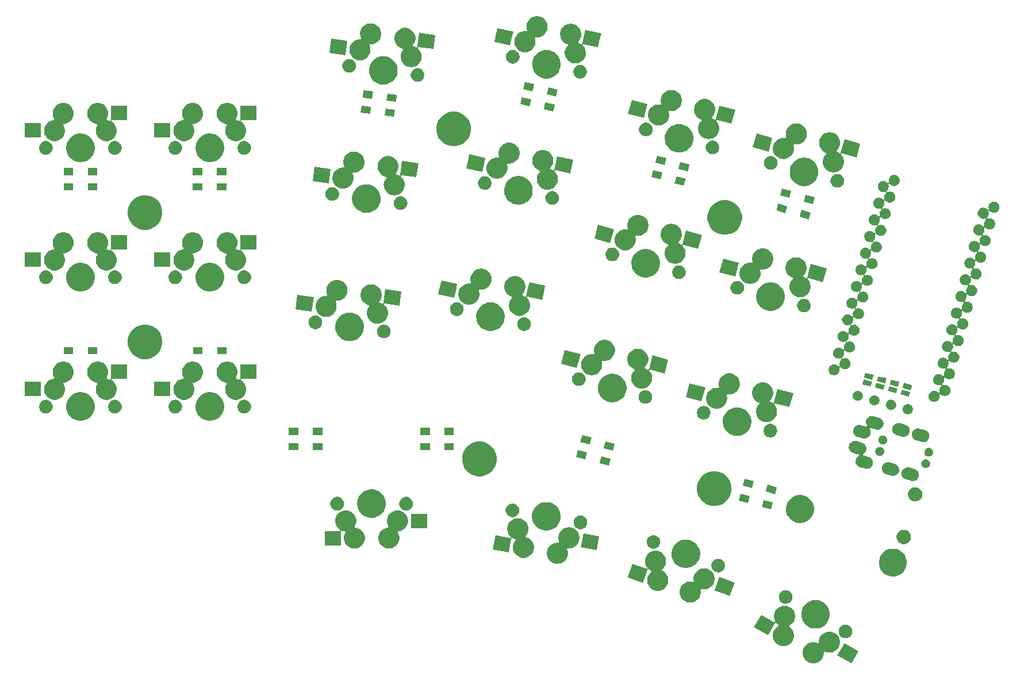
<source format=gbs>
G04 #@! TF.GenerationSoftware,KiCad,Pcbnew,(5.1.2)-1*
G04 #@! TF.CreationDate,2019-06-14T17:52:14+09:00*
G04 #@! TF.ProjectId,adelie,6164656c-6965-42e6-9b69-6361645f7063,rev?*
G04 #@! TF.SameCoordinates,Original*
G04 #@! TF.FileFunction,Soldermask,Bot*
G04 #@! TF.FilePolarity,Negative*
%FSLAX46Y46*%
G04 Gerber Fmt 4.6, Leading zero omitted, Abs format (unit mm)*
G04 Created by KiCad (PCBNEW (5.1.2)-1) date 2019-06-14 17:52:14*
%MOMM*%
%LPD*%
G04 APERTURE LIST*
%ADD10C,0.100000*%
G04 APERTURE END LIST*
D10*
G36*
X209616688Y-150198907D02*
G01*
X208565688Y-152019293D01*
X206485494Y-150818293D01*
X207536494Y-148997907D01*
X209616688Y-150198907D01*
X209616688Y-150198907D01*
G37*
G36*
X205611055Y-147357761D02*
G01*
X205760880Y-147387563D01*
X206043144Y-147504480D01*
X206297175Y-147674218D01*
X206513211Y-147890254D01*
X206682949Y-148144285D01*
X206770674Y-148356073D01*
X206799866Y-148426550D01*
X206859470Y-148726198D01*
X206859470Y-149031720D01*
X206829668Y-149181544D01*
X206799866Y-149331369D01*
X206682949Y-149613633D01*
X206513211Y-149867664D01*
X206297175Y-150083700D01*
X206043144Y-150253438D01*
X205760880Y-150370355D01*
X205611055Y-150400157D01*
X205461231Y-150429959D01*
X205155709Y-150429959D01*
X205005885Y-150400157D01*
X204856060Y-150370355D01*
X204662449Y-150290159D01*
X204639003Y-150283047D01*
X204614617Y-150280645D01*
X204590231Y-150283047D01*
X204566782Y-150290160D01*
X204545171Y-150301711D01*
X204526229Y-150317256D01*
X204510684Y-150336198D01*
X204499133Y-150357809D01*
X204492020Y-150381258D01*
X204489618Y-150405644D01*
X204489618Y-150596423D01*
X204430014Y-150896073D01*
X204313097Y-151178337D01*
X204143359Y-151432368D01*
X203927323Y-151648404D01*
X203673292Y-151818142D01*
X203391028Y-151935059D01*
X203241203Y-151964861D01*
X203091379Y-151994663D01*
X202785857Y-151994663D01*
X202636033Y-151964861D01*
X202486208Y-151935059D01*
X202203944Y-151818142D01*
X201949913Y-151648404D01*
X201733877Y-151432368D01*
X201564139Y-151178337D01*
X201447222Y-150896073D01*
X201387618Y-150596423D01*
X201387618Y-150290903D01*
X201389181Y-150283047D01*
X201447222Y-149991254D01*
X201447222Y-149991253D01*
X201564139Y-149708989D01*
X201733877Y-149454958D01*
X201949913Y-149238922D01*
X202203944Y-149069184D01*
X202486208Y-148952267D01*
X202663618Y-148916978D01*
X202785857Y-148892663D01*
X203091379Y-148892663D01*
X203213618Y-148916978D01*
X203391028Y-148952267D01*
X203584639Y-149032463D01*
X203608085Y-149039575D01*
X203632471Y-149041977D01*
X203656857Y-149039575D01*
X203680306Y-149032462D01*
X203701917Y-149020911D01*
X203720859Y-149005366D01*
X203736404Y-148986424D01*
X203747955Y-148964813D01*
X203755068Y-148941364D01*
X203757470Y-148916978D01*
X203757470Y-148726198D01*
X203817074Y-148426550D01*
X203846266Y-148356073D01*
X203933991Y-148144285D01*
X204103729Y-147890254D01*
X204319765Y-147674218D01*
X204573796Y-147504480D01*
X204856060Y-147387563D01*
X205005885Y-147357761D01*
X205155709Y-147327959D01*
X205461231Y-147327959D01*
X205611055Y-147357761D01*
X205611055Y-147357761D01*
G37*
G36*
X199011941Y-143547761D02*
G01*
X199161766Y-143577563D01*
X199444030Y-143694480D01*
X199698061Y-143864218D01*
X199914097Y-144080254D01*
X200083835Y-144334285D01*
X200200752Y-144616549D01*
X200260356Y-144916199D01*
X200260356Y-145221719D01*
X200200752Y-145521369D01*
X200083835Y-145803633D01*
X199914097Y-146057664D01*
X199698061Y-146273700D01*
X199450332Y-146439227D01*
X199431395Y-146454769D01*
X199415850Y-146473710D01*
X199404299Y-146495321D01*
X199397186Y-146518770D01*
X199394784Y-146543156D01*
X199397186Y-146567542D01*
X199404299Y-146590991D01*
X199415850Y-146612602D01*
X199431396Y-146631544D01*
X199450327Y-146647080D01*
X199527913Y-146698922D01*
X199743949Y-146914958D01*
X199913687Y-147168989D01*
X200030604Y-147451253D01*
X200030604Y-147451254D01*
X200074955Y-147674218D01*
X200090208Y-147750903D01*
X200090208Y-148056423D01*
X200030604Y-148356073D01*
X199913687Y-148638337D01*
X199743949Y-148892368D01*
X199527913Y-149108404D01*
X199273882Y-149278142D01*
X198991618Y-149395059D01*
X198841793Y-149424861D01*
X198691969Y-149454663D01*
X198386447Y-149454663D01*
X198236623Y-149424861D01*
X198086798Y-149395059D01*
X197804534Y-149278142D01*
X197550503Y-149108404D01*
X197334467Y-148892368D01*
X197164729Y-148638337D01*
X197047812Y-148356073D01*
X196988208Y-148056423D01*
X196988208Y-147750903D01*
X197003462Y-147674218D01*
X197047812Y-147451254D01*
X197047812Y-147451253D01*
X197164729Y-147168989D01*
X197334467Y-146914958D01*
X197550503Y-146698922D01*
X197798232Y-146533395D01*
X197817169Y-146517853D01*
X197832714Y-146498912D01*
X197844265Y-146477301D01*
X197851378Y-146453852D01*
X197853780Y-146429466D01*
X197851378Y-146405080D01*
X197844265Y-146381631D01*
X197832714Y-146360020D01*
X197817168Y-146341078D01*
X197798237Y-146325542D01*
X197720651Y-146273700D01*
X197517294Y-146070343D01*
X197498363Y-146054807D01*
X197476752Y-146043256D01*
X197453303Y-146036143D01*
X197428917Y-146033741D01*
X197404531Y-146036143D01*
X197381082Y-146043256D01*
X197359471Y-146054807D01*
X197340529Y-146070352D01*
X197320668Y-146096237D01*
X196297165Y-147868997D01*
X194216971Y-146667997D01*
X195267971Y-144847611D01*
X197145171Y-145931412D01*
X197167488Y-145941524D01*
X197191352Y-145947089D01*
X197215843Y-145947890D01*
X197240020Y-145943899D01*
X197262954Y-145935267D01*
X197283763Y-145922327D01*
X197301647Y-145905577D01*
X197315920Y-145885659D01*
X197326033Y-145863339D01*
X197331598Y-145839475D01*
X197332399Y-145814984D01*
X197328408Y-145790807D01*
X197323156Y-145775336D01*
X197217960Y-145521369D01*
X197158356Y-145221719D01*
X197158356Y-144916199D01*
X197217960Y-144616549D01*
X197334877Y-144334285D01*
X197504615Y-144080254D01*
X197720651Y-143864218D01*
X197974682Y-143694480D01*
X198256946Y-143577563D01*
X198406771Y-143547761D01*
X198556595Y-143517959D01*
X198862117Y-143517959D01*
X199011941Y-143547761D01*
X199011941Y-143547761D01*
G37*
G36*
X207970303Y-146351722D02*
G01*
X208152473Y-146427180D01*
X208316422Y-146536727D01*
X208455849Y-146676154D01*
X208565396Y-146840103D01*
X208640854Y-147022273D01*
X208679322Y-147215664D01*
X208679322Y-147412844D01*
X208640854Y-147606235D01*
X208565396Y-147788405D01*
X208455849Y-147952354D01*
X208316422Y-148091781D01*
X208152473Y-148201328D01*
X207970303Y-148276786D01*
X207776913Y-148315254D01*
X207579731Y-148315254D01*
X207386341Y-148276786D01*
X207204171Y-148201328D01*
X207040222Y-148091781D01*
X206900795Y-147952354D01*
X206791248Y-147788405D01*
X206715790Y-147606235D01*
X206677322Y-147412844D01*
X206677322Y-147215664D01*
X206715790Y-147022273D01*
X206791248Y-146840103D01*
X206900795Y-146676154D01*
X207040222Y-146536727D01*
X207204171Y-146427180D01*
X207386341Y-146351722D01*
X207579731Y-146313254D01*
X207776913Y-146313254D01*
X207970303Y-146351722D01*
X207970303Y-146351722D01*
G37*
G36*
X203756449Y-142727081D02*
G01*
X203891752Y-142753994D01*
X204274110Y-142912372D01*
X204401703Y-142997627D01*
X204586837Y-143121329D01*
X204618223Y-143142301D01*
X204910866Y-143434944D01*
X205140795Y-143779057D01*
X205299173Y-144161415D01*
X205379913Y-144567324D01*
X205379913Y-144981184D01*
X205299173Y-145387093D01*
X205140795Y-145769451D01*
X205032577Y-145931411D01*
X204910867Y-146113563D01*
X204618222Y-146406208D01*
X204479480Y-146498912D01*
X204274110Y-146636136D01*
X203891752Y-146794514D01*
X203756449Y-146821427D01*
X203485845Y-146875254D01*
X203071981Y-146875254D01*
X202801377Y-146821427D01*
X202666074Y-146794514D01*
X202283716Y-146636136D01*
X202078346Y-146498912D01*
X201939604Y-146406208D01*
X201646959Y-146113563D01*
X201525249Y-145931411D01*
X201417031Y-145769451D01*
X201258653Y-145387093D01*
X201177913Y-144981184D01*
X201177913Y-144567324D01*
X201258653Y-144161415D01*
X201417031Y-143779057D01*
X201646960Y-143434944D01*
X201939603Y-143142301D01*
X201970990Y-143121329D01*
X202156123Y-142997627D01*
X202283716Y-142912372D01*
X202666074Y-142753994D01*
X202801377Y-142727081D01*
X203071981Y-142673254D01*
X203485845Y-142673254D01*
X203756449Y-142727081D01*
X203756449Y-142727081D01*
G37*
G36*
X199171485Y-141271722D02*
G01*
X199353655Y-141347180D01*
X199517604Y-141456727D01*
X199657031Y-141596154D01*
X199766578Y-141760103D01*
X199842036Y-141942273D01*
X199880504Y-142135664D01*
X199880504Y-142332844D01*
X199842036Y-142526235D01*
X199766578Y-142708405D01*
X199657031Y-142872354D01*
X199517604Y-143011781D01*
X199353655Y-143121328D01*
X199171485Y-143196786D01*
X199074789Y-143216020D01*
X198978095Y-143235254D01*
X198780913Y-143235254D01*
X198684219Y-143216020D01*
X198587523Y-143196786D01*
X198405353Y-143121328D01*
X198241404Y-143011781D01*
X198101977Y-142872354D01*
X197992430Y-142708405D01*
X197916972Y-142526235D01*
X197878504Y-142332844D01*
X197878504Y-142135664D01*
X197916972Y-141942273D01*
X197992430Y-141760103D01*
X198101977Y-141596154D01*
X198241404Y-141456727D01*
X198405353Y-141347180D01*
X198587523Y-141271722D01*
X198780913Y-141233254D01*
X198978095Y-141233254D01*
X199171485Y-141271722D01*
X199171485Y-141271722D01*
G37*
G36*
X187108649Y-138017247D02*
G01*
X187335553Y-138062381D01*
X187617817Y-138179298D01*
X187871848Y-138349036D01*
X188087884Y-138565072D01*
X188257622Y-138819103D01*
X188374539Y-139101367D01*
X188381174Y-139134722D01*
X188414532Y-139302423D01*
X188434143Y-139401017D01*
X188434143Y-139706537D01*
X188374539Y-140006187D01*
X188257622Y-140288451D01*
X188087884Y-140542482D01*
X187871848Y-140758518D01*
X187617817Y-140928256D01*
X187335553Y-141045173D01*
X187241315Y-141063918D01*
X187035904Y-141104777D01*
X186730382Y-141104777D01*
X186489211Y-141056805D01*
X186464825Y-141054403D01*
X186440439Y-141056805D01*
X186416990Y-141063918D01*
X186395379Y-141075469D01*
X186376437Y-141091014D01*
X186360892Y-141109956D01*
X186349341Y-141131567D01*
X186342228Y-141155016D01*
X186339826Y-141179402D01*
X186342228Y-141203788D01*
X186370751Y-141347179D01*
X186372002Y-141353471D01*
X186372002Y-141658991D01*
X186312398Y-141958641D01*
X186195481Y-142240905D01*
X186025743Y-142494936D01*
X185809707Y-142710972D01*
X185555676Y-142880710D01*
X185273412Y-142997627D01*
X185123587Y-143027429D01*
X184973763Y-143057231D01*
X184668241Y-143057231D01*
X184518417Y-143027429D01*
X184368592Y-142997627D01*
X184086328Y-142880710D01*
X183832297Y-142710972D01*
X183616261Y-142494936D01*
X183446523Y-142240905D01*
X183329606Y-141958641D01*
X183270002Y-141658991D01*
X183270002Y-141353471D01*
X183271254Y-141347179D01*
X183327598Y-141063918D01*
X183329606Y-141053821D01*
X183446523Y-140771557D01*
X183616261Y-140517526D01*
X183832297Y-140301490D01*
X184086328Y-140131752D01*
X184368592Y-140014835D01*
X184518417Y-139985033D01*
X184668241Y-139955231D01*
X184973763Y-139955231D01*
X185214934Y-140003203D01*
X185239320Y-140005605D01*
X185263706Y-140003203D01*
X185287155Y-139996090D01*
X185308766Y-139984539D01*
X185327708Y-139968994D01*
X185343253Y-139950052D01*
X185354804Y-139928441D01*
X185361917Y-139904992D01*
X185364319Y-139880606D01*
X185361917Y-139856220D01*
X185332143Y-139706538D01*
X185332143Y-139401016D01*
X185385112Y-139134722D01*
X185391747Y-139101367D01*
X185508664Y-138819103D01*
X185678402Y-138565072D01*
X185894438Y-138349036D01*
X186148469Y-138179298D01*
X186430733Y-138062381D01*
X186657637Y-138017247D01*
X186730382Y-138002777D01*
X187035904Y-138002777D01*
X187108649Y-138017247D01*
X187108649Y-138017247D01*
G37*
G36*
X189700283Y-139503249D02*
G01*
X191355115Y-140105558D01*
X191355115Y-140105559D01*
X191283802Y-140301490D01*
X190636189Y-142080792D01*
X190636188Y-142080792D01*
X190033879Y-141861569D01*
X188379047Y-141259260D01*
X188416989Y-141155016D01*
X188654143Y-140503440D01*
X189097973Y-139284026D01*
X189097974Y-139284026D01*
X189700283Y-139503249D01*
X189700283Y-139503249D01*
G37*
G36*
X180025270Y-135426386D02*
G01*
X180175095Y-135456188D01*
X180457359Y-135573105D01*
X180711390Y-135742843D01*
X180927426Y-135958879D01*
X181097164Y-136212910D01*
X181214081Y-136495174D01*
X181214081Y-136495175D01*
X181273685Y-136794823D01*
X181273685Y-137100345D01*
X181243883Y-137250169D01*
X181214081Y-137399994D01*
X181097164Y-137682258D01*
X180927426Y-137936289D01*
X180711390Y-138152325D01*
X180709314Y-138153712D01*
X180690382Y-138169249D01*
X180674836Y-138188191D01*
X180663285Y-138209801D01*
X180656171Y-138233250D01*
X180653769Y-138257636D01*
X180656170Y-138282022D01*
X180663283Y-138305471D01*
X180674834Y-138327082D01*
X180690379Y-138346024D01*
X180709321Y-138361570D01*
X180730926Y-138373118D01*
X180782037Y-138394289D01*
X181036068Y-138564027D01*
X181252104Y-138780063D01*
X181421842Y-139034094D01*
X181532987Y-139302423D01*
X181538759Y-139316359D01*
X181598363Y-139616007D01*
X181598363Y-139921529D01*
X181585829Y-139984539D01*
X181538759Y-140221178D01*
X181421842Y-140503442D01*
X181252104Y-140757473D01*
X181036068Y-140973509D01*
X180782037Y-141143247D01*
X180499773Y-141260164D01*
X180349948Y-141289966D01*
X180200124Y-141319768D01*
X179894602Y-141319768D01*
X179744778Y-141289966D01*
X179594953Y-141260164D01*
X179312689Y-141143247D01*
X179058658Y-140973509D01*
X178842622Y-140757473D01*
X178672884Y-140503442D01*
X178555967Y-140221178D01*
X178508897Y-139984539D01*
X178496363Y-139921529D01*
X178496363Y-139616007D01*
X178555967Y-139316359D01*
X178561739Y-139302423D01*
X178672884Y-139034094D01*
X178842622Y-138780063D01*
X179058658Y-138564027D01*
X179060734Y-138562640D01*
X179079666Y-138547103D01*
X179095212Y-138528161D01*
X179106763Y-138506551D01*
X179113877Y-138483102D01*
X179116279Y-138458716D01*
X179113878Y-138434330D01*
X179106765Y-138410881D01*
X179095214Y-138389270D01*
X179079669Y-138370328D01*
X179060727Y-138354782D01*
X179039122Y-138343234D01*
X178988011Y-138322063D01*
X178733980Y-138152325D01*
X178733976Y-138152321D01*
X178728606Y-138148733D01*
X178719610Y-138141350D01*
X178697999Y-138129799D01*
X178674550Y-138122686D01*
X178650164Y-138120284D01*
X178625778Y-138122686D01*
X178602329Y-138129799D01*
X178580718Y-138141350D01*
X178561776Y-138156895D01*
X178546231Y-138175837D01*
X178532703Y-138202531D01*
X178495236Y-138305471D01*
X177833362Y-140123955D01*
X177833361Y-140123955D01*
X176686518Y-139706538D01*
X175576220Y-139302423D01*
X175608571Y-139213540D01*
X175775227Y-138755656D01*
X176295146Y-137327189D01*
X176295147Y-137327189D01*
X177615288Y-137807681D01*
X178335626Y-138069862D01*
X178359361Y-138075945D01*
X178383828Y-138077281D01*
X178408087Y-138073818D01*
X178431203Y-138065689D01*
X178452289Y-138053206D01*
X178470535Y-138036849D01*
X178485239Y-138017247D01*
X178495837Y-137995153D01*
X178501920Y-137971416D01*
X178503256Y-137946949D01*
X178499793Y-137922690D01*
X178491664Y-137899574D01*
X178482318Y-137882970D01*
X178348206Y-137682258D01*
X178231289Y-137399994D01*
X178201487Y-137250169D01*
X178171685Y-137100345D01*
X178171685Y-136794823D01*
X178231289Y-136495175D01*
X178231289Y-136495174D01*
X178348206Y-136212910D01*
X178517944Y-135958879D01*
X178733980Y-135742843D01*
X178988011Y-135573105D01*
X179270275Y-135456188D01*
X179420100Y-135426386D01*
X179569924Y-135396584D01*
X179875446Y-135396584D01*
X180025270Y-135426386D01*
X180025270Y-135426386D01*
G37*
G36*
X215264294Y-135190358D02*
G01*
X215634714Y-135343791D01*
X215637553Y-135344967D01*
X215973476Y-135569424D01*
X216259156Y-135855104D01*
X216435358Y-136118808D01*
X216483614Y-136191029D01*
X216638222Y-136564286D01*
X216717040Y-136960533D01*
X216717040Y-137364547D01*
X216638222Y-137760794D01*
X216485375Y-138129799D01*
X216483613Y-138134053D01*
X216259156Y-138469976D01*
X215973476Y-138755656D01*
X215637553Y-138980113D01*
X215637552Y-138980114D01*
X215637551Y-138980114D01*
X215264294Y-139134722D01*
X214868047Y-139213540D01*
X214464033Y-139213540D01*
X214067786Y-139134722D01*
X213694529Y-138980114D01*
X213694528Y-138980114D01*
X213694527Y-138980113D01*
X213358604Y-138755656D01*
X213072924Y-138469976D01*
X212848467Y-138134053D01*
X212846705Y-138129799D01*
X212693858Y-137760794D01*
X212615040Y-137364547D01*
X212615040Y-136960533D01*
X212693858Y-136564286D01*
X212848466Y-136191029D01*
X212896723Y-136118808D01*
X213072924Y-135855104D01*
X213358604Y-135569424D01*
X213694527Y-135344967D01*
X213697366Y-135343791D01*
X214067786Y-135190358D01*
X214464033Y-135111540D01*
X214868047Y-135111540D01*
X215264294Y-135190358D01*
X215264294Y-135190358D01*
G37*
G36*
X189237265Y-136638791D02*
G01*
X189419435Y-136714249D01*
X189583384Y-136823796D01*
X189722811Y-136963223D01*
X189832358Y-137127172D01*
X189907816Y-137309342D01*
X189946284Y-137502733D01*
X189946284Y-137699913D01*
X189907816Y-137893304D01*
X189832358Y-138075474D01*
X189722811Y-138239423D01*
X189583384Y-138378850D01*
X189419435Y-138488397D01*
X189237265Y-138563855D01*
X189043875Y-138602323D01*
X188846693Y-138602323D01*
X188653303Y-138563855D01*
X188471133Y-138488397D01*
X188307184Y-138378850D01*
X188167757Y-138239423D01*
X188058210Y-138075474D01*
X187982752Y-137893304D01*
X187944284Y-137699913D01*
X187944284Y-137502733D01*
X187982752Y-137309342D01*
X188058210Y-137127172D01*
X188167757Y-136963223D01*
X188307184Y-136823796D01*
X188471133Y-136714249D01*
X188653303Y-136638791D01*
X188846693Y-136600323D01*
X189043875Y-136600323D01*
X189237265Y-136638791D01*
X189237265Y-136638791D01*
G37*
G36*
X184616188Y-133810125D02*
G01*
X184784484Y-133843601D01*
X185166842Y-134001979D01*
X185307277Y-134095815D01*
X185510954Y-134231907D01*
X185803599Y-134524552D01*
X185917783Y-134695441D01*
X186033527Y-134868664D01*
X186191905Y-135251022D01*
X186210592Y-135344967D01*
X186272645Y-135656929D01*
X186272645Y-136070793D01*
X186237275Y-136248609D01*
X186191905Y-136476700D01*
X186033527Y-136859058D01*
X185965723Y-136960534D01*
X185803599Y-137203170D01*
X185510954Y-137495815D01*
X185500600Y-137502733D01*
X185166842Y-137725743D01*
X185166841Y-137725744D01*
X185166840Y-137725744D01*
X185082219Y-137760795D01*
X184784484Y-137884121D01*
X184706796Y-137899574D01*
X184378577Y-137964861D01*
X183964713Y-137964861D01*
X183636494Y-137899574D01*
X183558806Y-137884121D01*
X183261071Y-137760795D01*
X183176450Y-137725744D01*
X183176449Y-137725744D01*
X183176448Y-137725743D01*
X182842690Y-137502733D01*
X182832336Y-137495815D01*
X182539691Y-137203170D01*
X182377567Y-136960534D01*
X182309763Y-136859058D01*
X182151385Y-136476700D01*
X182106015Y-136248609D01*
X182070645Y-136070793D01*
X182070645Y-135656929D01*
X182132698Y-135344967D01*
X182151385Y-135251022D01*
X182309763Y-134868664D01*
X182425507Y-134695441D01*
X182539691Y-134524552D01*
X182832336Y-134231907D01*
X183036013Y-134095815D01*
X183176448Y-134001979D01*
X183558806Y-133843601D01*
X183727102Y-133810125D01*
X183964713Y-133762861D01*
X184378577Y-133762861D01*
X184616188Y-133810125D01*
X184616188Y-133810125D01*
G37*
G36*
X167256082Y-131994123D02*
G01*
X167405907Y-132023925D01*
X167688171Y-132140842D01*
X167942202Y-132310580D01*
X168158238Y-132526616D01*
X168327976Y-132780647D01*
X168444893Y-133062911D01*
X168452806Y-133102691D01*
X168504497Y-133362560D01*
X168504497Y-133668082D01*
X168496584Y-133707861D01*
X168444893Y-133967731D01*
X168327976Y-134249995D01*
X168158238Y-134504026D01*
X167942202Y-134720062D01*
X167688171Y-134889800D01*
X167405907Y-135006717D01*
X167256082Y-135036519D01*
X167106258Y-135066321D01*
X166825264Y-135066321D01*
X166800878Y-135068723D01*
X166777429Y-135075836D01*
X166755818Y-135087387D01*
X166736876Y-135102932D01*
X166721331Y-135121874D01*
X166709780Y-135143485D01*
X166702667Y-135166934D01*
X166700265Y-135191320D01*
X166702667Y-135215706D01*
X166709780Y-135239155D01*
X166753121Y-135343790D01*
X166812725Y-135643440D01*
X166812725Y-135948960D01*
X166753121Y-136248610D01*
X166636204Y-136530874D01*
X166466466Y-136784905D01*
X166250430Y-137000941D01*
X165996399Y-137170679D01*
X165714135Y-137287596D01*
X165604810Y-137309342D01*
X165414486Y-137347200D01*
X165108964Y-137347200D01*
X164918640Y-137309342D01*
X164809315Y-137287596D01*
X164527051Y-137170679D01*
X164273020Y-137000941D01*
X164056984Y-136784905D01*
X163887246Y-136530874D01*
X163770329Y-136248610D01*
X163710725Y-135948960D01*
X163710725Y-135643440D01*
X163770329Y-135343790D01*
X163887246Y-135061526D01*
X164056984Y-134807495D01*
X164273020Y-134591459D01*
X164527051Y-134421721D01*
X164809315Y-134304804D01*
X164959140Y-134275002D01*
X165108964Y-134245200D01*
X165389958Y-134245200D01*
X165414344Y-134242798D01*
X165437793Y-134235685D01*
X165459404Y-134224134D01*
X165478346Y-134208589D01*
X165493891Y-134189647D01*
X165505442Y-134168036D01*
X165512555Y-134144587D01*
X165514957Y-134120201D01*
X165512555Y-134095815D01*
X165505442Y-134072366D01*
X165462101Y-133967731D01*
X165402497Y-133668082D01*
X165402497Y-133362560D01*
X165454188Y-133102691D01*
X165462101Y-133062911D01*
X165579018Y-132780647D01*
X165748756Y-132526616D01*
X165964792Y-132310580D01*
X166218823Y-132140842D01*
X166501087Y-132023925D01*
X166650912Y-131994123D01*
X166800736Y-131964321D01*
X167106258Y-131964321D01*
X167256082Y-131994123D01*
X167256082Y-131994123D01*
G37*
G36*
X159751847Y-130670925D02*
G01*
X159901672Y-130700727D01*
X160183936Y-130817644D01*
X160437967Y-130987382D01*
X160654003Y-131203418D01*
X160823741Y-131457449D01*
X160940658Y-131739713D01*
X160963649Y-131855299D01*
X161000262Y-132039362D01*
X161000262Y-132344884D01*
X160971070Y-132491639D01*
X160940658Y-132644533D01*
X160823741Y-132926797D01*
X160654003Y-133180828D01*
X160627143Y-133207688D01*
X160611607Y-133226619D01*
X160600056Y-133248230D01*
X160592943Y-133271679D01*
X160590541Y-133296065D01*
X160592943Y-133320451D01*
X160600056Y-133343900D01*
X160611607Y-133365511D01*
X160627152Y-133384453D01*
X160646094Y-133399998D01*
X160667705Y-133411549D01*
X160691144Y-133418659D01*
X160711312Y-133422671D01*
X160993576Y-133539588D01*
X161247607Y-133709326D01*
X161463643Y-133925362D01*
X161633381Y-134179393D01*
X161750298Y-134461657D01*
X161766638Y-134543804D01*
X161809902Y-134761306D01*
X161809902Y-135066828D01*
X161794654Y-135143485D01*
X161750298Y-135366477D01*
X161633381Y-135648741D01*
X161463643Y-135902772D01*
X161247607Y-136118808D01*
X160993576Y-136288546D01*
X160711312Y-136405463D01*
X160561487Y-136435265D01*
X160411663Y-136465067D01*
X160106141Y-136465067D01*
X159956317Y-136435265D01*
X159806492Y-136405463D01*
X159524228Y-136288546D01*
X159270197Y-136118808D01*
X159054161Y-135902772D01*
X158884423Y-135648741D01*
X158767506Y-135366477D01*
X158723150Y-135143485D01*
X158707902Y-135066828D01*
X158707902Y-134761306D01*
X158751166Y-134543804D01*
X158767506Y-134461657D01*
X158884423Y-134179393D01*
X159054161Y-133925362D01*
X159081021Y-133898502D01*
X159096557Y-133879571D01*
X159108108Y-133857960D01*
X159115221Y-133834511D01*
X159117623Y-133810125D01*
X159115221Y-133785739D01*
X159108108Y-133762290D01*
X159096557Y-133740679D01*
X159081012Y-133721737D01*
X159062070Y-133706192D01*
X159040459Y-133694641D01*
X159017020Y-133687531D01*
X158996852Y-133683519D01*
X158714588Y-133566602D01*
X158688396Y-133549101D01*
X158666797Y-133537556D01*
X158643348Y-133530443D01*
X158618962Y-133528041D01*
X158594576Y-133530443D01*
X158571127Y-133537556D01*
X158549516Y-133549107D01*
X158530574Y-133564652D01*
X158515028Y-133583594D01*
X158503477Y-133605204D01*
X158495861Y-133631334D01*
X158140213Y-135648315D01*
X155774705Y-135231213D01*
X155781909Y-135190359D01*
X156139713Y-133161147D01*
X158280789Y-133538676D01*
X158305222Y-133540545D01*
X158329550Y-133537612D01*
X158352838Y-133529989D01*
X158374191Y-133517969D01*
X158392790Y-133502014D01*
X158407918Y-133482738D01*
X158418995Y-133460880D01*
X158425595Y-133437282D01*
X158427464Y-133412849D01*
X158424531Y-133388521D01*
X158416908Y-133365233D01*
X158404888Y-133343880D01*
X158390893Y-133327200D01*
X158244521Y-133180828D01*
X158074783Y-132926797D01*
X157957866Y-132644533D01*
X157927454Y-132491639D01*
X157898262Y-132344884D01*
X157898262Y-132039362D01*
X157934875Y-131855299D01*
X157957866Y-131739713D01*
X158074783Y-131457449D01*
X158244521Y-131203418D01*
X158460557Y-130987382D01*
X158714588Y-130817644D01*
X158996852Y-130700727D01*
X159146677Y-130670925D01*
X159296501Y-130641123D01*
X159602023Y-130641123D01*
X159751847Y-130670925D01*
X159751847Y-130670925D01*
G37*
G36*
X171453346Y-133282169D02*
G01*
X171453346Y-133282170D01*
X171199807Y-134720061D01*
X171088338Y-135352235D01*
X168722830Y-134935133D01*
X168728333Y-134903926D01*
X169087838Y-132865067D01*
X171453346Y-133282169D01*
X171453346Y-133282169D01*
G37*
G36*
X179593291Y-133144633D02*
G01*
X179689987Y-133163867D01*
X179872157Y-133239325D01*
X180036106Y-133348872D01*
X180175533Y-133488299D01*
X180285080Y-133652248D01*
X180360538Y-133834418D01*
X180369703Y-133880493D01*
X180399006Y-134027808D01*
X180399006Y-134224990D01*
X180394032Y-134249995D01*
X180360538Y-134418380D01*
X180285080Y-134600550D01*
X180175533Y-134764499D01*
X180036106Y-134903926D01*
X179872157Y-135013473D01*
X179689987Y-135088931D01*
X179619599Y-135102932D01*
X179496597Y-135127399D01*
X179299415Y-135127399D01*
X179176413Y-135102932D01*
X179106025Y-135088931D01*
X178923855Y-135013473D01*
X178759906Y-134903926D01*
X178620479Y-134764499D01*
X178510932Y-134600550D01*
X178435474Y-134418380D01*
X178401980Y-134249995D01*
X178397006Y-134224990D01*
X178397006Y-134027808D01*
X178426309Y-133880493D01*
X178435474Y-133834418D01*
X178510932Y-133652248D01*
X178620479Y-133488299D01*
X178759906Y-133348872D01*
X178923855Y-133239325D01*
X179106025Y-133163867D01*
X179202721Y-133144633D01*
X179299415Y-133125399D01*
X179496597Y-133125399D01*
X179593291Y-133144633D01*
X179593291Y-133144633D01*
G37*
G36*
X142014985Y-129493902D02*
G01*
X142164810Y-129523704D01*
X142447074Y-129640621D01*
X142701105Y-129810359D01*
X142917141Y-130026395D01*
X143086879Y-130280426D01*
X143203796Y-130562690D01*
X143203796Y-130562691D01*
X143254510Y-130817644D01*
X143263400Y-130862340D01*
X143263400Y-131167860D01*
X143203796Y-131467510D01*
X143086879Y-131749774D01*
X142917141Y-132003805D01*
X142701105Y-132219841D01*
X142447074Y-132389579D01*
X142164810Y-132506496D01*
X142081738Y-132523020D01*
X141856023Y-132567918D01*
X141832574Y-132575031D01*
X141810963Y-132586582D01*
X141792021Y-132602128D01*
X141776476Y-132621069D01*
X141764925Y-132642680D01*
X141757812Y-132666129D01*
X141755410Y-132690515D01*
X141757812Y-132714901D01*
X141764925Y-132738350D01*
X141776470Y-132759949D01*
X141816879Y-132820426D01*
X141933796Y-133102690D01*
X141954679Y-133207677D01*
X141993400Y-133402339D01*
X141993400Y-133707861D01*
X141993108Y-133709327D01*
X141933796Y-134007510D01*
X141816879Y-134289774D01*
X141647141Y-134543805D01*
X141431105Y-134759841D01*
X141177074Y-134929579D01*
X140894810Y-135046496D01*
X140795143Y-135066321D01*
X140595161Y-135106100D01*
X140289639Y-135106100D01*
X140089657Y-135066321D01*
X139989990Y-135046496D01*
X139707726Y-134929579D01*
X139453695Y-134759841D01*
X139237659Y-134543805D01*
X139067921Y-134289774D01*
X138951004Y-134007510D01*
X138891692Y-133709327D01*
X138891400Y-133707861D01*
X138891400Y-133402339D01*
X138930121Y-133207677D01*
X138951004Y-133102690D01*
X139067921Y-132820426D01*
X139237659Y-132566395D01*
X139453695Y-132350359D01*
X139707726Y-132180621D01*
X139989990Y-132063704D01*
X140073062Y-132047180D01*
X140298777Y-132002282D01*
X140322226Y-131995169D01*
X140343837Y-131983618D01*
X140362779Y-131968072D01*
X140378324Y-131949131D01*
X140389875Y-131927520D01*
X140396988Y-131904071D01*
X140399390Y-131879685D01*
X140396988Y-131855299D01*
X140389875Y-131831850D01*
X140378330Y-131810251D01*
X140337921Y-131749774D01*
X140221004Y-131467510D01*
X140161400Y-131167860D01*
X140161400Y-130862340D01*
X140170291Y-130817644D01*
X140221004Y-130562691D01*
X140221004Y-130562690D01*
X140337921Y-130280426D01*
X140507659Y-130026395D01*
X140723695Y-129810359D01*
X140977726Y-129640621D01*
X141259990Y-129523704D01*
X141409815Y-129493902D01*
X141559639Y-129464100D01*
X141865161Y-129464100D01*
X142014985Y-129493902D01*
X142014985Y-129493902D01*
G37*
G36*
X134394985Y-129493903D02*
G01*
X134544810Y-129523705D01*
X134827074Y-129640622D01*
X135081105Y-129810360D01*
X135297141Y-130026396D01*
X135466879Y-130280427D01*
X135583796Y-130562691D01*
X135643400Y-130862341D01*
X135643400Y-131167861D01*
X135583796Y-131467511D01*
X135466879Y-131749775D01*
X135466878Y-131749776D01*
X135426477Y-131810241D01*
X135414926Y-131831852D01*
X135407813Y-131855301D01*
X135405411Y-131879687D01*
X135407813Y-131904073D01*
X135414926Y-131927522D01*
X135426478Y-131949132D01*
X135442023Y-131968074D01*
X135460965Y-131983619D01*
X135482576Y-131995170D01*
X135506024Y-132002283D01*
X135515159Y-132004100D01*
X135515160Y-132004100D01*
X135814810Y-132063704D01*
X136097074Y-132180621D01*
X136351105Y-132350359D01*
X136567141Y-132566395D01*
X136736879Y-132820426D01*
X136853796Y-133102690D01*
X136874679Y-133207677D01*
X136913400Y-133402339D01*
X136913400Y-133707861D01*
X136913108Y-133709327D01*
X136853796Y-134007510D01*
X136736879Y-134289774D01*
X136567141Y-134543805D01*
X136351105Y-134759841D01*
X136097074Y-134929579D01*
X135814810Y-135046496D01*
X135715143Y-135066321D01*
X135515161Y-135106100D01*
X135209639Y-135106100D01*
X135009657Y-135066321D01*
X134909990Y-135046496D01*
X134627726Y-134929579D01*
X134373695Y-134759841D01*
X134157659Y-134543805D01*
X133987921Y-134289774D01*
X133871004Y-134007510D01*
X133811692Y-133709327D01*
X133811400Y-133707861D01*
X133811400Y-133402339D01*
X133850121Y-133207677D01*
X133871004Y-133102690D01*
X133987921Y-132820426D01*
X134028323Y-132759960D01*
X134039874Y-132738349D01*
X134046987Y-132714900D01*
X134049389Y-132690514D01*
X134046987Y-132666128D01*
X134039874Y-132642679D01*
X134028322Y-132621069D01*
X134012777Y-132602127D01*
X133993835Y-132586582D01*
X133972224Y-132575031D01*
X133948776Y-132567918D01*
X133939641Y-132566101D01*
X133939640Y-132566101D01*
X133639990Y-132506497D01*
X133576229Y-132480087D01*
X133552785Y-132472975D01*
X133528399Y-132470573D01*
X133504013Y-132472975D01*
X133480564Y-132480088D01*
X133458953Y-132491639D01*
X133440011Y-132507184D01*
X133424466Y-132526126D01*
X133412915Y-132547737D01*
X133405802Y-132571186D01*
X133403400Y-132595572D01*
X133403400Y-134646100D01*
X131001400Y-134646100D01*
X131001400Y-132544100D01*
X133176916Y-132544100D01*
X133201302Y-132541698D01*
X133224751Y-132534585D01*
X133246362Y-132523034D01*
X133265304Y-132507489D01*
X133280849Y-132488547D01*
X133292400Y-132466936D01*
X133299513Y-132443487D01*
X133301915Y-132419101D01*
X133299513Y-132394715D01*
X133292400Y-132371266D01*
X133280849Y-132349655D01*
X133265304Y-132330713D01*
X133246369Y-132315173D01*
X133103695Y-132219842D01*
X132887659Y-132003806D01*
X132717921Y-131749775D01*
X132601004Y-131467511D01*
X132541400Y-131167861D01*
X132541400Y-130862341D01*
X132601004Y-130562691D01*
X132717921Y-130280427D01*
X132887659Y-130026396D01*
X133103695Y-129810360D01*
X133357726Y-129640622D01*
X133639990Y-129523705D01*
X133789815Y-129493903D01*
X133939639Y-129464101D01*
X134245161Y-129464101D01*
X134394985Y-129493903D01*
X134394985Y-129493903D01*
G37*
G36*
X216566880Y-132372047D02*
G01*
X216758149Y-132451273D01*
X216758151Y-132451274D01*
X216930289Y-132566293D01*
X217076681Y-132712685D01*
X217148673Y-132820428D01*
X217191701Y-132884825D01*
X217270927Y-133076094D01*
X217311316Y-133279142D01*
X217311316Y-133486174D01*
X217270927Y-133689222D01*
X217192082Y-133879571D01*
X217191700Y-133880493D01*
X217076681Y-134052631D01*
X216930289Y-134199023D01*
X216758151Y-134314042D01*
X216758150Y-134314043D01*
X216758149Y-134314043D01*
X216566880Y-134393269D01*
X216363832Y-134433658D01*
X216156800Y-134433658D01*
X215953752Y-134393269D01*
X215762483Y-134314043D01*
X215762482Y-134314043D01*
X215762481Y-134314042D01*
X215590343Y-134199023D01*
X215443951Y-134052631D01*
X215328932Y-133880493D01*
X215328550Y-133879571D01*
X215249705Y-133689222D01*
X215209316Y-133486174D01*
X215209316Y-133279142D01*
X215249705Y-133076094D01*
X215328931Y-132884825D01*
X215371960Y-132820428D01*
X215443951Y-132712685D01*
X215590343Y-132566293D01*
X215762481Y-132451274D01*
X215762483Y-132451273D01*
X215953752Y-132372047D01*
X216156800Y-132331658D01*
X216363832Y-132331658D01*
X216566880Y-132372047D01*
X216566880Y-132372047D01*
G37*
G36*
X164119982Y-128305137D02*
G01*
X164255285Y-128332050D01*
X164637643Y-128490428D01*
X164663410Y-128507645D01*
X164981755Y-128720356D01*
X165274400Y-129013001D01*
X165504329Y-129357115D01*
X165506425Y-129362175D01*
X165662706Y-129739471D01*
X165667219Y-129762158D01*
X165743446Y-130145378D01*
X165743446Y-130559242D01*
X165703454Y-130760294D01*
X165662706Y-130965149D01*
X165504328Y-131347507D01*
X165424144Y-131467511D01*
X165274400Y-131691619D01*
X164981755Y-131984264D01*
X164952508Y-132003806D01*
X164637643Y-132214192D01*
X164255285Y-132372570D01*
X164143954Y-132394715D01*
X163849378Y-132453310D01*
X163435514Y-132453310D01*
X163140938Y-132394715D01*
X163029607Y-132372570D01*
X162647249Y-132214192D01*
X162332384Y-132003806D01*
X162303137Y-131984264D01*
X162010492Y-131691619D01*
X161860748Y-131467511D01*
X161780564Y-131347507D01*
X161622186Y-130965149D01*
X161581438Y-130760294D01*
X161541446Y-130559242D01*
X161541446Y-130145378D01*
X161617673Y-129762158D01*
X161622186Y-129739471D01*
X161778467Y-129362175D01*
X161780563Y-129357115D01*
X162010492Y-129013001D01*
X162303137Y-128720356D01*
X162621482Y-128507645D01*
X162647249Y-128490428D01*
X163029607Y-128332050D01*
X163164910Y-128305137D01*
X163435514Y-128251310D01*
X163849378Y-128251310D01*
X164119982Y-128305137D01*
X164119982Y-128305137D01*
G37*
G36*
X168815554Y-130247704D02*
G01*
X168937250Y-130271911D01*
X169119420Y-130347369D01*
X169283369Y-130456916D01*
X169422796Y-130596343D01*
X169532343Y-130760292D01*
X169607801Y-130942462D01*
X169612314Y-130965149D01*
X169638251Y-131095541D01*
X169646269Y-131135853D01*
X169646269Y-131333033D01*
X169607801Y-131526424D01*
X169532343Y-131708594D01*
X169422796Y-131872543D01*
X169283369Y-132011970D01*
X169119420Y-132121517D01*
X168937250Y-132196975D01*
X168743860Y-132235443D01*
X168546678Y-132235443D01*
X168353288Y-132196975D01*
X168171118Y-132121517D01*
X168007169Y-132011970D01*
X167867742Y-131872543D01*
X167758195Y-131708594D01*
X167682737Y-131526424D01*
X167644269Y-131333033D01*
X167644269Y-131135853D01*
X167652288Y-131095541D01*
X167678224Y-130965149D01*
X167682737Y-130942462D01*
X167758195Y-130760292D01*
X167867742Y-130596343D01*
X168007169Y-130456916D01*
X168171118Y-130347369D01*
X168353288Y-130271911D01*
X168474984Y-130247704D01*
X168546678Y-130233443D01*
X168743860Y-130233443D01*
X168815554Y-130247704D01*
X168815554Y-130247704D01*
G37*
G36*
X146103400Y-132106100D02*
G01*
X143701400Y-132106100D01*
X143701400Y-130004100D01*
X146103400Y-130004100D01*
X146103400Y-132106100D01*
X146103400Y-132106100D01*
G37*
G36*
X201591079Y-127305786D02*
G01*
X201964336Y-127460394D01*
X201964338Y-127460395D01*
X202300261Y-127684852D01*
X202585941Y-127970532D01*
X202790194Y-128276217D01*
X202810399Y-128306457D01*
X202965007Y-128679714D01*
X203043825Y-129075961D01*
X203043825Y-129479975D01*
X202965007Y-129876222D01*
X202853519Y-130145378D01*
X202810398Y-130249481D01*
X202585941Y-130585404D01*
X202300261Y-130871084D01*
X201964338Y-131095541D01*
X201964337Y-131095542D01*
X201964336Y-131095542D01*
X201591079Y-131250150D01*
X201194832Y-131328968D01*
X200790818Y-131328968D01*
X200394571Y-131250150D01*
X200021314Y-131095542D01*
X200021313Y-131095542D01*
X200021312Y-131095541D01*
X199685389Y-130871084D01*
X199399709Y-130585404D01*
X199175252Y-130249481D01*
X199132131Y-130145378D01*
X199020643Y-129876222D01*
X198941825Y-129479975D01*
X198941825Y-129075961D01*
X199020643Y-128679714D01*
X199175251Y-128306457D01*
X199195457Y-128276217D01*
X199399709Y-127970532D01*
X199685389Y-127684852D01*
X200021312Y-127460395D01*
X200021314Y-127460394D01*
X200394571Y-127305786D01*
X200790818Y-127226968D01*
X201194832Y-127226968D01*
X201591079Y-127305786D01*
X201591079Y-127305786D01*
G37*
G36*
X138379936Y-126427927D02*
G01*
X138515239Y-126454840D01*
X138617297Y-126497114D01*
X138880913Y-126606307D01*
X138897597Y-126613218D01*
X139067748Y-126726909D01*
X139241709Y-126843146D01*
X139534354Y-127135791D01*
X139595276Y-127226968D01*
X139764282Y-127479903D01*
X139922660Y-127862261D01*
X139934245Y-127920505D01*
X140003400Y-128268168D01*
X140003400Y-128682032D01*
X139980559Y-128796861D01*
X139922660Y-129087939D01*
X139885274Y-129178196D01*
X139766849Y-129464101D01*
X139764282Y-129470297D01*
X139728596Y-129523705D01*
X139534354Y-129814409D01*
X139241709Y-130107054D01*
X139184353Y-130145378D01*
X138897597Y-130336982D01*
X138897596Y-130336983D01*
X138897595Y-130336983D01*
X138848661Y-130357252D01*
X138515239Y-130495360D01*
X138379936Y-130522273D01*
X138109332Y-130576100D01*
X137695468Y-130576100D01*
X137424864Y-130522273D01*
X137289561Y-130495360D01*
X136956139Y-130357252D01*
X136907205Y-130336983D01*
X136907204Y-130336983D01*
X136907203Y-130336982D01*
X136620447Y-130145378D01*
X136563091Y-130107054D01*
X136270446Y-129814409D01*
X136076204Y-129523705D01*
X136040518Y-129470297D01*
X136037952Y-129464101D01*
X135919526Y-129178196D01*
X135882140Y-129087939D01*
X135824241Y-128796861D01*
X135801400Y-128682032D01*
X135801400Y-128268168D01*
X135870555Y-127920505D01*
X135882140Y-127862261D01*
X136040518Y-127479903D01*
X136209524Y-127226968D01*
X136270446Y-127135791D01*
X136563091Y-126843146D01*
X136737052Y-126726909D01*
X136907203Y-126613218D01*
X136923888Y-126606307D01*
X137187503Y-126497114D01*
X137289561Y-126454840D01*
X137424864Y-126427927D01*
X137695468Y-126374100D01*
X138109332Y-126374100D01*
X138379936Y-126427927D01*
X138379936Y-126427927D01*
G37*
G36*
X158834908Y-128488411D02*
G01*
X158931604Y-128507645D01*
X159113774Y-128583103D01*
X159277723Y-128692650D01*
X159417150Y-128832077D01*
X159526697Y-128996026D01*
X159602155Y-129178196D01*
X159640623Y-129371587D01*
X159640623Y-129568767D01*
X159602155Y-129762158D01*
X159526697Y-129944328D01*
X159417150Y-130108277D01*
X159277723Y-130247704D01*
X159113774Y-130357251D01*
X158931604Y-130432709D01*
X158738214Y-130471177D01*
X158541032Y-130471177D01*
X158347642Y-130432709D01*
X158165472Y-130357251D01*
X158001523Y-130247704D01*
X157862096Y-130108277D01*
X157752549Y-129944328D01*
X157677091Y-129762158D01*
X157638623Y-129568767D01*
X157638623Y-129371587D01*
X157677091Y-129178196D01*
X157752549Y-128996026D01*
X157862096Y-128832077D01*
X158001523Y-128692650D01*
X158165472Y-128583103D01*
X158347642Y-128507645D01*
X158444338Y-128488411D01*
X158541032Y-128469177D01*
X158738214Y-128469177D01*
X158834908Y-128488411D01*
X158834908Y-128488411D01*
G37*
G36*
X132950164Y-127479903D02*
G01*
X133114381Y-127512568D01*
X133296551Y-127588026D01*
X133460500Y-127697573D01*
X133599927Y-127837000D01*
X133709474Y-128000949D01*
X133784932Y-128183119D01*
X133823400Y-128376510D01*
X133823400Y-128573690D01*
X133784932Y-128767081D01*
X133709474Y-128949251D01*
X133599927Y-129113200D01*
X133460500Y-129252627D01*
X133296551Y-129362174D01*
X133114381Y-129437632D01*
X132920991Y-129476100D01*
X132723809Y-129476100D01*
X132530419Y-129437632D01*
X132348249Y-129362174D01*
X132184300Y-129252627D01*
X132044873Y-129113200D01*
X131935326Y-128949251D01*
X131859868Y-128767081D01*
X131821400Y-128573690D01*
X131821400Y-128376510D01*
X131859868Y-128183119D01*
X131935326Y-128000949D01*
X132044873Y-127837000D01*
X132184300Y-127697573D01*
X132348249Y-127588026D01*
X132530419Y-127512568D01*
X132694636Y-127479903D01*
X132723809Y-127474100D01*
X132920991Y-127474100D01*
X132950164Y-127479903D01*
X132950164Y-127479903D01*
G37*
G36*
X143110164Y-127479903D02*
G01*
X143274381Y-127512568D01*
X143456551Y-127588026D01*
X143620500Y-127697573D01*
X143759927Y-127837000D01*
X143869474Y-128000949D01*
X143944932Y-128183119D01*
X143983400Y-128376510D01*
X143983400Y-128573690D01*
X143944932Y-128767081D01*
X143869474Y-128949251D01*
X143759927Y-129113200D01*
X143620500Y-129252627D01*
X143456551Y-129362174D01*
X143274381Y-129437632D01*
X143080991Y-129476100D01*
X142883809Y-129476100D01*
X142690419Y-129437632D01*
X142508249Y-129362174D01*
X142344300Y-129252627D01*
X142204873Y-129113200D01*
X142095326Y-128949251D01*
X142019868Y-128767081D01*
X141981400Y-128573690D01*
X141981400Y-128376510D01*
X142019868Y-128183119D01*
X142095326Y-128000949D01*
X142204873Y-127837000D01*
X142344300Y-127697573D01*
X142508249Y-127588026D01*
X142690419Y-127512568D01*
X142854636Y-127479903D01*
X142883809Y-127474100D01*
X143080991Y-127474100D01*
X143110164Y-127479903D01*
X143110164Y-127479903D01*
G37*
G36*
X197016898Y-128276216D02*
G01*
X197016898Y-128276217D01*
X196744620Y-129292370D01*
X195390392Y-128929506D01*
X195433914Y-128767081D01*
X195662670Y-127913352D01*
X197016898Y-128276216D01*
X197016898Y-128276216D01*
G37*
G36*
X189113743Y-123792894D02*
G01*
X189520534Y-123961392D01*
X189577997Y-123985194D01*
X189995813Y-124264370D01*
X190351136Y-124619693D01*
X190630312Y-125037509D01*
X190630313Y-125037511D01*
X190822612Y-125501763D01*
X190920645Y-125994608D01*
X190920645Y-126497114D01*
X190822612Y-126989959D01*
X190648334Y-127410704D01*
X190630312Y-127454213D01*
X190351136Y-127872029D01*
X189995813Y-128227352D01*
X189577997Y-128506528D01*
X189577996Y-128506529D01*
X189577995Y-128506529D01*
X189113743Y-128698828D01*
X188620898Y-128796861D01*
X188118392Y-128796861D01*
X187625547Y-128698828D01*
X187161295Y-128506529D01*
X187161294Y-128506529D01*
X187161293Y-128506528D01*
X186743477Y-128227352D01*
X186388154Y-127872029D01*
X186108978Y-127454213D01*
X186090956Y-127410704D01*
X185916678Y-126989959D01*
X185818645Y-126497114D01*
X185818645Y-125994608D01*
X185916678Y-125501763D01*
X186108977Y-125037511D01*
X186108978Y-125037509D01*
X186388154Y-124619693D01*
X186743477Y-124264370D01*
X187161293Y-123985194D01*
X187218756Y-123961392D01*
X187625547Y-123792894D01*
X188118392Y-123694861D01*
X188620898Y-123694861D01*
X189113743Y-123792894D01*
X189113743Y-123792894D01*
G37*
G36*
X193587862Y-127357408D02*
G01*
X193587862Y-127357409D01*
X193415425Y-128000951D01*
X193315584Y-128373562D01*
X191961356Y-128010698D01*
X191963968Y-128000951D01*
X192233634Y-126994544D01*
X193587862Y-127357408D01*
X193587862Y-127357408D01*
G37*
G36*
X218249204Y-126093529D02*
G01*
X218436154Y-126170966D01*
X218440475Y-126172756D01*
X218612613Y-126287775D01*
X218759005Y-126434167D01*
X218874025Y-126606307D01*
X218953251Y-126797576D01*
X218993640Y-127000624D01*
X218993640Y-127207656D01*
X218953251Y-127410704D01*
X218879802Y-127588025D01*
X218874024Y-127601975D01*
X218759005Y-127774113D01*
X218612613Y-127920505D01*
X218440475Y-128035524D01*
X218440474Y-128035525D01*
X218440473Y-128035525D01*
X218249204Y-128114751D01*
X218046156Y-128155140D01*
X217839124Y-128155140D01*
X217636076Y-128114751D01*
X217444807Y-128035525D01*
X217444806Y-128035525D01*
X217444805Y-128035524D01*
X217272667Y-127920505D01*
X217126275Y-127774113D01*
X217011256Y-127601975D01*
X217005478Y-127588025D01*
X216932029Y-127410704D01*
X216891640Y-127207656D01*
X216891640Y-127000624D01*
X216932029Y-126797576D01*
X217011255Y-126606307D01*
X217126275Y-126434167D01*
X217272667Y-126287775D01*
X217444805Y-126172756D01*
X217449126Y-126170966D01*
X217636076Y-126093529D01*
X217839124Y-126053140D01*
X218046156Y-126053140D01*
X218249204Y-126093529D01*
X218249204Y-126093529D01*
G37*
G36*
X197598416Y-126073620D02*
G01*
X197598416Y-126073621D01*
X197326138Y-127089774D01*
X195971910Y-126726910D01*
X196002374Y-126613218D01*
X196244188Y-125710756D01*
X197598416Y-126073620D01*
X197598416Y-126073620D01*
G37*
G36*
X194169380Y-125154812D02*
G01*
X194169380Y-125154813D01*
X193897102Y-126170966D01*
X192542874Y-125808102D01*
X192624958Y-125501762D01*
X192815152Y-124791948D01*
X194169380Y-125154812D01*
X194169380Y-125154812D01*
G37*
G36*
X217022035Y-123163598D02*
G01*
X217022043Y-123163600D01*
X217022042Y-123163600D01*
X217880282Y-123393566D01*
X218004766Y-123440418D01*
X218155484Y-123534140D01*
X218285021Y-123655466D01*
X218381926Y-123790697D01*
X218388402Y-123799735D01*
X218424546Y-123879508D01*
X218461647Y-123961392D01*
X218501949Y-124134237D01*
X218507756Y-124311623D01*
X218500147Y-124357707D01*
X218478845Y-124486734D01*
X218416328Y-124652836D01*
X218322604Y-124803558D01*
X218201278Y-124933095D01*
X218057014Y-125036473D01*
X217939560Y-125089690D01*
X217895353Y-125109720D01*
X217722507Y-125150023D01*
X217545121Y-125155829D01*
X217545119Y-125155829D01*
X217413894Y-125134164D01*
X217020748Y-125028820D01*
X216555649Y-124904197D01*
X216431164Y-124857344D01*
X216280447Y-124763622D01*
X216150910Y-124642296D01*
X216150909Y-124642295D01*
X216047530Y-124498030D01*
X215974286Y-124336374D01*
X215974284Y-124336370D01*
X215933981Y-124163525D01*
X215928175Y-123986139D01*
X215928331Y-123985193D01*
X215957085Y-123811029D01*
X216015636Y-123655466D01*
X216019604Y-123644922D01*
X216113326Y-123494205D01*
X216234652Y-123364668D01*
X216263360Y-123344096D01*
X216378918Y-123261288D01*
X216540574Y-123188044D01*
X216540573Y-123188044D01*
X216540578Y-123188042D01*
X216713423Y-123147739D01*
X216890809Y-123141933D01*
X216890810Y-123141933D01*
X217022035Y-123163598D01*
X217022035Y-123163598D01*
G37*
G36*
X154525249Y-119445050D02*
G01*
X154989501Y-119637349D01*
X154989503Y-119637350D01*
X155407319Y-119916526D01*
X155762642Y-120271849D01*
X155987049Y-120607698D01*
X156041819Y-120689667D01*
X156234118Y-121153919D01*
X156332151Y-121646764D01*
X156332151Y-122149270D01*
X156234118Y-122642115D01*
X156071558Y-123034571D01*
X156041818Y-123106369D01*
X155762642Y-123524185D01*
X155407319Y-123879508D01*
X154989503Y-124158684D01*
X154989502Y-124158685D01*
X154989501Y-124158685D01*
X154525249Y-124350984D01*
X154032404Y-124449017D01*
X153529898Y-124449017D01*
X153037053Y-124350984D01*
X152572801Y-124158685D01*
X152572800Y-124158685D01*
X152572799Y-124158684D01*
X152154983Y-123879508D01*
X151799660Y-123524185D01*
X151520484Y-123106369D01*
X151490744Y-123034571D01*
X151328184Y-122642115D01*
X151230151Y-122149270D01*
X151230151Y-121646764D01*
X151328184Y-121153919D01*
X151520483Y-120689667D01*
X151575253Y-120607698D01*
X151799660Y-120271849D01*
X152154983Y-119916526D01*
X152572799Y-119637350D01*
X152572801Y-119637349D01*
X153037053Y-119445050D01*
X153529898Y-119347017D01*
X154032404Y-119347017D01*
X154525249Y-119445050D01*
X154525249Y-119445050D01*
G37*
G36*
X214124257Y-122387141D02*
G01*
X214124265Y-122387143D01*
X214124264Y-122387143D01*
X214982504Y-122617109D01*
X215106988Y-122663961D01*
X215257706Y-122757683D01*
X215387243Y-122879009D01*
X215468084Y-122991824D01*
X215490624Y-123023278D01*
X215563868Y-123184932D01*
X215563869Y-123184935D01*
X215604171Y-123357780D01*
X215609978Y-123535166D01*
X215605892Y-123559913D01*
X215581067Y-123710277D01*
X215518550Y-123876379D01*
X215518548Y-123876383D01*
X215477369Y-123942603D01*
X215424826Y-124027101D01*
X215303500Y-124156638D01*
X215159236Y-124260016D01*
X215045335Y-124311623D01*
X214997575Y-124333263D01*
X214824729Y-124373566D01*
X214647343Y-124379372D01*
X214647341Y-124379372D01*
X214516116Y-124357707D01*
X214122970Y-124252363D01*
X213657871Y-124127740D01*
X213533386Y-124080887D01*
X213382669Y-123987165D01*
X213253132Y-123865839D01*
X213253131Y-123865838D01*
X213149752Y-123721573D01*
X213076508Y-123559917D01*
X213076506Y-123559913D01*
X213036203Y-123387068D01*
X213030397Y-123209682D01*
X213033970Y-123188042D01*
X213059307Y-123034572D01*
X213093836Y-122942832D01*
X213121826Y-122868465D01*
X213215548Y-122717748D01*
X213336874Y-122588211D01*
X213336875Y-122588210D01*
X213481140Y-122484831D01*
X213642796Y-122411587D01*
X213642795Y-122411587D01*
X213642800Y-122411585D01*
X213815645Y-122371282D01*
X213993031Y-122365476D01*
X213993032Y-122365476D01*
X214124257Y-122387141D01*
X214124257Y-122387141D01*
G37*
G36*
X209264599Y-119273266D02*
G01*
X209264607Y-119273268D01*
X209264606Y-119273268D01*
X210122846Y-119503234D01*
X210247330Y-119550086D01*
X210398048Y-119643808D01*
X210527585Y-119765134D01*
X210624490Y-119900365D01*
X210630966Y-119909403D01*
X210704210Y-120071057D01*
X210704211Y-120071060D01*
X210744513Y-120243905D01*
X210750320Y-120421291D01*
X210740469Y-120480953D01*
X210721409Y-120596402D01*
X210658892Y-120762504D01*
X210565168Y-120913226D01*
X210443842Y-121042763D01*
X210294828Y-121149544D01*
X210276405Y-121165700D01*
X210261488Y-121185141D01*
X210250650Y-121207118D01*
X210244308Y-121230787D01*
X210242705Y-121255239D01*
X210245903Y-121279533D01*
X210253780Y-121302737D01*
X210266032Y-121323958D01*
X210282188Y-121342381D01*
X210301629Y-121357298D01*
X210323606Y-121368136D01*
X210335285Y-121371889D01*
X210535653Y-121425578D01*
X211118801Y-121581833D01*
X211243285Y-121628685D01*
X211394003Y-121722407D01*
X211523540Y-121843733D01*
X211589163Y-121935311D01*
X211626921Y-121988002D01*
X211699990Y-122149270D01*
X211700166Y-122149659D01*
X211740468Y-122322504D01*
X211746275Y-122499890D01*
X211742189Y-122524637D01*
X211717364Y-122675001D01*
X211654847Y-122841103D01*
X211654845Y-122841107D01*
X211637830Y-122868469D01*
X211561123Y-122991825D01*
X211439797Y-123121362D01*
X211295533Y-123224740D01*
X211178079Y-123277957D01*
X211133872Y-123297987D01*
X210961026Y-123338290D01*
X210783640Y-123344096D01*
X210783638Y-123344096D01*
X210652413Y-123322431D01*
X210241379Y-123212294D01*
X209794168Y-123092464D01*
X209669683Y-123045611D01*
X209518966Y-122951889D01*
X209389429Y-122830563D01*
X209389428Y-122830562D01*
X209286049Y-122686297D01*
X209212805Y-122524641D01*
X209212803Y-122524637D01*
X209172500Y-122351792D01*
X209166694Y-122174406D01*
X209167203Y-122171323D01*
X209195604Y-121999296D01*
X209230133Y-121907556D01*
X209258123Y-121833189D01*
X209351845Y-121682472D01*
X209473171Y-121552935D01*
X209473172Y-121552934D01*
X209622185Y-121446153D01*
X209640608Y-121429996D01*
X209655525Y-121410556D01*
X209666363Y-121388579D01*
X209672705Y-121364910D01*
X209674308Y-121340458D01*
X209671110Y-121316164D01*
X209663233Y-121292960D01*
X209650981Y-121271739D01*
X209634824Y-121253316D01*
X209615384Y-121238399D01*
X209581728Y-121223808D01*
X209284539Y-121144176D01*
X208798213Y-121013865D01*
X208673728Y-120967012D01*
X208523011Y-120873290D01*
X208393474Y-120751964D01*
X208393473Y-120751963D01*
X208290094Y-120607698D01*
X208216850Y-120446042D01*
X208216848Y-120446038D01*
X208176545Y-120273193D01*
X208170739Y-120095807D01*
X208170739Y-120095806D01*
X208199649Y-119920697D01*
X208258200Y-119765134D01*
X208262168Y-119754590D01*
X208355890Y-119603873D01*
X208477216Y-119474336D01*
X208477217Y-119474335D01*
X208621482Y-119370956D01*
X208783138Y-119297712D01*
X208783137Y-119297712D01*
X208783142Y-119297710D01*
X208955987Y-119257407D01*
X209133373Y-119251601D01*
X209133374Y-119251601D01*
X209264599Y-119273266D01*
X209264599Y-119273266D01*
G37*
G36*
X219690041Y-121960328D02*
G01*
X219784118Y-121999296D01*
X219808515Y-122009402D01*
X219915139Y-122080646D01*
X220005816Y-122171323D01*
X220077061Y-122277949D01*
X220126134Y-122396421D01*
X220151151Y-122522192D01*
X220151151Y-122650430D01*
X220126134Y-122776201D01*
X220099251Y-122841103D01*
X220077060Y-122894675D01*
X220005816Y-123001299D01*
X219915139Y-123091976D01*
X219808515Y-123163220D01*
X219808514Y-123163221D01*
X219808513Y-123163221D01*
X219690041Y-123212294D01*
X219564270Y-123237311D01*
X219436032Y-123237311D01*
X219310261Y-123212294D01*
X219191789Y-123163221D01*
X219191788Y-123163221D01*
X219191787Y-123163220D01*
X219085163Y-123091976D01*
X218994486Y-123001299D01*
X218923242Y-122894675D01*
X218901052Y-122841103D01*
X218874168Y-122776201D01*
X218849151Y-122650430D01*
X218849151Y-122522192D01*
X218874168Y-122396421D01*
X218923241Y-122277949D01*
X218994486Y-122171323D01*
X219085163Y-122080646D01*
X219191787Y-122009402D01*
X219216185Y-121999296D01*
X219310261Y-121960328D01*
X219436032Y-121935311D01*
X219564270Y-121935311D01*
X219690041Y-121960328D01*
X219690041Y-121960328D01*
G37*
G36*
X173086711Y-121864799D02*
G01*
X173086711Y-121864800D01*
X172814433Y-122880953D01*
X171460205Y-122518089D01*
X171488743Y-122411585D01*
X171732483Y-121501935D01*
X173086711Y-121864799D01*
X173086711Y-121864799D01*
G37*
G36*
X169657675Y-120945991D02*
G01*
X169657675Y-120945992D01*
X169469903Y-121646764D01*
X169385397Y-121962145D01*
X168031169Y-121599281D01*
X168035844Y-121581835D01*
X168303447Y-120583127D01*
X169657675Y-120945991D01*
X169657675Y-120945991D01*
G37*
G36*
X220142975Y-120269958D02*
G01*
X220260706Y-120318724D01*
X220261449Y-120319032D01*
X220368073Y-120390276D01*
X220458750Y-120480953D01*
X220528064Y-120584688D01*
X220529995Y-120587579D01*
X220579068Y-120706051D01*
X220588201Y-120751964D01*
X220604085Y-120831823D01*
X220604085Y-120960059D01*
X220579068Y-121085831D01*
X220529994Y-121204305D01*
X220458750Y-121310929D01*
X220368073Y-121401606D01*
X220261449Y-121472850D01*
X220261448Y-121472851D01*
X220261447Y-121472851D01*
X220142975Y-121521924D01*
X220017204Y-121546941D01*
X219888966Y-121546941D01*
X219763195Y-121521924D01*
X219644723Y-121472851D01*
X219644722Y-121472851D01*
X219644721Y-121472850D01*
X219538097Y-121401606D01*
X219447420Y-121310929D01*
X219376176Y-121204305D01*
X219327102Y-121085831D01*
X219302085Y-120960059D01*
X219302085Y-120831823D01*
X219317970Y-120751964D01*
X219327102Y-120706051D01*
X219376175Y-120587579D01*
X219378107Y-120584688D01*
X219447420Y-120480953D01*
X219538097Y-120390276D01*
X219644721Y-120319032D01*
X219645465Y-120318724D01*
X219763195Y-120269958D01*
X219888966Y-120244941D01*
X220017204Y-120244941D01*
X220142975Y-120269958D01*
X220142975Y-120269958D01*
G37*
G36*
X212928560Y-120148595D02*
G01*
X213047034Y-120197669D01*
X213116231Y-120243905D01*
X213153658Y-120268913D01*
X213244335Y-120359590D01*
X213315580Y-120466216D01*
X213364653Y-120584688D01*
X213389670Y-120710459D01*
X213389670Y-120838697D01*
X213368328Y-120945991D01*
X213364653Y-120964468D01*
X213315579Y-121082942D01*
X213244335Y-121189566D01*
X213153658Y-121280243D01*
X213047034Y-121351487D01*
X213047033Y-121351488D01*
X213047032Y-121351488D01*
X212928560Y-121400561D01*
X212802789Y-121425578D01*
X212674551Y-121425578D01*
X212548780Y-121400561D01*
X212430308Y-121351488D01*
X212430307Y-121351488D01*
X212430306Y-121351487D01*
X212323682Y-121280243D01*
X212233005Y-121189566D01*
X212161761Y-121082942D01*
X212112687Y-120964468D01*
X212109012Y-120945991D01*
X212087670Y-120838697D01*
X212087670Y-120710459D01*
X212112687Y-120584688D01*
X212161760Y-120466216D01*
X212233005Y-120359590D01*
X212323682Y-120268913D01*
X212361109Y-120243905D01*
X212430306Y-120197669D01*
X212548780Y-120148595D01*
X212674551Y-120123578D01*
X212802789Y-120123578D01*
X212928560Y-120148595D01*
X212928560Y-120148595D01*
G37*
G36*
X173704197Y-119665434D02*
G01*
X173704197Y-119665435D01*
X173431919Y-120681588D01*
X172077691Y-120318724D01*
X172097739Y-120243905D01*
X172349969Y-119302570D01*
X173704197Y-119665434D01*
X173704197Y-119665434D01*
G37*
G36*
X150030426Y-120594340D02*
G01*
X148628426Y-120594340D01*
X148628426Y-119542340D01*
X150030426Y-119542340D01*
X150030426Y-120594340D01*
X150030426Y-120594340D01*
G37*
G36*
X127128626Y-120594340D02*
G01*
X125726626Y-120594340D01*
X125726626Y-119542340D01*
X127128626Y-119542340D01*
X127128626Y-120594340D01*
X127128626Y-120594340D01*
G37*
G36*
X130678626Y-120594340D02*
G01*
X129276626Y-120594340D01*
X129276626Y-119542340D01*
X130678626Y-119542340D01*
X130678626Y-120594340D01*
X130678626Y-120594340D01*
G37*
G36*
X146480426Y-120594340D02*
G01*
X145078426Y-120594340D01*
X145078426Y-119542340D01*
X146480426Y-119542340D01*
X146480426Y-120594340D01*
X146480426Y-120594340D01*
G37*
G36*
X170275161Y-118746626D02*
G01*
X170275161Y-118746627D01*
X170034761Y-119643809D01*
X170002883Y-119762780D01*
X168648655Y-119399916D01*
X168652142Y-119386904D01*
X168920933Y-118383762D01*
X170275161Y-118746626D01*
X170275161Y-118746626D01*
G37*
G36*
X213381494Y-118458225D02*
G01*
X213498694Y-118506771D01*
X213499968Y-118507299D01*
X213606592Y-118578543D01*
X213697269Y-118669220D01*
X213744213Y-118739476D01*
X213768514Y-118775846D01*
X213817587Y-118894318D01*
X213842604Y-119020089D01*
X213842604Y-119148327D01*
X213817587Y-119274098D01*
X213807807Y-119297710D01*
X213768513Y-119392572D01*
X213697269Y-119499196D01*
X213606592Y-119589873D01*
X213499968Y-119661117D01*
X213499967Y-119661118D01*
X213499966Y-119661118D01*
X213381494Y-119710191D01*
X213255723Y-119735208D01*
X213127485Y-119735208D01*
X213001714Y-119710191D01*
X212883242Y-119661118D01*
X212883241Y-119661118D01*
X212883240Y-119661117D01*
X212776616Y-119589873D01*
X212685939Y-119499196D01*
X212614695Y-119392572D01*
X212575402Y-119297710D01*
X212565621Y-119274098D01*
X212540604Y-119148327D01*
X212540604Y-119020089D01*
X212565621Y-118894318D01*
X212614694Y-118775846D01*
X212638996Y-118739476D01*
X212685939Y-118669220D01*
X212776616Y-118578543D01*
X212883240Y-118507299D01*
X212884515Y-118506771D01*
X213001714Y-118458225D01*
X213127485Y-118433208D01*
X213255723Y-118433208D01*
X213381494Y-118458225D01*
X213381494Y-118458225D01*
G37*
G36*
X218562008Y-117416340D02*
G01*
X218577518Y-117420496D01*
X219420255Y-117646308D01*
X219544739Y-117693160D01*
X219695457Y-117786882D01*
X219824994Y-117908208D01*
X219912002Y-118029629D01*
X219928375Y-118052477D01*
X219989156Y-118186625D01*
X220001620Y-118214134D01*
X220041922Y-118386979D01*
X220047729Y-118564365D01*
X220040120Y-118610449D01*
X220018818Y-118739476D01*
X219956301Y-118905578D01*
X219862577Y-119056300D01*
X219741251Y-119185837D01*
X219596987Y-119289215D01*
X219479533Y-119342432D01*
X219435326Y-119362462D01*
X219262480Y-119402765D01*
X219085094Y-119408571D01*
X219085092Y-119408571D01*
X218953867Y-119386906D01*
X218448905Y-119251601D01*
X218095622Y-119156939D01*
X217971137Y-119110086D01*
X217820420Y-119016364D01*
X217690883Y-118895038D01*
X217690367Y-118894318D01*
X217587503Y-118750772D01*
X217514259Y-118589116D01*
X217514257Y-118589112D01*
X217473954Y-118416267D01*
X217468148Y-118238881D01*
X217469633Y-118229884D01*
X217497058Y-118063771D01*
X217555609Y-117908208D01*
X217559577Y-117897664D01*
X217653299Y-117746947D01*
X217774625Y-117617410D01*
X217774626Y-117617409D01*
X217918891Y-117514030D01*
X218080547Y-117440786D01*
X218080546Y-117440786D01*
X218080551Y-117440784D01*
X218253396Y-117400481D01*
X218430782Y-117394675D01*
X218430783Y-117394675D01*
X218562008Y-117416340D01*
X218562008Y-117416340D01*
G37*
G36*
X211800527Y-115604606D02*
G01*
X211800535Y-115604608D01*
X211800534Y-115604608D01*
X212658774Y-115834574D01*
X212783258Y-115881426D01*
X212933976Y-115975148D01*
X213063513Y-116096474D01*
X213134688Y-116195800D01*
X213166894Y-116240743D01*
X213240138Y-116402397D01*
X213240139Y-116402400D01*
X213280441Y-116575245D01*
X213286248Y-116752631D01*
X213274233Y-116825401D01*
X213257337Y-116927742D01*
X213196292Y-117089933D01*
X213194818Y-117093848D01*
X213171248Y-117131751D01*
X213101096Y-117244566D01*
X212979770Y-117374103D01*
X212835506Y-117477481D01*
X212718052Y-117530698D01*
X212673845Y-117550728D01*
X212500999Y-117591031D01*
X212323613Y-117596837D01*
X212323611Y-117596837D01*
X212192386Y-117575172D01*
X211866727Y-117487911D01*
X211408861Y-117365226D01*
X211384690Y-117361236D01*
X211360199Y-117362037D01*
X211336335Y-117367602D01*
X211314015Y-117377715D01*
X211294097Y-117391988D01*
X211277346Y-117409872D01*
X211264406Y-117430681D01*
X211255774Y-117453615D01*
X211251783Y-117477791D01*
X211252584Y-117502282D01*
X211262657Y-117537554D01*
X211333160Y-117693160D01*
X211338317Y-117704542D01*
X211378619Y-117877387D01*
X211384426Y-118054773D01*
X211382940Y-118063771D01*
X211355515Y-118229884D01*
X211296388Y-118386979D01*
X211292996Y-118395990D01*
X211269852Y-118433208D01*
X211199274Y-118546708D01*
X211077948Y-118676245D01*
X210933684Y-118779623D01*
X210816230Y-118832840D01*
X210772023Y-118852870D01*
X210599177Y-118893173D01*
X210421791Y-118898979D01*
X210421789Y-118898979D01*
X210290564Y-118877314D01*
X209818309Y-118750773D01*
X209432319Y-118647347D01*
X209307834Y-118600494D01*
X209157117Y-118506772D01*
X209027580Y-118385446D01*
X209024022Y-118380481D01*
X208924200Y-118241180D01*
X208850956Y-118079524D01*
X208850954Y-118079520D01*
X208810651Y-117906675D01*
X208804845Y-117729289D01*
X208804845Y-117729288D01*
X208833755Y-117554179D01*
X208880237Y-117430681D01*
X208896274Y-117388072D01*
X208989996Y-117237355D01*
X209111322Y-117107818D01*
X209111323Y-117107817D01*
X209255588Y-117004438D01*
X209417244Y-116931194D01*
X209417243Y-116931194D01*
X209417248Y-116931192D01*
X209590093Y-116890889D01*
X209767479Y-116885083D01*
X209767480Y-116885083D01*
X209898705Y-116906748D01*
X209989938Y-116931194D01*
X210682231Y-117116695D01*
X210706404Y-117120685D01*
X210730895Y-117119884D01*
X210754759Y-117114319D01*
X210777079Y-117104206D01*
X210796997Y-117089933D01*
X210813748Y-117072049D01*
X210826688Y-117051240D01*
X210835320Y-117028306D01*
X210839311Y-117004130D01*
X210838510Y-116979639D01*
X210828437Y-116944366D01*
X210752777Y-116777380D01*
X210752776Y-116777378D01*
X210712473Y-116604533D01*
X210706667Y-116427147D01*
X210707563Y-116421719D01*
X210735577Y-116252037D01*
X210794128Y-116096474D01*
X210798096Y-116085930D01*
X210891818Y-115935213D01*
X211013144Y-115805676D01*
X211013145Y-115805675D01*
X211157410Y-115702296D01*
X211319066Y-115629052D01*
X211319065Y-115629052D01*
X211319070Y-115629050D01*
X211491915Y-115588747D01*
X211669301Y-115582941D01*
X211669302Y-115582941D01*
X211800527Y-115604606D01*
X211800527Y-115604606D01*
G37*
G36*
X196827214Y-116730710D02*
G01*
X196923910Y-116749944D01*
X197106080Y-116825402D01*
X197270029Y-116934949D01*
X197409456Y-117074376D01*
X197519003Y-117238325D01*
X197594461Y-117420495D01*
X197613066Y-117514030D01*
X197632929Y-117613885D01*
X197632929Y-117811067D01*
X197615704Y-117897664D01*
X197594461Y-118004457D01*
X197519003Y-118186627D01*
X197409456Y-118350576D01*
X197270029Y-118490003D01*
X197106080Y-118599550D01*
X196923910Y-118675008D01*
X196827214Y-118694242D01*
X196730520Y-118713476D01*
X196533338Y-118713476D01*
X196436644Y-118694242D01*
X196339948Y-118675008D01*
X196157778Y-118599550D01*
X195993829Y-118490003D01*
X195854402Y-118350576D01*
X195744855Y-118186627D01*
X195669397Y-118004457D01*
X195648154Y-117897664D01*
X195630929Y-117811067D01*
X195630929Y-117613885D01*
X195650792Y-117514030D01*
X195669397Y-117420495D01*
X195744855Y-117238325D01*
X195854402Y-117074376D01*
X195993829Y-116934949D01*
X196157778Y-116825402D01*
X196339948Y-116749944D01*
X196436644Y-116730710D01*
X196533338Y-116711476D01*
X196730520Y-116711476D01*
X196827214Y-116730710D01*
X196827214Y-116730710D01*
G37*
G36*
X215664231Y-116639883D02*
G01*
X215664239Y-116639885D01*
X215664238Y-116639885D01*
X216522478Y-116869851D01*
X216646962Y-116916703D01*
X216797680Y-117010425D01*
X216927217Y-117131751D01*
X217008058Y-117244566D01*
X217030598Y-117276020D01*
X217103842Y-117437674D01*
X217103843Y-117437677D01*
X217144145Y-117610522D01*
X217149952Y-117787908D01*
X217146128Y-117811066D01*
X217121041Y-117963019D01*
X217058524Y-118129121D01*
X216964800Y-118279843D01*
X216843474Y-118409380D01*
X216699210Y-118512758D01*
X216585309Y-118564365D01*
X216537549Y-118586005D01*
X216364703Y-118626308D01*
X216187317Y-118632114D01*
X216187315Y-118632114D01*
X216056090Y-118610449D01*
X215606582Y-118490003D01*
X215197845Y-118380482D01*
X215073360Y-118333629D01*
X214922643Y-118239907D01*
X214793106Y-118118581D01*
X214765118Y-118079524D01*
X214689726Y-117974315D01*
X214616482Y-117812659D01*
X214616480Y-117812655D01*
X214576177Y-117639810D01*
X214570371Y-117462424D01*
X214573944Y-117440784D01*
X214599281Y-117287314D01*
X214657832Y-117131751D01*
X214661800Y-117121207D01*
X214755522Y-116970490D01*
X214876848Y-116840953D01*
X214876849Y-116840952D01*
X215021114Y-116737573D01*
X215182770Y-116664329D01*
X215182769Y-116664329D01*
X215182774Y-116664327D01*
X215355619Y-116624024D01*
X215533005Y-116618218D01*
X215533006Y-116618218D01*
X215664231Y-116639883D01*
X215664231Y-116639883D01*
G37*
G36*
X192202562Y-114350502D02*
G01*
X192337865Y-114377415D01*
X192720223Y-114535793D01*
X193064336Y-114765722D01*
X193356979Y-115058365D01*
X193586908Y-115402478D01*
X193711098Y-115702298D01*
X193745286Y-115784837D01*
X193826026Y-116190743D01*
X193826026Y-116604607D01*
X193773265Y-116869853D01*
X193745286Y-117010514D01*
X193650923Y-117238327D01*
X193594683Y-117374103D01*
X193586908Y-117392872D01*
X193505953Y-117514030D01*
X193356980Y-117736984D01*
X193064335Y-118029629D01*
X192915434Y-118129121D01*
X192720223Y-118259557D01*
X192720222Y-118259558D01*
X192720221Y-118259558D01*
X192608232Y-118305945D01*
X192337865Y-118417935D01*
X192261082Y-118433208D01*
X191931958Y-118498675D01*
X191518094Y-118498675D01*
X191188970Y-118433208D01*
X191112187Y-118417935D01*
X190841820Y-118305945D01*
X190729831Y-118259558D01*
X190729830Y-118259558D01*
X190729829Y-118259557D01*
X190534618Y-118129121D01*
X190385717Y-118029629D01*
X190093072Y-117736984D01*
X189944099Y-117514030D01*
X189863144Y-117392872D01*
X189855370Y-117374103D01*
X189799129Y-117238327D01*
X189704766Y-117010514D01*
X189676787Y-116869853D01*
X189624026Y-116604607D01*
X189624026Y-116190743D01*
X189704766Y-115784837D01*
X189738955Y-115702298D01*
X189863144Y-115402478D01*
X190093073Y-115058365D01*
X190385716Y-114765722D01*
X190729829Y-114535793D01*
X191112187Y-114377415D01*
X191247490Y-114350502D01*
X191518094Y-114296675D01*
X191931958Y-114296675D01*
X192202562Y-114350502D01*
X192202562Y-114350502D01*
G37*
G36*
X130678626Y-118371475D02*
G01*
X129276626Y-118371475D01*
X129276626Y-117319475D01*
X130678626Y-117319475D01*
X130678626Y-118371475D01*
X130678626Y-118371475D01*
G37*
G36*
X150030426Y-118371475D02*
G01*
X148628426Y-118371475D01*
X148628426Y-117319475D01*
X150030426Y-117319475D01*
X150030426Y-118371475D01*
X150030426Y-118371475D01*
G37*
G36*
X146480426Y-118371475D02*
G01*
X145078426Y-118371475D01*
X145078426Y-117319475D01*
X146480426Y-117319475D01*
X146480426Y-118371475D01*
X146480426Y-118371475D01*
G37*
G36*
X127128626Y-118371475D02*
G01*
X125726626Y-118371475D01*
X125726626Y-117319475D01*
X127128626Y-117319475D01*
X127128626Y-118371475D01*
X127128626Y-118371475D01*
G37*
G36*
X195731830Y-110614237D02*
G01*
X195945688Y-110656776D01*
X196227952Y-110773693D01*
X196481983Y-110943431D01*
X196698019Y-111159467D01*
X196867757Y-111413498D01*
X196984674Y-111695762D01*
X196996604Y-111755738D01*
X197044278Y-111995411D01*
X197044278Y-112300933D01*
X197039537Y-112324767D01*
X196984674Y-112600582D01*
X196867757Y-112882846D01*
X196698019Y-113136877D01*
X196563107Y-113271789D01*
X196547571Y-113290720D01*
X196536020Y-113312331D01*
X196528907Y-113335780D01*
X196526505Y-113360166D01*
X196528907Y-113384552D01*
X196536020Y-113408001D01*
X196547571Y-113429612D01*
X196563116Y-113448554D01*
X196582058Y-113464099D01*
X196603660Y-113475645D01*
X196797278Y-113555844D01*
X196946487Y-113655542D01*
X196968092Y-113667090D01*
X196991541Y-113674203D01*
X197015927Y-113676605D01*
X197040313Y-113674203D01*
X197063762Y-113667090D01*
X197085373Y-113655539D01*
X197104315Y-113639993D01*
X197119860Y-113621052D01*
X197131411Y-113599441D01*
X197136667Y-113583958D01*
X197142363Y-113562702D01*
X197667899Y-111601373D01*
X199988053Y-112223057D01*
X199444015Y-114253433D01*
X197347178Y-113691587D01*
X197323003Y-113687596D01*
X197298512Y-113688397D01*
X197274648Y-113693962D01*
X197252329Y-113704075D01*
X197232410Y-113718348D01*
X197215660Y-113736232D01*
X197202720Y-113757041D01*
X197194088Y-113779975D01*
X197190097Y-113804152D01*
X197190898Y-113828643D01*
X197196463Y-113852507D01*
X197206576Y-113874826D01*
X197226433Y-113900706D01*
X197267345Y-113941618D01*
X197437083Y-114195649D01*
X197554000Y-114477913D01*
X197557674Y-114496382D01*
X197611249Y-114765721D01*
X197613604Y-114777563D01*
X197613604Y-115083083D01*
X197554000Y-115382733D01*
X197437083Y-115664997D01*
X197267345Y-115919028D01*
X197051309Y-116135064D01*
X196797278Y-116304802D01*
X196515014Y-116421719D01*
X196365189Y-116451521D01*
X196215365Y-116481323D01*
X195909843Y-116481323D01*
X195760019Y-116451521D01*
X195610194Y-116421719D01*
X195327930Y-116304802D01*
X195073899Y-116135064D01*
X194857863Y-115919028D01*
X194688125Y-115664997D01*
X194571208Y-115382733D01*
X194511604Y-115083083D01*
X194511604Y-114777563D01*
X194513960Y-114765721D01*
X194567534Y-114496382D01*
X194571208Y-114477913D01*
X194688125Y-114195649D01*
X194857863Y-113941618D01*
X194992775Y-113806706D01*
X195008311Y-113787775D01*
X195019862Y-113766164D01*
X195026975Y-113742715D01*
X195029377Y-113718329D01*
X195026975Y-113693943D01*
X195019862Y-113670494D01*
X195008311Y-113648883D01*
X194992766Y-113629941D01*
X194973824Y-113614396D01*
X194952222Y-113602850D01*
X194758604Y-113522651D01*
X194504573Y-113352913D01*
X194288537Y-113136877D01*
X194118799Y-112882846D01*
X194001882Y-112600582D01*
X193947019Y-112324767D01*
X193942278Y-112300933D01*
X193942278Y-111995411D01*
X193989952Y-111755738D01*
X194001882Y-111695762D01*
X194118799Y-111413498D01*
X194288537Y-111159467D01*
X194504573Y-110943431D01*
X194758604Y-110773693D01*
X195040868Y-110656776D01*
X195254726Y-110614237D01*
X195340517Y-110597172D01*
X195646039Y-110597172D01*
X195731830Y-110614237D01*
X195731830Y-110614237D01*
G37*
G36*
X95468625Y-112120221D02*
G01*
X95644879Y-112155280D01*
X96027237Y-112313658D01*
X96119124Y-112375055D01*
X96371349Y-112543586D01*
X96663994Y-112836231D01*
X96742029Y-112953019D01*
X96893810Y-113180175D01*
X96893923Y-113180345D01*
X96896489Y-113186540D01*
X97052300Y-113562701D01*
X97071010Y-113656764D01*
X97133040Y-113968608D01*
X97133040Y-114382472D01*
X97102542Y-114535793D01*
X97052300Y-114788379D01*
X96995617Y-114925223D01*
X96901528Y-115152376D01*
X96893922Y-115170737D01*
X96851384Y-115234400D01*
X96663994Y-115514849D01*
X96371349Y-115807494D01*
X96204428Y-115919027D01*
X96027237Y-116037422D01*
X95644879Y-116195800D01*
X95509576Y-116222713D01*
X95238972Y-116276540D01*
X94825108Y-116276540D01*
X94554504Y-116222713D01*
X94419201Y-116195800D01*
X94036843Y-116037422D01*
X93859652Y-115919027D01*
X93692731Y-115807494D01*
X93400086Y-115514849D01*
X93212696Y-115234400D01*
X93170158Y-115170737D01*
X93162553Y-115152376D01*
X93068463Y-114925223D01*
X93011780Y-114788379D01*
X92961538Y-114535793D01*
X92931040Y-114382472D01*
X92931040Y-113968608D01*
X92993070Y-113656764D01*
X93011780Y-113562701D01*
X93167591Y-113186540D01*
X93170157Y-113180345D01*
X93170271Y-113180175D01*
X93322051Y-112953019D01*
X93400086Y-112836231D01*
X93692731Y-112543586D01*
X93944956Y-112375055D01*
X94036843Y-112313658D01*
X94419201Y-112155280D01*
X94595455Y-112120221D01*
X94825108Y-112074540D01*
X95238972Y-112074540D01*
X95468625Y-112120221D01*
X95468625Y-112120221D01*
G37*
G36*
X114518625Y-112120221D02*
G01*
X114694879Y-112155280D01*
X115077237Y-112313658D01*
X115169124Y-112375055D01*
X115421349Y-112543586D01*
X115713994Y-112836231D01*
X115792029Y-112953019D01*
X115943810Y-113180175D01*
X115943923Y-113180345D01*
X115946489Y-113186540D01*
X116102300Y-113562701D01*
X116121010Y-113656764D01*
X116183040Y-113968608D01*
X116183040Y-114382472D01*
X116152542Y-114535793D01*
X116102300Y-114788379D01*
X116045617Y-114925223D01*
X115951528Y-115152376D01*
X115943922Y-115170737D01*
X115901384Y-115234400D01*
X115713994Y-115514849D01*
X115421349Y-115807494D01*
X115254428Y-115919027D01*
X115077237Y-116037422D01*
X114694879Y-116195800D01*
X114559576Y-116222713D01*
X114288972Y-116276540D01*
X113875108Y-116276540D01*
X113604504Y-116222713D01*
X113469201Y-116195800D01*
X113086843Y-116037422D01*
X112909652Y-115919027D01*
X112742731Y-115807494D01*
X112450086Y-115514849D01*
X112262696Y-115234400D01*
X112220158Y-115170737D01*
X112212553Y-115152376D01*
X112118463Y-114925223D01*
X112061780Y-114788379D01*
X112011538Y-114535793D01*
X111981040Y-114382472D01*
X111981040Y-113968608D01*
X112043070Y-113656764D01*
X112061780Y-113562701D01*
X112217591Y-113186540D01*
X112220157Y-113180345D01*
X112220271Y-113180175D01*
X112372051Y-112953019D01*
X112450086Y-112836231D01*
X112742731Y-112543586D01*
X112994956Y-112375055D01*
X113086843Y-112313658D01*
X113469201Y-112155280D01*
X113645455Y-112120221D01*
X113875108Y-112074540D01*
X114288972Y-112074540D01*
X114518625Y-112120221D01*
X114518625Y-112120221D01*
G37*
G36*
X187013408Y-114101108D02*
G01*
X187110104Y-114120342D01*
X187212758Y-114162863D01*
X187291915Y-114195651D01*
X187292274Y-114195800D01*
X187456223Y-114305347D01*
X187595650Y-114444774D01*
X187705197Y-114608723D01*
X187780655Y-114790893D01*
X187819123Y-114984284D01*
X187819123Y-115181464D01*
X187780655Y-115374855D01*
X187705197Y-115557025D01*
X187595650Y-115720974D01*
X187456223Y-115860401D01*
X187292274Y-115969948D01*
X187292273Y-115969949D01*
X187292272Y-115969949D01*
X187279718Y-115975149D01*
X187110104Y-116045406D01*
X186916714Y-116083874D01*
X186719532Y-116083874D01*
X186526142Y-116045406D01*
X186356528Y-115975149D01*
X186343974Y-115969949D01*
X186343973Y-115969949D01*
X186343972Y-115969948D01*
X186180023Y-115860401D01*
X186040596Y-115720974D01*
X185931049Y-115557025D01*
X185855591Y-115374855D01*
X185817123Y-115181464D01*
X185817123Y-114984284D01*
X185855591Y-114790893D01*
X185931049Y-114608723D01*
X186040596Y-114444774D01*
X186180023Y-114305347D01*
X186343972Y-114195800D01*
X186344332Y-114195651D01*
X186423488Y-114162863D01*
X186526142Y-114120342D01*
X186622838Y-114101108D01*
X186719532Y-114081874D01*
X186916714Y-114081874D01*
X187013408Y-114101108D01*
X187013408Y-114101108D01*
G37*
G36*
X216954520Y-113824800D02*
G01*
X217078716Y-113849503D01*
X217215117Y-113906002D01*
X217337874Y-113988026D01*
X217442270Y-114092422D01*
X217524294Y-114215179D01*
X217580793Y-114351580D01*
X217603854Y-114467520D01*
X217609595Y-114496381D01*
X217609595Y-114644021D01*
X217608467Y-114649691D01*
X217580793Y-114788822D01*
X217524294Y-114925223D01*
X217442270Y-115047980D01*
X217337874Y-115152376D01*
X217215117Y-115234400D01*
X217078716Y-115290899D01*
X216954520Y-115315602D01*
X216933915Y-115319701D01*
X216786275Y-115319701D01*
X216765670Y-115315602D01*
X216641474Y-115290899D01*
X216505073Y-115234400D01*
X216382316Y-115152376D01*
X216277920Y-115047980D01*
X216195896Y-114925223D01*
X216139397Y-114788822D01*
X216111723Y-114649691D01*
X216110595Y-114644021D01*
X216110595Y-114496381D01*
X216116336Y-114467520D01*
X216139397Y-114351580D01*
X216195896Y-114215179D01*
X216277920Y-114092422D01*
X216382316Y-113988026D01*
X216505073Y-113906002D01*
X216641474Y-113849503D01*
X216765670Y-113824800D01*
X216786275Y-113820701D01*
X216933915Y-113820701D01*
X216954520Y-113824800D01*
X216954520Y-113824800D01*
G37*
G36*
X100270953Y-113186539D02*
G01*
X100404021Y-113213008D01*
X100586191Y-113288466D01*
X100750140Y-113398013D01*
X100889567Y-113537440D01*
X100999114Y-113701389D01*
X101074572Y-113883559D01*
X101113040Y-114076950D01*
X101113040Y-114274130D01*
X101074572Y-114467521D01*
X101029224Y-114577000D01*
X101005822Y-114633498D01*
X100999114Y-114649691D01*
X100889567Y-114813640D01*
X100750140Y-114953067D01*
X100586191Y-115062614D01*
X100404021Y-115138072D01*
X100332110Y-115152376D01*
X100210631Y-115176540D01*
X100013449Y-115176540D01*
X99891970Y-115152376D01*
X99820059Y-115138072D01*
X99637889Y-115062614D01*
X99473940Y-114953067D01*
X99334513Y-114813640D01*
X99224966Y-114649691D01*
X99218259Y-114633498D01*
X99194856Y-114577000D01*
X99149508Y-114467521D01*
X99111040Y-114274130D01*
X99111040Y-114076950D01*
X99149508Y-113883559D01*
X99224966Y-113701389D01*
X99334513Y-113537440D01*
X99473940Y-113398013D01*
X99637889Y-113288466D01*
X99820059Y-113213008D01*
X99953127Y-113186539D01*
X100013449Y-113174540D01*
X100210631Y-113174540D01*
X100270953Y-113186539D01*
X100270953Y-113186539D01*
G37*
G36*
X109160953Y-113186539D02*
G01*
X109294021Y-113213008D01*
X109476191Y-113288466D01*
X109640140Y-113398013D01*
X109779567Y-113537440D01*
X109889114Y-113701389D01*
X109964572Y-113883559D01*
X110003040Y-114076950D01*
X110003040Y-114274130D01*
X109964572Y-114467521D01*
X109919224Y-114577000D01*
X109895822Y-114633498D01*
X109889114Y-114649691D01*
X109779567Y-114813640D01*
X109640140Y-114953067D01*
X109476191Y-115062614D01*
X109294021Y-115138072D01*
X109222110Y-115152376D01*
X109100631Y-115176540D01*
X108903449Y-115176540D01*
X108781970Y-115152376D01*
X108710059Y-115138072D01*
X108527889Y-115062614D01*
X108363940Y-114953067D01*
X108224513Y-114813640D01*
X108114966Y-114649691D01*
X108108259Y-114633498D01*
X108084856Y-114577000D01*
X108039508Y-114467521D01*
X108001040Y-114274130D01*
X108001040Y-114076950D01*
X108039508Y-113883559D01*
X108114966Y-113701389D01*
X108224513Y-113537440D01*
X108363940Y-113398013D01*
X108527889Y-113288466D01*
X108710059Y-113213008D01*
X108843127Y-113186539D01*
X108903449Y-113174540D01*
X109100631Y-113174540D01*
X109160953Y-113186539D01*
X109160953Y-113186539D01*
G37*
G36*
X119320953Y-113186539D02*
G01*
X119454021Y-113213008D01*
X119636191Y-113288466D01*
X119800140Y-113398013D01*
X119939567Y-113537440D01*
X120049114Y-113701389D01*
X120124572Y-113883559D01*
X120163040Y-114076950D01*
X120163040Y-114274130D01*
X120124572Y-114467521D01*
X120079224Y-114577000D01*
X120055822Y-114633498D01*
X120049114Y-114649691D01*
X119939567Y-114813640D01*
X119800140Y-114953067D01*
X119636191Y-115062614D01*
X119454021Y-115138072D01*
X119382110Y-115152376D01*
X119260631Y-115176540D01*
X119063449Y-115176540D01*
X118941970Y-115152376D01*
X118870059Y-115138072D01*
X118687889Y-115062614D01*
X118523940Y-114953067D01*
X118384513Y-114813640D01*
X118274966Y-114649691D01*
X118268259Y-114633498D01*
X118244856Y-114577000D01*
X118199508Y-114467521D01*
X118161040Y-114274130D01*
X118161040Y-114076950D01*
X118199508Y-113883559D01*
X118274966Y-113701389D01*
X118384513Y-113537440D01*
X118523940Y-113398013D01*
X118687889Y-113288466D01*
X118870059Y-113213008D01*
X119003127Y-113186539D01*
X119063449Y-113174540D01*
X119260631Y-113174540D01*
X119320953Y-113186539D01*
X119320953Y-113186539D01*
G37*
G36*
X90110953Y-113186539D02*
G01*
X90244021Y-113213008D01*
X90426191Y-113288466D01*
X90590140Y-113398013D01*
X90729567Y-113537440D01*
X90839114Y-113701389D01*
X90914572Y-113883559D01*
X90953040Y-114076950D01*
X90953040Y-114274130D01*
X90914572Y-114467521D01*
X90869224Y-114577000D01*
X90845822Y-114633498D01*
X90839114Y-114649691D01*
X90729567Y-114813640D01*
X90590140Y-114953067D01*
X90426191Y-115062614D01*
X90244021Y-115138072D01*
X90172110Y-115152376D01*
X90050631Y-115176540D01*
X89853449Y-115176540D01*
X89731970Y-115152376D01*
X89660059Y-115138072D01*
X89477889Y-115062614D01*
X89313940Y-114953067D01*
X89174513Y-114813640D01*
X89064966Y-114649691D01*
X89058259Y-114633498D01*
X89034856Y-114577000D01*
X88989508Y-114467521D01*
X88951040Y-114274130D01*
X88951040Y-114076950D01*
X88989508Y-113883559D01*
X89064966Y-113701389D01*
X89174513Y-113537440D01*
X89313940Y-113398013D01*
X89477889Y-113288466D01*
X89660059Y-113213008D01*
X89793127Y-113186539D01*
X89853449Y-113174540D01*
X90050631Y-113174540D01*
X90110953Y-113186539D01*
X90110953Y-113186539D01*
G37*
G36*
X214501068Y-113167400D02*
G01*
X214625264Y-113192103D01*
X214761665Y-113248602D01*
X214884422Y-113330626D01*
X214988818Y-113435022D01*
X215070842Y-113557779D01*
X215127341Y-113694180D01*
X215149215Y-113804152D01*
X215156143Y-113838981D01*
X215156143Y-113986621D01*
X215152507Y-114004900D01*
X215127341Y-114131422D01*
X215070842Y-114267823D01*
X214988818Y-114390580D01*
X214884422Y-114494976D01*
X214761665Y-114577000D01*
X214625264Y-114633499D01*
X214501068Y-114658202D01*
X214480463Y-114662301D01*
X214332823Y-114662301D01*
X214312218Y-114658202D01*
X214188022Y-114633499D01*
X214051621Y-114577000D01*
X213928864Y-114494976D01*
X213824468Y-114390580D01*
X213742444Y-114267823D01*
X213685945Y-114131422D01*
X213660779Y-114004900D01*
X213657143Y-113986621D01*
X213657143Y-113838981D01*
X213664071Y-113804152D01*
X213685945Y-113694180D01*
X213742444Y-113557779D01*
X213824468Y-113435022D01*
X213928864Y-113330626D01*
X214051621Y-113248602D01*
X214188022Y-113192103D01*
X214312218Y-113167400D01*
X214332823Y-113163301D01*
X214480463Y-113163301D01*
X214501068Y-113167400D01*
X214501068Y-113167400D01*
G37*
G36*
X190881288Y-109310647D02*
G01*
X191038785Y-109341975D01*
X191321049Y-109458892D01*
X191575080Y-109628630D01*
X191791116Y-109844666D01*
X191960854Y-110098697D01*
X192077771Y-110380961D01*
X192093432Y-110459694D01*
X192137375Y-110680610D01*
X192137375Y-110986132D01*
X192129213Y-111027163D01*
X192077771Y-111285781D01*
X191960854Y-111568045D01*
X191791116Y-111822076D01*
X191575080Y-112038112D01*
X191321049Y-112207850D01*
X191038785Y-112324767D01*
X190888960Y-112354569D01*
X190739136Y-112384371D01*
X190433614Y-112384371D01*
X190362428Y-112370211D01*
X190342106Y-112366169D01*
X190317722Y-112363767D01*
X190293336Y-112366169D01*
X190269887Y-112373282D01*
X190248277Y-112384833D01*
X190229335Y-112400378D01*
X190213789Y-112419320D01*
X190202238Y-112440931D01*
X190195125Y-112464380D01*
X190192723Y-112488766D01*
X190195125Y-112513152D01*
X190253249Y-112805362D01*
X190253249Y-113110884D01*
X190240587Y-113174540D01*
X190193645Y-113410533D01*
X190076728Y-113692797D01*
X189906990Y-113946828D01*
X189690954Y-114162864D01*
X189436923Y-114332602D01*
X189154659Y-114449519D01*
X189011907Y-114477914D01*
X188855010Y-114509123D01*
X188549488Y-114509123D01*
X188392591Y-114477914D01*
X188249839Y-114449519D01*
X187967575Y-114332602D01*
X187713544Y-114162864D01*
X187497508Y-113946828D01*
X187327770Y-113692797D01*
X187210853Y-113410533D01*
X187163911Y-113174540D01*
X187151249Y-113110884D01*
X187151249Y-112805362D01*
X187190219Y-112609446D01*
X187210853Y-112505713D01*
X187327770Y-112223449D01*
X187497508Y-111969418D01*
X187713544Y-111753382D01*
X187967575Y-111583644D01*
X188249839Y-111466727D01*
X188416842Y-111433508D01*
X188549488Y-111407123D01*
X188855010Y-111407123D01*
X188898707Y-111415815D01*
X188946518Y-111425325D01*
X188970902Y-111427727D01*
X188995288Y-111425325D01*
X189018737Y-111418212D01*
X189040347Y-111406661D01*
X189059289Y-111391116D01*
X189074835Y-111372174D01*
X189086386Y-111350563D01*
X189093499Y-111327114D01*
X189095901Y-111302728D01*
X189093499Y-111278342D01*
X189035375Y-110986132D01*
X189035375Y-110680610D01*
X189079318Y-110459694D01*
X189094979Y-110380961D01*
X189211896Y-110098697D01*
X189381634Y-109844666D01*
X189597670Y-109628630D01*
X189851701Y-109458892D01*
X190133965Y-109341975D01*
X190291462Y-109310647D01*
X190433614Y-109282371D01*
X190739136Y-109282371D01*
X190881288Y-109310647D01*
X190881288Y-109310647D01*
G37*
G36*
X212047617Y-112509999D02*
G01*
X212171813Y-112534702D01*
X212308214Y-112591201D01*
X212430971Y-112673225D01*
X212535367Y-112777621D01*
X212617391Y-112900378D01*
X212673890Y-113036779D01*
X212693800Y-113136876D01*
X212702413Y-113180175D01*
X212702692Y-113181581D01*
X212702692Y-113329219D01*
X212673890Y-113474021D01*
X212617391Y-113610422D01*
X212535367Y-113733179D01*
X212430971Y-113837575D01*
X212308214Y-113919599D01*
X212171813Y-113976098D01*
X212047617Y-114000801D01*
X212027012Y-114004900D01*
X211879372Y-114004900D01*
X211858767Y-114000801D01*
X211734571Y-113976098D01*
X211598170Y-113919599D01*
X211475413Y-113837575D01*
X211371017Y-113733179D01*
X211288993Y-113610422D01*
X211232494Y-113474021D01*
X211203692Y-113329219D01*
X211203692Y-113181581D01*
X211203972Y-113180175D01*
X211212584Y-113136876D01*
X211232494Y-113036779D01*
X211288993Y-112900378D01*
X211371017Y-112777621D01*
X211475413Y-112673225D01*
X211598170Y-112591201D01*
X211734571Y-112534702D01*
X211858767Y-112509999D01*
X211879372Y-112505900D01*
X212027012Y-112505900D01*
X212047617Y-112509999D01*
X212047617Y-112509999D01*
G37*
G36*
X178437132Y-111787924D02*
G01*
X178533828Y-111807158D01*
X178633635Y-111848500D01*
X178712078Y-111880992D01*
X178715998Y-111882616D01*
X178879947Y-111992163D01*
X179019374Y-112131590D01*
X179128921Y-112295539D01*
X179204379Y-112477709D01*
X179242847Y-112671100D01*
X179242847Y-112868280D01*
X179204379Y-113061671D01*
X179128921Y-113243841D01*
X179019374Y-113407790D01*
X178879947Y-113547217D01*
X178715998Y-113656764D01*
X178533828Y-113732222D01*
X178513668Y-113736232D01*
X178340438Y-113770690D01*
X178143256Y-113770690D01*
X177970026Y-113736232D01*
X177949866Y-113732222D01*
X177767696Y-113656764D01*
X177603747Y-113547217D01*
X177464320Y-113407790D01*
X177354773Y-113243841D01*
X177279315Y-113061671D01*
X177240847Y-112868280D01*
X177240847Y-112671100D01*
X177279315Y-112477709D01*
X177354773Y-112295539D01*
X177464320Y-112131590D01*
X177603747Y-111992163D01*
X177767696Y-111882616D01*
X177771617Y-111880992D01*
X177850059Y-111848500D01*
X177949866Y-111807158D01*
X178046562Y-111787924D01*
X178143256Y-111768690D01*
X178340438Y-111768690D01*
X178437132Y-111787924D01*
X178437132Y-111787924D01*
G37*
G36*
X173812480Y-109407716D02*
G01*
X173947783Y-109434629D01*
X174110404Y-109501989D01*
X174328879Y-109592484D01*
X174330141Y-109593007D01*
X174439288Y-109665937D01*
X174674253Y-109822935D01*
X174966898Y-110115580D01*
X174993902Y-110155995D01*
X175196826Y-110459692D01*
X175355204Y-110842050D01*
X175370235Y-110917615D01*
X175435944Y-111247957D01*
X175435944Y-111661821D01*
X175393082Y-111877302D01*
X175355204Y-112067728D01*
X175260841Y-112295541D01*
X175199140Y-112444501D01*
X175196826Y-112450086D01*
X175102536Y-112591201D01*
X174966898Y-112794198D01*
X174674253Y-113086843D01*
X174559825Y-113163301D01*
X174330141Y-113316771D01*
X174330140Y-113316772D01*
X174330139Y-113316772D01*
X174296692Y-113330626D01*
X173947783Y-113475149D01*
X173812480Y-113502062D01*
X173541876Y-113555889D01*
X173128012Y-113555889D01*
X172857408Y-113502062D01*
X172722105Y-113475149D01*
X172373196Y-113330626D01*
X172339749Y-113316772D01*
X172339748Y-113316772D01*
X172339747Y-113316771D01*
X172110063Y-113163301D01*
X171995635Y-113086843D01*
X171702990Y-112794198D01*
X171567352Y-112591201D01*
X171473062Y-112450086D01*
X171470749Y-112444501D01*
X171409047Y-112295541D01*
X171314684Y-112067728D01*
X171276806Y-111877302D01*
X171233944Y-111661821D01*
X171233944Y-111247957D01*
X171299653Y-110917615D01*
X171314684Y-110842050D01*
X171473062Y-110459692D01*
X171675986Y-110155995D01*
X171702990Y-110115580D01*
X171995635Y-109822935D01*
X172230600Y-109665937D01*
X172339747Y-109593007D01*
X172341010Y-109592484D01*
X172559484Y-109501989D01*
X172722105Y-109434629D01*
X172857408Y-109407716D01*
X173128012Y-109353889D01*
X173541876Y-109353889D01*
X173812480Y-109407716D01*
X173812480Y-109407716D01*
G37*
G36*
X229801579Y-84031190D02*
G01*
X229949538Y-84092477D01*
X230082692Y-84181447D01*
X230195938Y-84294693D01*
X230284908Y-84427847D01*
X230346195Y-84575806D01*
X230377437Y-84732873D01*
X230377437Y-84893023D01*
X230346195Y-85050090D01*
X230284908Y-85198049D01*
X230195938Y-85331203D01*
X230082692Y-85444449D01*
X229949538Y-85533419D01*
X229801579Y-85594706D01*
X229644512Y-85625948D01*
X229484362Y-85625948D01*
X229327295Y-85594706D01*
X229179336Y-85533419D01*
X229046182Y-85444449D01*
X228969878Y-85368145D01*
X228950936Y-85352600D01*
X228929325Y-85341049D01*
X228905876Y-85333936D01*
X228881490Y-85331534D01*
X228857104Y-85333936D01*
X228833655Y-85341049D01*
X228812044Y-85352600D01*
X228793102Y-85368145D01*
X228777557Y-85387087D01*
X228766006Y-85408698D01*
X228758893Y-85432147D01*
X228756491Y-85456533D01*
X228758893Y-85480918D01*
X228786851Y-85621477D01*
X228786851Y-85781628D01*
X228755609Y-85938695D01*
X228694322Y-86086654D01*
X228605352Y-86219808D01*
X228550108Y-86275052D01*
X228534563Y-86293994D01*
X228523012Y-86315605D01*
X228515899Y-86339054D01*
X228513497Y-86363440D01*
X228515899Y-86387826D01*
X228523012Y-86411275D01*
X228534563Y-86432886D01*
X228550108Y-86451828D01*
X228569050Y-86467373D01*
X228590661Y-86478924D01*
X228614110Y-86486037D01*
X228638496Y-86488439D01*
X228662882Y-86486037D01*
X228826961Y-86453400D01*
X228987111Y-86453400D01*
X229144178Y-86484642D01*
X229292137Y-86545929D01*
X229425291Y-86634899D01*
X229538537Y-86748145D01*
X229627507Y-86881299D01*
X229688794Y-87029258D01*
X229720036Y-87186325D01*
X229720036Y-87346475D01*
X229688794Y-87503542D01*
X229627507Y-87651501D01*
X229538537Y-87784655D01*
X229425291Y-87897901D01*
X229292137Y-87986871D01*
X229144178Y-88048158D01*
X228987111Y-88079400D01*
X228826961Y-88079400D01*
X228669894Y-88048158D01*
X228521935Y-87986871D01*
X228388781Y-87897901D01*
X228312478Y-87821598D01*
X228293536Y-87806053D01*
X228271925Y-87794502D01*
X228248476Y-87787389D01*
X228224090Y-87784987D01*
X228199704Y-87787389D01*
X228176255Y-87794502D01*
X228154644Y-87806053D01*
X228135702Y-87821598D01*
X228120157Y-87840540D01*
X228108606Y-87862151D01*
X228101493Y-87885600D01*
X228099091Y-87909986D01*
X228101493Y-87934372D01*
X228129451Y-88074929D01*
X228129451Y-88235079D01*
X228098209Y-88392146D01*
X228036922Y-88540105D01*
X227947952Y-88673259D01*
X227892708Y-88728503D01*
X227877163Y-88747445D01*
X227865612Y-88769056D01*
X227858499Y-88792505D01*
X227856097Y-88816891D01*
X227858499Y-88841277D01*
X227865612Y-88864726D01*
X227877163Y-88886337D01*
X227892708Y-88905279D01*
X227911650Y-88920824D01*
X227933261Y-88932375D01*
X227956710Y-88939488D01*
X227981096Y-88941890D01*
X228005482Y-88939488D01*
X228169561Y-88906851D01*
X228329711Y-88906851D01*
X228486778Y-88938093D01*
X228634737Y-88999380D01*
X228767891Y-89088350D01*
X228881137Y-89201596D01*
X228970107Y-89334750D01*
X229031394Y-89482709D01*
X229062636Y-89639776D01*
X229062636Y-89799926D01*
X229031394Y-89956993D01*
X228970107Y-90104952D01*
X228881137Y-90238106D01*
X228767891Y-90351352D01*
X228634737Y-90440322D01*
X228486778Y-90501609D01*
X228329711Y-90532851D01*
X228169561Y-90532851D01*
X228012494Y-90501609D01*
X227864535Y-90440322D01*
X227731381Y-90351352D01*
X227655077Y-90275048D01*
X227636135Y-90259503D01*
X227614524Y-90247952D01*
X227591075Y-90240839D01*
X227566689Y-90238437D01*
X227542303Y-90240839D01*
X227518854Y-90247952D01*
X227497243Y-90259503D01*
X227478301Y-90275048D01*
X227462756Y-90293990D01*
X227451205Y-90315601D01*
X227444092Y-90339050D01*
X227441690Y-90363436D01*
X227444092Y-90387821D01*
X227472050Y-90528380D01*
X227472050Y-90688531D01*
X227440808Y-90845598D01*
X227379521Y-90993557D01*
X227290551Y-91126711D01*
X227235307Y-91181955D01*
X227219762Y-91200897D01*
X227208211Y-91222508D01*
X227201098Y-91245957D01*
X227198696Y-91270343D01*
X227201098Y-91294729D01*
X227208211Y-91318178D01*
X227219762Y-91339789D01*
X227235307Y-91358731D01*
X227254249Y-91374276D01*
X227275860Y-91385827D01*
X227299309Y-91392940D01*
X227323695Y-91395342D01*
X227348081Y-91392940D01*
X227512161Y-91360303D01*
X227672311Y-91360303D01*
X227829378Y-91391545D01*
X227977337Y-91452832D01*
X228110491Y-91541802D01*
X228223737Y-91655048D01*
X228312707Y-91788202D01*
X228373994Y-91936161D01*
X228405236Y-92093228D01*
X228405236Y-92253378D01*
X228373994Y-92410445D01*
X228312707Y-92558404D01*
X228223737Y-92691558D01*
X228110491Y-92804804D01*
X227977337Y-92893774D01*
X227829378Y-92955061D01*
X227672311Y-92986303D01*
X227512161Y-92986303D01*
X227355094Y-92955061D01*
X227207135Y-92893774D01*
X227073981Y-92804804D01*
X226997677Y-92728500D01*
X226978735Y-92712955D01*
X226957124Y-92701404D01*
X226933675Y-92694291D01*
X226909289Y-92691889D01*
X226884903Y-92694291D01*
X226861454Y-92701404D01*
X226839843Y-92712955D01*
X226820901Y-92728500D01*
X226805356Y-92747442D01*
X226793805Y-92769053D01*
X226786692Y-92792502D01*
X226784290Y-92816888D01*
X226786692Y-92841273D01*
X226814650Y-92981831D01*
X226814650Y-93141982D01*
X226783408Y-93299049D01*
X226722121Y-93447008D01*
X226633151Y-93580162D01*
X226577907Y-93635406D01*
X226562362Y-93654348D01*
X226550811Y-93675959D01*
X226543698Y-93699408D01*
X226541296Y-93723794D01*
X226543698Y-93748180D01*
X226550811Y-93771629D01*
X226562362Y-93793240D01*
X226577907Y-93812182D01*
X226596849Y-93827727D01*
X226618460Y-93839278D01*
X226641909Y-93846391D01*
X226666295Y-93848793D01*
X226690681Y-93846391D01*
X226854760Y-93813754D01*
X227014910Y-93813754D01*
X227171977Y-93844996D01*
X227319936Y-93906283D01*
X227453090Y-93995253D01*
X227566336Y-94108499D01*
X227655306Y-94241653D01*
X227716593Y-94389612D01*
X227747835Y-94546679D01*
X227747835Y-94706829D01*
X227716593Y-94863896D01*
X227655306Y-95011855D01*
X227566336Y-95145009D01*
X227453090Y-95258255D01*
X227319936Y-95347225D01*
X227171977Y-95408512D01*
X227014910Y-95439754D01*
X226854760Y-95439754D01*
X226697693Y-95408512D01*
X226549734Y-95347225D01*
X226416580Y-95258255D01*
X226340276Y-95181951D01*
X226321334Y-95166406D01*
X226299723Y-95154855D01*
X226276274Y-95147742D01*
X226251888Y-95145340D01*
X226227502Y-95147742D01*
X226204053Y-95154855D01*
X226182442Y-95166406D01*
X226163500Y-95181951D01*
X226147955Y-95200893D01*
X226136404Y-95222504D01*
X226129291Y-95245953D01*
X226126889Y-95270339D01*
X226129291Y-95294724D01*
X226157249Y-95435283D01*
X226157249Y-95595434D01*
X226126007Y-95752501D01*
X226064720Y-95900460D01*
X225975750Y-96033614D01*
X225920506Y-96088858D01*
X225904961Y-96107800D01*
X225893410Y-96129411D01*
X225886297Y-96152860D01*
X225883895Y-96177246D01*
X225886297Y-96201632D01*
X225893410Y-96225081D01*
X225904961Y-96246692D01*
X225920506Y-96265634D01*
X225939448Y-96281179D01*
X225961059Y-96292730D01*
X225984508Y-96299843D01*
X226008894Y-96302245D01*
X226033280Y-96299843D01*
X226197360Y-96267206D01*
X226357510Y-96267206D01*
X226514577Y-96298448D01*
X226662536Y-96359735D01*
X226795690Y-96448705D01*
X226908936Y-96561951D01*
X226997906Y-96695105D01*
X227059193Y-96843064D01*
X227090435Y-97000131D01*
X227090435Y-97160281D01*
X227059193Y-97317348D01*
X226997906Y-97465307D01*
X226908936Y-97598461D01*
X226795690Y-97711707D01*
X226662536Y-97800677D01*
X226514577Y-97861964D01*
X226357510Y-97893206D01*
X226197360Y-97893206D01*
X226040293Y-97861964D01*
X225892334Y-97800677D01*
X225759180Y-97711707D01*
X225682876Y-97635403D01*
X225663934Y-97619858D01*
X225642323Y-97608307D01*
X225618874Y-97601194D01*
X225594488Y-97598792D01*
X225570102Y-97601194D01*
X225546653Y-97608307D01*
X225525042Y-97619858D01*
X225506100Y-97635403D01*
X225490555Y-97654345D01*
X225479004Y-97675956D01*
X225471891Y-97699405D01*
X225469489Y-97723791D01*
X225471891Y-97748176D01*
X225499849Y-97888735D01*
X225499849Y-98048886D01*
X225468607Y-98205953D01*
X225407320Y-98353912D01*
X225318350Y-98487066D01*
X225263106Y-98542310D01*
X225247561Y-98561252D01*
X225236010Y-98582863D01*
X225228897Y-98606312D01*
X225226495Y-98630698D01*
X225228897Y-98655084D01*
X225236010Y-98678533D01*
X225247561Y-98700144D01*
X225263106Y-98719086D01*
X225282048Y-98734631D01*
X225303659Y-98746182D01*
X225327108Y-98753295D01*
X225351494Y-98755697D01*
X225375880Y-98753295D01*
X225539959Y-98720658D01*
X225700109Y-98720658D01*
X225857176Y-98751900D01*
X226005135Y-98813187D01*
X226138289Y-98902157D01*
X226251535Y-99015403D01*
X226340505Y-99148557D01*
X226401792Y-99296516D01*
X226433034Y-99453583D01*
X226433034Y-99613733D01*
X226401792Y-99770800D01*
X226340505Y-99918759D01*
X226251535Y-100051913D01*
X226138289Y-100165159D01*
X226005135Y-100254129D01*
X225857176Y-100315416D01*
X225700109Y-100346658D01*
X225539959Y-100346658D01*
X225382892Y-100315416D01*
X225234933Y-100254129D01*
X225101779Y-100165159D01*
X225025476Y-100088856D01*
X225006534Y-100073311D01*
X224984923Y-100061760D01*
X224961474Y-100054647D01*
X224937088Y-100052245D01*
X224912702Y-100054647D01*
X224889253Y-100061760D01*
X224867642Y-100073311D01*
X224848700Y-100088856D01*
X224833155Y-100107798D01*
X224821604Y-100129409D01*
X224814491Y-100152858D01*
X224812089Y-100177244D01*
X224814491Y-100201630D01*
X224842449Y-100342187D01*
X224842449Y-100502337D01*
X224811207Y-100659404D01*
X224749920Y-100807363D01*
X224660950Y-100940517D01*
X224605706Y-100995761D01*
X224590161Y-101014703D01*
X224578610Y-101036314D01*
X224571497Y-101059763D01*
X224569095Y-101084149D01*
X224571497Y-101108535D01*
X224578610Y-101131984D01*
X224590161Y-101153595D01*
X224605706Y-101172537D01*
X224624648Y-101188082D01*
X224646259Y-101199633D01*
X224669708Y-101206746D01*
X224694094Y-101209148D01*
X224718480Y-101206746D01*
X224882559Y-101174109D01*
X225042709Y-101174109D01*
X225199776Y-101205351D01*
X225347735Y-101266638D01*
X225480889Y-101355608D01*
X225594135Y-101468854D01*
X225683105Y-101602008D01*
X225744392Y-101749967D01*
X225775634Y-101907034D01*
X225775634Y-102067184D01*
X225744392Y-102224251D01*
X225683105Y-102372210D01*
X225594135Y-102505364D01*
X225480889Y-102618610D01*
X225347735Y-102707580D01*
X225199776Y-102768867D01*
X225042709Y-102800109D01*
X224882559Y-102800109D01*
X224725492Y-102768867D01*
X224577533Y-102707580D01*
X224444379Y-102618610D01*
X224368075Y-102542306D01*
X224349133Y-102526761D01*
X224327522Y-102515210D01*
X224304073Y-102508097D01*
X224279687Y-102505695D01*
X224255301Y-102508097D01*
X224231852Y-102515210D01*
X224210241Y-102526761D01*
X224191299Y-102542306D01*
X224175754Y-102561248D01*
X224164203Y-102582859D01*
X224157090Y-102606308D01*
X224154688Y-102630694D01*
X224157090Y-102655079D01*
X224185048Y-102795638D01*
X224185048Y-102955789D01*
X224153806Y-103112856D01*
X224092519Y-103260815D01*
X224003549Y-103393969D01*
X223948305Y-103449213D01*
X223932760Y-103468155D01*
X223921209Y-103489766D01*
X223914096Y-103513215D01*
X223911694Y-103537601D01*
X223914096Y-103561987D01*
X223921209Y-103585436D01*
X223932760Y-103607047D01*
X223948305Y-103625989D01*
X223967247Y-103641534D01*
X223988858Y-103653085D01*
X224012307Y-103660198D01*
X224036693Y-103662600D01*
X224061079Y-103660198D01*
X224225159Y-103627561D01*
X224385309Y-103627561D01*
X224542376Y-103658803D01*
X224690335Y-103720090D01*
X224823489Y-103809060D01*
X224936735Y-103922306D01*
X225025705Y-104055460D01*
X225086992Y-104203419D01*
X225118234Y-104360486D01*
X225118234Y-104520636D01*
X225086992Y-104677703D01*
X225025705Y-104825662D01*
X224936735Y-104958816D01*
X224823489Y-105072062D01*
X224690335Y-105161032D01*
X224542376Y-105222319D01*
X224385309Y-105253561D01*
X224225159Y-105253561D01*
X224068092Y-105222319D01*
X223920133Y-105161032D01*
X223786979Y-105072062D01*
X223710675Y-104995758D01*
X223691733Y-104980213D01*
X223670122Y-104968662D01*
X223646673Y-104961549D01*
X223622287Y-104959147D01*
X223597901Y-104961549D01*
X223574452Y-104968662D01*
X223552841Y-104980213D01*
X223533899Y-104995758D01*
X223518354Y-105014700D01*
X223506803Y-105036311D01*
X223499690Y-105059760D01*
X223497288Y-105084146D01*
X223499690Y-105108531D01*
X223527648Y-105249089D01*
X223527648Y-105409240D01*
X223496406Y-105566307D01*
X223435119Y-105714266D01*
X223346149Y-105847420D01*
X223290905Y-105902664D01*
X223275360Y-105921606D01*
X223263809Y-105943217D01*
X223256696Y-105966666D01*
X223254294Y-105991052D01*
X223256696Y-106015438D01*
X223263809Y-106038887D01*
X223275360Y-106060498D01*
X223290905Y-106079440D01*
X223309847Y-106094985D01*
X223331458Y-106106536D01*
X223354907Y-106113649D01*
X223379293Y-106116051D01*
X223403679Y-106113649D01*
X223567758Y-106081012D01*
X223727908Y-106081012D01*
X223884975Y-106112254D01*
X224032934Y-106173541D01*
X224166088Y-106262511D01*
X224279334Y-106375757D01*
X224368304Y-106508911D01*
X224429591Y-106656870D01*
X224460833Y-106813937D01*
X224460833Y-106974087D01*
X224429591Y-107131154D01*
X224368304Y-107279113D01*
X224279334Y-107412267D01*
X224166088Y-107525513D01*
X224032934Y-107614483D01*
X223884975Y-107675770D01*
X223727908Y-107707012D01*
X223567758Y-107707012D01*
X223410691Y-107675770D01*
X223262732Y-107614483D01*
X223129578Y-107525513D01*
X223053275Y-107449210D01*
X223034333Y-107433665D01*
X223012722Y-107422114D01*
X222989273Y-107415001D01*
X222964887Y-107412599D01*
X222940501Y-107415001D01*
X222917052Y-107422114D01*
X222895441Y-107433665D01*
X222876499Y-107449210D01*
X222860954Y-107468152D01*
X222849403Y-107489763D01*
X222842290Y-107513212D01*
X222839888Y-107537598D01*
X222842290Y-107561983D01*
X222870248Y-107702541D01*
X222870248Y-107862692D01*
X222839006Y-108019759D01*
X222777719Y-108167718D01*
X222688749Y-108300872D01*
X222633505Y-108356116D01*
X222617960Y-108375058D01*
X222606409Y-108396669D01*
X222599296Y-108420118D01*
X222596894Y-108444504D01*
X222599296Y-108468890D01*
X222606409Y-108492339D01*
X222617960Y-108513950D01*
X222633505Y-108532892D01*
X222652447Y-108548437D01*
X222674058Y-108559988D01*
X222697507Y-108567101D01*
X222721893Y-108569503D01*
X222746279Y-108567101D01*
X222910358Y-108534464D01*
X223070508Y-108534464D01*
X223227575Y-108565706D01*
X223375534Y-108626993D01*
X223508688Y-108715963D01*
X223621934Y-108829209D01*
X223710904Y-108962363D01*
X223772191Y-109110322D01*
X223803433Y-109267389D01*
X223803433Y-109427539D01*
X223772191Y-109584606D01*
X223710904Y-109732565D01*
X223621934Y-109865719D01*
X223508688Y-109978965D01*
X223375534Y-110067935D01*
X223227575Y-110129222D01*
X223070508Y-110160464D01*
X222910358Y-110160464D01*
X222753291Y-110129222D01*
X222605332Y-110067935D01*
X222472178Y-109978965D01*
X222395874Y-109902661D01*
X222376932Y-109887116D01*
X222355321Y-109875565D01*
X222331872Y-109868452D01*
X222307486Y-109866050D01*
X222283100Y-109868452D01*
X222259651Y-109875565D01*
X222238040Y-109887116D01*
X222219098Y-109902661D01*
X222203553Y-109921603D01*
X222192002Y-109943214D01*
X222184889Y-109966663D01*
X222182487Y-109991049D01*
X222184889Y-110015434D01*
X222212847Y-110155993D01*
X222212847Y-110316144D01*
X222181605Y-110473211D01*
X222120318Y-110621170D01*
X222031348Y-110754324D01*
X221976104Y-110809568D01*
X221960559Y-110828510D01*
X221949008Y-110850121D01*
X221941895Y-110873570D01*
X221939493Y-110897956D01*
X221941895Y-110922342D01*
X221949008Y-110945791D01*
X221960559Y-110967402D01*
X221976104Y-110986344D01*
X221995046Y-111001889D01*
X222016657Y-111013440D01*
X222040106Y-111020553D01*
X222064492Y-111022955D01*
X222088878Y-111020553D01*
X222252958Y-110987916D01*
X222413108Y-110987916D01*
X222570175Y-111019158D01*
X222718134Y-111080445D01*
X222851288Y-111169415D01*
X222964534Y-111282661D01*
X223053504Y-111415815D01*
X223114791Y-111563774D01*
X223146033Y-111720841D01*
X223146033Y-111880991D01*
X223114791Y-112038058D01*
X223053504Y-112186017D01*
X222964534Y-112319171D01*
X222851288Y-112432417D01*
X222718134Y-112521387D01*
X222570175Y-112582674D01*
X222413108Y-112613916D01*
X222252958Y-112613916D01*
X222095891Y-112582674D01*
X221947932Y-112521387D01*
X221814778Y-112432417D01*
X221738474Y-112356113D01*
X221719532Y-112340568D01*
X221697921Y-112329017D01*
X221674472Y-112321904D01*
X221650086Y-112319502D01*
X221625700Y-112321904D01*
X221602251Y-112329017D01*
X221580640Y-112340568D01*
X221561698Y-112356113D01*
X221546153Y-112375055D01*
X221534602Y-112396666D01*
X221527489Y-112420115D01*
X221525087Y-112444501D01*
X221527489Y-112468886D01*
X221555447Y-112609444D01*
X221555447Y-112769595D01*
X221524205Y-112926662D01*
X221462918Y-113074621D01*
X221373948Y-113207775D01*
X221260702Y-113321021D01*
X221127548Y-113409991D01*
X220979589Y-113471278D01*
X220822522Y-113502520D01*
X220662372Y-113502520D01*
X220505305Y-113471278D01*
X220357346Y-113409991D01*
X220224192Y-113321021D01*
X220110946Y-113207775D01*
X220021976Y-113074621D01*
X219960689Y-112926662D01*
X219929447Y-112769595D01*
X219929447Y-112609445D01*
X219960689Y-112452378D01*
X220021976Y-112304419D01*
X220110946Y-112171265D01*
X220224192Y-112058019D01*
X220357346Y-111969049D01*
X220505305Y-111907762D01*
X220662372Y-111876520D01*
X220822522Y-111876520D01*
X220979589Y-111907762D01*
X221127548Y-111969049D01*
X221260702Y-112058019D01*
X221337006Y-112134323D01*
X221355948Y-112149868D01*
X221377559Y-112161419D01*
X221401008Y-112168532D01*
X221425394Y-112170934D01*
X221449780Y-112168532D01*
X221473229Y-112161419D01*
X221494840Y-112149868D01*
X221513782Y-112134323D01*
X221529327Y-112115381D01*
X221540878Y-112093770D01*
X221547991Y-112070321D01*
X221550393Y-112045935D01*
X221547991Y-112021550D01*
X221520033Y-111880992D01*
X221520033Y-111720841D01*
X221551275Y-111563774D01*
X221612562Y-111415815D01*
X221701532Y-111282661D01*
X221756776Y-111227417D01*
X221772321Y-111208475D01*
X221783872Y-111186864D01*
X221790985Y-111163415D01*
X221793387Y-111139029D01*
X221790985Y-111114643D01*
X221783872Y-111091194D01*
X221772321Y-111069583D01*
X221756776Y-111050641D01*
X221737834Y-111035096D01*
X221716223Y-111023545D01*
X221692774Y-111016432D01*
X221668388Y-111014030D01*
X221644002Y-111016432D01*
X221479922Y-111049069D01*
X221319772Y-111049069D01*
X221162705Y-111017827D01*
X221014746Y-110956540D01*
X220881592Y-110867570D01*
X220768346Y-110754324D01*
X220679376Y-110621170D01*
X220618089Y-110473211D01*
X220586847Y-110316144D01*
X220586847Y-110155994D01*
X220618089Y-109998927D01*
X220679376Y-109850968D01*
X220768346Y-109717814D01*
X220881592Y-109604568D01*
X221014746Y-109515598D01*
X221162705Y-109454311D01*
X221319772Y-109423069D01*
X221479922Y-109423069D01*
X221636989Y-109454311D01*
X221784948Y-109515598D01*
X221918102Y-109604568D01*
X221994406Y-109680872D01*
X222013348Y-109696417D01*
X222034959Y-109707968D01*
X222058408Y-109715081D01*
X222082794Y-109717483D01*
X222107180Y-109715081D01*
X222130629Y-109707968D01*
X222152240Y-109696417D01*
X222171182Y-109680872D01*
X222186727Y-109661930D01*
X222198278Y-109640319D01*
X222205391Y-109616870D01*
X222207793Y-109592484D01*
X222205391Y-109568099D01*
X222177433Y-109427540D01*
X222177433Y-109267389D01*
X222208675Y-109110322D01*
X222269962Y-108962363D01*
X222358932Y-108829209D01*
X222414176Y-108773965D01*
X222429721Y-108755023D01*
X222441272Y-108733412D01*
X222448385Y-108709963D01*
X222450787Y-108685577D01*
X222448385Y-108661191D01*
X222441272Y-108637742D01*
X222429721Y-108616131D01*
X222414176Y-108597189D01*
X222395234Y-108581644D01*
X222373623Y-108570093D01*
X222350174Y-108562980D01*
X222325788Y-108560578D01*
X222301402Y-108562980D01*
X222137323Y-108595617D01*
X221977173Y-108595617D01*
X221820106Y-108564375D01*
X221672147Y-108503088D01*
X221538993Y-108414118D01*
X221425747Y-108300872D01*
X221336777Y-108167718D01*
X221275490Y-108019759D01*
X221244248Y-107862692D01*
X221244248Y-107702542D01*
X221275490Y-107545475D01*
X221336777Y-107397516D01*
X221425747Y-107264362D01*
X221538993Y-107151116D01*
X221672147Y-107062146D01*
X221820106Y-107000859D01*
X221977173Y-106969617D01*
X222137323Y-106969617D01*
X222294390Y-107000859D01*
X222442349Y-107062146D01*
X222575503Y-107151116D01*
X222651806Y-107227419D01*
X222670748Y-107242964D01*
X222692359Y-107254515D01*
X222715808Y-107261628D01*
X222740194Y-107264030D01*
X222764580Y-107261628D01*
X222788029Y-107254515D01*
X222809640Y-107242964D01*
X222828582Y-107227419D01*
X222844127Y-107208477D01*
X222855678Y-107186866D01*
X222862791Y-107163417D01*
X222865193Y-107139031D01*
X222862791Y-107114646D01*
X222834833Y-106974088D01*
X222834833Y-106813937D01*
X222866075Y-106656870D01*
X222927362Y-106508911D01*
X223016332Y-106375757D01*
X223071576Y-106320513D01*
X223087121Y-106301571D01*
X223098672Y-106279960D01*
X223105785Y-106256511D01*
X223108187Y-106232125D01*
X223105785Y-106207739D01*
X223098672Y-106184290D01*
X223087121Y-106162679D01*
X223071576Y-106143737D01*
X223052634Y-106128192D01*
X223031023Y-106116641D01*
X223007574Y-106109528D01*
X222983188Y-106107126D01*
X222958802Y-106109528D01*
X222794723Y-106142165D01*
X222634573Y-106142165D01*
X222477506Y-106110923D01*
X222329547Y-106049636D01*
X222196393Y-105960666D01*
X222083147Y-105847420D01*
X221994177Y-105714266D01*
X221932890Y-105566307D01*
X221901648Y-105409240D01*
X221901648Y-105249090D01*
X221932890Y-105092023D01*
X221994177Y-104944064D01*
X222083147Y-104810910D01*
X222196393Y-104697664D01*
X222329547Y-104608694D01*
X222477506Y-104547407D01*
X222634573Y-104516165D01*
X222794723Y-104516165D01*
X222951790Y-104547407D01*
X223099749Y-104608694D01*
X223232903Y-104697664D01*
X223309207Y-104773968D01*
X223328149Y-104789513D01*
X223349760Y-104801064D01*
X223373209Y-104808177D01*
X223397595Y-104810579D01*
X223421981Y-104808177D01*
X223445430Y-104801064D01*
X223467041Y-104789513D01*
X223485983Y-104773968D01*
X223501528Y-104755026D01*
X223513079Y-104733415D01*
X223520192Y-104709966D01*
X223522594Y-104685580D01*
X223520192Y-104661195D01*
X223492234Y-104520637D01*
X223492234Y-104360486D01*
X223523476Y-104203419D01*
X223584763Y-104055460D01*
X223673733Y-103922306D01*
X223728977Y-103867062D01*
X223744522Y-103848120D01*
X223756073Y-103826509D01*
X223763186Y-103803060D01*
X223765588Y-103778674D01*
X223763186Y-103754288D01*
X223756073Y-103730839D01*
X223744522Y-103709228D01*
X223728977Y-103690286D01*
X223710035Y-103674741D01*
X223688424Y-103663190D01*
X223664975Y-103656077D01*
X223640589Y-103653675D01*
X223616203Y-103656077D01*
X223452123Y-103688714D01*
X223291973Y-103688714D01*
X223134906Y-103657472D01*
X222986947Y-103596185D01*
X222853793Y-103507215D01*
X222740547Y-103393969D01*
X222651577Y-103260815D01*
X222590290Y-103112856D01*
X222559048Y-102955789D01*
X222559048Y-102795639D01*
X222590290Y-102638572D01*
X222651577Y-102490613D01*
X222740547Y-102357459D01*
X222853793Y-102244213D01*
X222986947Y-102155243D01*
X223134906Y-102093956D01*
X223291973Y-102062714D01*
X223452123Y-102062714D01*
X223609190Y-102093956D01*
X223757149Y-102155243D01*
X223890303Y-102244213D01*
X223966607Y-102320517D01*
X223985549Y-102336062D01*
X224007160Y-102347613D01*
X224030609Y-102354726D01*
X224054995Y-102357128D01*
X224079381Y-102354726D01*
X224102830Y-102347613D01*
X224124441Y-102336062D01*
X224143383Y-102320517D01*
X224158928Y-102301575D01*
X224170479Y-102279964D01*
X224177592Y-102256515D01*
X224179994Y-102232129D01*
X224177592Y-102207744D01*
X224149634Y-102067185D01*
X224149634Y-101907034D01*
X224180876Y-101749967D01*
X224242163Y-101602008D01*
X224331133Y-101468854D01*
X224386377Y-101413610D01*
X224401922Y-101394668D01*
X224413473Y-101373057D01*
X224420586Y-101349608D01*
X224422988Y-101325222D01*
X224420586Y-101300836D01*
X224413473Y-101277387D01*
X224401922Y-101255776D01*
X224386377Y-101236834D01*
X224367435Y-101221289D01*
X224345824Y-101209738D01*
X224322375Y-101202625D01*
X224297989Y-101200223D01*
X224273603Y-101202625D01*
X224109524Y-101235262D01*
X223949374Y-101235262D01*
X223792307Y-101204020D01*
X223644348Y-101142733D01*
X223511194Y-101053763D01*
X223397948Y-100940517D01*
X223308978Y-100807363D01*
X223247691Y-100659404D01*
X223216449Y-100502337D01*
X223216449Y-100342187D01*
X223247691Y-100185120D01*
X223308978Y-100037161D01*
X223397948Y-99904007D01*
X223511194Y-99790761D01*
X223644348Y-99701791D01*
X223792307Y-99640504D01*
X223949374Y-99609262D01*
X224109524Y-99609262D01*
X224266591Y-99640504D01*
X224414550Y-99701791D01*
X224547704Y-99790761D01*
X224624007Y-99867064D01*
X224642949Y-99882609D01*
X224664560Y-99894160D01*
X224688009Y-99901273D01*
X224712395Y-99903675D01*
X224736781Y-99901273D01*
X224760230Y-99894160D01*
X224781841Y-99882609D01*
X224800783Y-99867064D01*
X224816328Y-99848122D01*
X224827879Y-99826511D01*
X224834992Y-99803062D01*
X224837394Y-99778676D01*
X224834992Y-99754290D01*
X224807034Y-99613733D01*
X224807034Y-99453583D01*
X224838276Y-99296516D01*
X224899563Y-99148557D01*
X224988533Y-99015403D01*
X225043777Y-98960159D01*
X225059322Y-98941217D01*
X225070873Y-98919606D01*
X225077986Y-98896157D01*
X225080388Y-98871771D01*
X225077986Y-98847385D01*
X225070873Y-98823936D01*
X225059322Y-98802325D01*
X225043777Y-98783383D01*
X225024835Y-98767838D01*
X225003224Y-98756287D01*
X224979775Y-98749174D01*
X224955389Y-98746772D01*
X224931003Y-98749174D01*
X224766924Y-98781811D01*
X224606774Y-98781811D01*
X224449707Y-98750569D01*
X224301748Y-98689282D01*
X224168594Y-98600312D01*
X224055348Y-98487066D01*
X223966378Y-98353912D01*
X223905091Y-98205953D01*
X223873849Y-98048886D01*
X223873849Y-97888736D01*
X223905091Y-97731669D01*
X223966378Y-97583710D01*
X224055348Y-97450556D01*
X224168594Y-97337310D01*
X224301748Y-97248340D01*
X224449707Y-97187053D01*
X224606774Y-97155811D01*
X224766924Y-97155811D01*
X224923991Y-97187053D01*
X225071950Y-97248340D01*
X225205104Y-97337310D01*
X225281408Y-97413614D01*
X225300350Y-97429159D01*
X225321961Y-97440710D01*
X225345410Y-97447823D01*
X225369796Y-97450225D01*
X225394182Y-97447823D01*
X225417631Y-97440710D01*
X225439242Y-97429159D01*
X225458184Y-97413614D01*
X225473729Y-97394672D01*
X225485280Y-97373061D01*
X225492393Y-97349612D01*
X225494795Y-97325226D01*
X225492393Y-97300841D01*
X225464435Y-97160282D01*
X225464435Y-97000131D01*
X225495677Y-96843064D01*
X225556964Y-96695105D01*
X225645934Y-96561951D01*
X225701178Y-96506707D01*
X225716723Y-96487765D01*
X225728274Y-96466154D01*
X225735387Y-96442705D01*
X225737789Y-96418319D01*
X225735387Y-96393933D01*
X225728274Y-96370484D01*
X225716723Y-96348873D01*
X225701178Y-96329931D01*
X225682236Y-96314386D01*
X225660625Y-96302835D01*
X225637176Y-96295722D01*
X225612790Y-96293320D01*
X225588404Y-96295722D01*
X225424324Y-96328359D01*
X225264174Y-96328359D01*
X225107107Y-96297117D01*
X224959148Y-96235830D01*
X224825994Y-96146860D01*
X224712748Y-96033614D01*
X224623778Y-95900460D01*
X224562491Y-95752501D01*
X224531249Y-95595434D01*
X224531249Y-95435284D01*
X224562491Y-95278217D01*
X224623778Y-95130258D01*
X224712748Y-94997104D01*
X224825994Y-94883858D01*
X224959148Y-94794888D01*
X225107107Y-94733601D01*
X225264174Y-94702359D01*
X225424324Y-94702359D01*
X225581391Y-94733601D01*
X225729350Y-94794888D01*
X225862504Y-94883858D01*
X225938808Y-94960162D01*
X225957750Y-94975707D01*
X225979361Y-94987258D01*
X226002810Y-94994371D01*
X226027196Y-94996773D01*
X226051582Y-94994371D01*
X226075031Y-94987258D01*
X226096642Y-94975707D01*
X226115584Y-94960162D01*
X226131129Y-94941220D01*
X226142680Y-94919609D01*
X226149793Y-94896160D01*
X226152195Y-94871774D01*
X226149793Y-94847389D01*
X226121835Y-94706830D01*
X226121835Y-94546679D01*
X226153077Y-94389612D01*
X226214364Y-94241653D01*
X226303334Y-94108499D01*
X226358578Y-94053255D01*
X226374123Y-94034313D01*
X226385674Y-94012702D01*
X226392787Y-93989253D01*
X226395189Y-93964867D01*
X226392787Y-93940481D01*
X226385674Y-93917032D01*
X226374123Y-93895421D01*
X226358578Y-93876479D01*
X226339636Y-93860934D01*
X226318025Y-93849383D01*
X226294576Y-93842270D01*
X226270190Y-93839868D01*
X226245804Y-93842270D01*
X226081725Y-93874907D01*
X225921575Y-93874907D01*
X225764508Y-93843665D01*
X225616549Y-93782378D01*
X225483395Y-93693408D01*
X225370149Y-93580162D01*
X225281179Y-93447008D01*
X225219892Y-93299049D01*
X225188650Y-93141982D01*
X225188650Y-92981832D01*
X225219892Y-92824765D01*
X225281179Y-92676806D01*
X225370149Y-92543652D01*
X225483395Y-92430406D01*
X225616549Y-92341436D01*
X225764508Y-92280149D01*
X225921575Y-92248907D01*
X226081725Y-92248907D01*
X226238792Y-92280149D01*
X226386751Y-92341436D01*
X226519905Y-92430406D01*
X226596209Y-92506710D01*
X226615151Y-92522255D01*
X226636762Y-92533806D01*
X226660211Y-92540919D01*
X226684597Y-92543321D01*
X226708983Y-92540919D01*
X226732432Y-92533806D01*
X226754043Y-92522255D01*
X226772985Y-92506710D01*
X226788530Y-92487768D01*
X226800081Y-92466157D01*
X226807194Y-92442708D01*
X226809596Y-92418322D01*
X226807194Y-92393937D01*
X226779236Y-92253379D01*
X226779236Y-92093228D01*
X226810478Y-91936161D01*
X226871765Y-91788202D01*
X226960735Y-91655048D01*
X227015979Y-91599804D01*
X227031524Y-91580862D01*
X227043075Y-91559251D01*
X227050188Y-91535802D01*
X227052590Y-91511416D01*
X227050188Y-91487030D01*
X227043075Y-91463581D01*
X227031524Y-91441970D01*
X227015979Y-91423028D01*
X226997037Y-91407483D01*
X226975426Y-91395932D01*
X226951977Y-91388819D01*
X226927591Y-91386417D01*
X226903205Y-91388819D01*
X226739125Y-91421456D01*
X226578975Y-91421456D01*
X226421908Y-91390214D01*
X226273949Y-91328927D01*
X226140795Y-91239957D01*
X226027549Y-91126711D01*
X225938579Y-90993557D01*
X225877292Y-90845598D01*
X225846050Y-90688531D01*
X225846050Y-90528381D01*
X225877292Y-90371314D01*
X225938579Y-90223355D01*
X226027549Y-90090201D01*
X226140795Y-89976955D01*
X226273949Y-89887985D01*
X226421908Y-89826698D01*
X226578975Y-89795456D01*
X226739125Y-89795456D01*
X226896192Y-89826698D01*
X227044151Y-89887985D01*
X227177305Y-89976955D01*
X227253609Y-90053259D01*
X227272551Y-90068804D01*
X227294162Y-90080355D01*
X227317611Y-90087468D01*
X227341997Y-90089870D01*
X227366383Y-90087468D01*
X227389832Y-90080355D01*
X227411443Y-90068804D01*
X227430385Y-90053259D01*
X227445930Y-90034317D01*
X227457481Y-90012706D01*
X227464594Y-89989257D01*
X227466996Y-89964871D01*
X227464594Y-89940486D01*
X227436636Y-89799927D01*
X227436636Y-89639776D01*
X227467878Y-89482709D01*
X227529165Y-89334750D01*
X227618135Y-89201596D01*
X227673379Y-89146352D01*
X227688924Y-89127410D01*
X227700475Y-89105799D01*
X227707588Y-89082350D01*
X227709990Y-89057964D01*
X227707588Y-89033578D01*
X227700475Y-89010129D01*
X227688924Y-88988518D01*
X227673379Y-88969576D01*
X227654437Y-88954031D01*
X227632826Y-88942480D01*
X227609377Y-88935367D01*
X227584991Y-88932965D01*
X227560605Y-88935367D01*
X227396526Y-88968004D01*
X227236376Y-88968004D01*
X227079309Y-88936762D01*
X226931350Y-88875475D01*
X226798196Y-88786505D01*
X226684950Y-88673259D01*
X226595980Y-88540105D01*
X226534693Y-88392146D01*
X226503451Y-88235079D01*
X226503451Y-88074929D01*
X226534693Y-87917862D01*
X226595980Y-87769903D01*
X226684950Y-87636749D01*
X226798196Y-87523503D01*
X226931350Y-87434533D01*
X227079309Y-87373246D01*
X227236376Y-87342004D01*
X227396526Y-87342004D01*
X227553593Y-87373246D01*
X227701552Y-87434533D01*
X227834706Y-87523503D01*
X227911009Y-87599806D01*
X227929951Y-87615351D01*
X227951562Y-87626902D01*
X227975011Y-87634015D01*
X227999397Y-87636417D01*
X228023783Y-87634015D01*
X228047232Y-87626902D01*
X228068843Y-87615351D01*
X228087785Y-87599806D01*
X228103330Y-87580864D01*
X228114881Y-87559253D01*
X228121994Y-87535804D01*
X228124396Y-87511418D01*
X228121994Y-87487032D01*
X228094036Y-87346475D01*
X228094036Y-87186325D01*
X228125278Y-87029258D01*
X228186565Y-86881299D01*
X228275535Y-86748145D01*
X228330779Y-86692901D01*
X228346324Y-86673959D01*
X228357875Y-86652348D01*
X228364988Y-86628899D01*
X228367390Y-86604513D01*
X228364988Y-86580127D01*
X228357875Y-86556678D01*
X228346324Y-86535067D01*
X228330779Y-86516125D01*
X228311837Y-86500580D01*
X228290226Y-86489029D01*
X228266777Y-86481916D01*
X228242391Y-86479514D01*
X228218005Y-86481916D01*
X228053926Y-86514553D01*
X227893776Y-86514553D01*
X227736709Y-86483311D01*
X227588750Y-86422024D01*
X227455596Y-86333054D01*
X227342350Y-86219808D01*
X227253380Y-86086654D01*
X227192093Y-85938695D01*
X227160851Y-85781628D01*
X227160851Y-85621478D01*
X227192093Y-85464411D01*
X227253380Y-85316452D01*
X227342350Y-85183298D01*
X227455596Y-85070052D01*
X227588750Y-84981082D01*
X227736709Y-84919795D01*
X227893776Y-84888553D01*
X228053926Y-84888553D01*
X228210993Y-84919795D01*
X228358952Y-84981082D01*
X228492106Y-85070052D01*
X228568410Y-85146356D01*
X228587352Y-85161901D01*
X228608963Y-85173452D01*
X228632412Y-85180565D01*
X228656798Y-85182967D01*
X228681184Y-85180565D01*
X228704633Y-85173452D01*
X228726244Y-85161901D01*
X228745186Y-85146356D01*
X228760731Y-85127414D01*
X228772282Y-85105803D01*
X228779395Y-85082354D01*
X228781797Y-85057968D01*
X228779395Y-85033583D01*
X228751437Y-84893024D01*
X228751437Y-84732873D01*
X228782679Y-84575806D01*
X228843966Y-84427847D01*
X228932936Y-84294693D01*
X229046182Y-84181447D01*
X229179336Y-84092477D01*
X229327295Y-84031190D01*
X229484362Y-83999948D01*
X229644512Y-83999948D01*
X229801579Y-84031190D01*
X229801579Y-84031190D01*
G37*
G36*
X187063394Y-111389507D02*
G01*
X186519356Y-113419883D01*
X184199202Y-112798199D01*
X184743240Y-110767823D01*
X187063394Y-111389507D01*
X187063394Y-111389507D01*
G37*
G36*
X209594165Y-111852599D02*
G01*
X209718361Y-111877302D01*
X209854762Y-111933801D01*
X209977519Y-112015825D01*
X210081915Y-112120221D01*
X210163939Y-112242978D01*
X210220438Y-112379379D01*
X210242196Y-112488766D01*
X210249240Y-112524180D01*
X210249240Y-112671820D01*
X210245141Y-112692425D01*
X210220438Y-112816621D01*
X210163939Y-112953022D01*
X210081915Y-113075779D01*
X209977519Y-113180175D01*
X209854762Y-113262199D01*
X209718361Y-113318698D01*
X209594165Y-113343401D01*
X209573560Y-113347500D01*
X209425920Y-113347500D01*
X209405315Y-113343401D01*
X209281119Y-113318698D01*
X209144718Y-113262199D01*
X209021961Y-113180175D01*
X208917565Y-113075779D01*
X208835541Y-112953022D01*
X208779042Y-112816621D01*
X208754339Y-112692425D01*
X208750240Y-112671820D01*
X208750240Y-112524180D01*
X208757284Y-112488766D01*
X208779042Y-112379379D01*
X208835541Y-112242978D01*
X208917565Y-112120221D01*
X209021961Y-112015825D01*
X209144718Y-111933801D01*
X209281119Y-111877302D01*
X209405315Y-111852599D01*
X209425920Y-111848500D01*
X209573560Y-111848500D01*
X209594165Y-111852599D01*
X209594165Y-111852599D01*
G37*
G36*
X92732492Y-107561983D02*
G01*
X92944450Y-107604144D01*
X93226714Y-107721061D01*
X93480745Y-107890799D01*
X93696781Y-108106835D01*
X93866519Y-108360866D01*
X93983436Y-108643130D01*
X94004696Y-108750011D01*
X94043040Y-108942779D01*
X94043040Y-109248301D01*
X94024407Y-109341975D01*
X93983436Y-109547950D01*
X93866519Y-109830214D01*
X93696781Y-110084245D01*
X93480745Y-110300281D01*
X93226714Y-110470019D01*
X92944450Y-110586936D01*
X92892990Y-110597172D01*
X92635663Y-110648358D01*
X92612214Y-110655471D01*
X92590603Y-110667022D01*
X92571661Y-110682568D01*
X92556116Y-110701509D01*
X92544565Y-110723120D01*
X92537452Y-110746569D01*
X92535050Y-110770955D01*
X92537452Y-110795341D01*
X92544565Y-110818790D01*
X92556110Y-110840389D01*
X92596519Y-110900866D01*
X92713436Y-111183130D01*
X92737225Y-111302728D01*
X92773040Y-111482779D01*
X92773040Y-111788301D01*
X92749278Y-111907762D01*
X92713436Y-112087950D01*
X92596519Y-112370214D01*
X92426781Y-112624245D01*
X92210745Y-112840281D01*
X91956714Y-113010019D01*
X91674450Y-113126936D01*
X91524625Y-113156738D01*
X91374801Y-113186540D01*
X91069279Y-113186540D01*
X90919455Y-113156738D01*
X90769630Y-113126936D01*
X90487366Y-113010019D01*
X90233335Y-112840281D01*
X90017299Y-112624245D01*
X89847561Y-112370214D01*
X89730644Y-112087950D01*
X89694802Y-111907762D01*
X89671040Y-111788301D01*
X89671040Y-111482779D01*
X89706855Y-111302728D01*
X89730644Y-111183130D01*
X89847561Y-110900866D01*
X90017299Y-110646835D01*
X90233335Y-110430799D01*
X90487366Y-110261061D01*
X90769630Y-110144144D01*
X90868317Y-110124514D01*
X91078417Y-110082722D01*
X91101866Y-110075609D01*
X91123477Y-110064058D01*
X91142419Y-110048512D01*
X91157964Y-110029571D01*
X91169515Y-110007960D01*
X91176628Y-109984511D01*
X91179030Y-109960125D01*
X91176628Y-109935739D01*
X91169515Y-109912290D01*
X91157970Y-109890691D01*
X91117561Y-109830214D01*
X91000644Y-109547950D01*
X90959673Y-109341975D01*
X90941040Y-109248301D01*
X90941040Y-108942779D01*
X90979384Y-108750011D01*
X91000644Y-108643130D01*
X91117561Y-108360866D01*
X91287299Y-108106835D01*
X91503335Y-107890799D01*
X91757366Y-107721061D01*
X92039630Y-107604144D01*
X92251588Y-107561983D01*
X92339279Y-107544540D01*
X92644801Y-107544540D01*
X92732492Y-107561983D01*
X92732492Y-107561983D01*
G37*
G36*
X111782492Y-107561983D02*
G01*
X111994450Y-107604144D01*
X112276714Y-107721061D01*
X112530745Y-107890799D01*
X112746781Y-108106835D01*
X112916519Y-108360866D01*
X113033436Y-108643130D01*
X113054696Y-108750011D01*
X113093040Y-108942779D01*
X113093040Y-109248301D01*
X113074407Y-109341975D01*
X113033436Y-109547950D01*
X112916519Y-109830214D01*
X112746781Y-110084245D01*
X112530745Y-110300281D01*
X112276714Y-110470019D01*
X111994450Y-110586936D01*
X111942990Y-110597172D01*
X111685663Y-110648358D01*
X111662214Y-110655471D01*
X111640603Y-110667022D01*
X111621661Y-110682568D01*
X111606116Y-110701509D01*
X111594565Y-110723120D01*
X111587452Y-110746569D01*
X111585050Y-110770955D01*
X111587452Y-110795341D01*
X111594565Y-110818790D01*
X111606110Y-110840389D01*
X111646519Y-110900866D01*
X111763436Y-111183130D01*
X111787225Y-111302728D01*
X111823040Y-111482779D01*
X111823040Y-111788301D01*
X111799278Y-111907762D01*
X111763436Y-112087950D01*
X111646519Y-112370214D01*
X111476781Y-112624245D01*
X111260745Y-112840281D01*
X111006714Y-113010019D01*
X110724450Y-113126936D01*
X110574625Y-113156738D01*
X110424801Y-113186540D01*
X110119279Y-113186540D01*
X109969455Y-113156738D01*
X109819630Y-113126936D01*
X109537366Y-113010019D01*
X109283335Y-112840281D01*
X109067299Y-112624245D01*
X108897561Y-112370214D01*
X108780644Y-112087950D01*
X108744802Y-111907762D01*
X108721040Y-111788301D01*
X108721040Y-111482779D01*
X108756855Y-111302728D01*
X108780644Y-111183130D01*
X108897561Y-110900866D01*
X109067299Y-110646835D01*
X109283335Y-110430799D01*
X109537366Y-110261061D01*
X109819630Y-110144144D01*
X109918317Y-110124514D01*
X110128417Y-110082722D01*
X110151866Y-110075609D01*
X110173477Y-110064058D01*
X110192419Y-110048512D01*
X110207964Y-110029571D01*
X110219515Y-110007960D01*
X110226628Y-109984511D01*
X110229030Y-109960125D01*
X110226628Y-109935739D01*
X110219515Y-109912290D01*
X110207970Y-109890691D01*
X110167561Y-109830214D01*
X110050644Y-109547950D01*
X110009673Y-109341975D01*
X109991040Y-109248301D01*
X109991040Y-108942779D01*
X110029384Y-108750011D01*
X110050644Y-108643130D01*
X110167561Y-108360866D01*
X110337299Y-108106835D01*
X110553335Y-107890799D01*
X110807366Y-107721061D01*
X111089630Y-107604144D01*
X111301588Y-107561983D01*
X111389279Y-107544540D01*
X111694801Y-107544540D01*
X111782492Y-107561983D01*
X111782492Y-107561983D01*
G37*
G36*
X116862492Y-107561983D02*
G01*
X117074450Y-107604144D01*
X117356714Y-107721061D01*
X117610745Y-107890799D01*
X117826781Y-108106835D01*
X117996519Y-108360866D01*
X118113436Y-108643130D01*
X118134696Y-108750011D01*
X118173040Y-108942779D01*
X118173040Y-109248301D01*
X118154407Y-109341975D01*
X118113436Y-109547950D01*
X117996519Y-109830214D01*
X117982651Y-109850969D01*
X117956117Y-109890680D01*
X117944566Y-109912291D01*
X117937453Y-109935740D01*
X117935051Y-109960126D01*
X117937453Y-109984512D01*
X117944566Y-110007961D01*
X117956118Y-110029571D01*
X117971663Y-110048513D01*
X117990605Y-110064058D01*
X118012216Y-110075609D01*
X118035664Y-110082722D01*
X118044799Y-110084539D01*
X118044800Y-110084539D01*
X118344450Y-110144143D01*
X118408211Y-110170553D01*
X118431655Y-110177665D01*
X118456041Y-110180067D01*
X118480427Y-110177665D01*
X118503876Y-110170552D01*
X118525487Y-110159001D01*
X118544429Y-110143456D01*
X118559974Y-110124514D01*
X118571525Y-110102903D01*
X118578638Y-110079454D01*
X118581040Y-110055068D01*
X118581040Y-108004540D01*
X120983040Y-108004540D01*
X120983040Y-110106540D01*
X118807524Y-110106540D01*
X118783138Y-110108942D01*
X118759689Y-110116055D01*
X118738078Y-110127606D01*
X118719136Y-110143151D01*
X118703591Y-110162093D01*
X118692040Y-110183704D01*
X118684927Y-110207153D01*
X118682525Y-110231539D01*
X118684927Y-110255925D01*
X118692040Y-110279374D01*
X118703591Y-110300985D01*
X118719136Y-110319927D01*
X118738071Y-110335467D01*
X118880745Y-110430798D01*
X119096781Y-110646834D01*
X119266519Y-110900865D01*
X119383436Y-111183129D01*
X119403855Y-111285781D01*
X119443040Y-111482778D01*
X119443040Y-111788300D01*
X119420863Y-111899789D01*
X119383436Y-112087949D01*
X119266519Y-112370213D01*
X119096781Y-112624244D01*
X118880745Y-112840280D01*
X118626714Y-113010018D01*
X118344450Y-113126935D01*
X118194625Y-113156737D01*
X118044801Y-113186539D01*
X117739279Y-113186539D01*
X117589455Y-113156737D01*
X117439630Y-113126935D01*
X117157366Y-113010018D01*
X116903335Y-112840280D01*
X116687299Y-112624244D01*
X116517561Y-112370213D01*
X116400644Y-112087949D01*
X116363217Y-111899789D01*
X116341040Y-111788300D01*
X116341040Y-111482778D01*
X116380225Y-111285781D01*
X116400644Y-111183129D01*
X116517561Y-110900865D01*
X116557963Y-110840399D01*
X116569514Y-110818788D01*
X116576627Y-110795339D01*
X116579029Y-110770953D01*
X116576627Y-110746567D01*
X116569514Y-110723118D01*
X116557962Y-110701508D01*
X116542417Y-110682566D01*
X116523475Y-110667021D01*
X116501864Y-110655470D01*
X116478416Y-110648357D01*
X116469281Y-110646540D01*
X116469280Y-110646540D01*
X116169630Y-110586936D01*
X115887366Y-110470019D01*
X115633335Y-110300281D01*
X115417299Y-110084245D01*
X115247561Y-109830214D01*
X115130644Y-109547950D01*
X115089673Y-109341975D01*
X115071040Y-109248301D01*
X115071040Y-108942779D01*
X115109384Y-108750011D01*
X115130644Y-108643130D01*
X115247561Y-108360866D01*
X115417299Y-108106835D01*
X115633335Y-107890799D01*
X115887366Y-107721061D01*
X116169630Y-107604144D01*
X116381588Y-107561983D01*
X116469279Y-107544540D01*
X116774801Y-107544540D01*
X116862492Y-107561983D01*
X116862492Y-107561983D01*
G37*
G36*
X97812492Y-107561983D02*
G01*
X98024450Y-107604144D01*
X98306714Y-107721061D01*
X98560745Y-107890799D01*
X98776781Y-108106835D01*
X98946519Y-108360866D01*
X99063436Y-108643130D01*
X99084696Y-108750011D01*
X99123040Y-108942779D01*
X99123040Y-109248301D01*
X99104407Y-109341975D01*
X99063436Y-109547950D01*
X98946519Y-109830214D01*
X98932651Y-109850969D01*
X98906117Y-109890680D01*
X98894566Y-109912291D01*
X98887453Y-109935740D01*
X98885051Y-109960126D01*
X98887453Y-109984512D01*
X98894566Y-110007961D01*
X98906118Y-110029571D01*
X98921663Y-110048513D01*
X98940605Y-110064058D01*
X98962216Y-110075609D01*
X98985664Y-110082722D01*
X98994799Y-110084539D01*
X98994800Y-110084539D01*
X99294450Y-110144143D01*
X99358211Y-110170553D01*
X99381655Y-110177665D01*
X99406041Y-110180067D01*
X99430427Y-110177665D01*
X99453876Y-110170552D01*
X99475487Y-110159001D01*
X99494429Y-110143456D01*
X99509974Y-110124514D01*
X99521525Y-110102903D01*
X99528638Y-110079454D01*
X99531040Y-110055068D01*
X99531040Y-108004540D01*
X101933040Y-108004540D01*
X101933040Y-110106540D01*
X99757524Y-110106540D01*
X99733138Y-110108942D01*
X99709689Y-110116055D01*
X99688078Y-110127606D01*
X99669136Y-110143151D01*
X99653591Y-110162093D01*
X99642040Y-110183704D01*
X99634927Y-110207153D01*
X99632525Y-110231539D01*
X99634927Y-110255925D01*
X99642040Y-110279374D01*
X99653591Y-110300985D01*
X99669136Y-110319927D01*
X99688071Y-110335467D01*
X99830745Y-110430798D01*
X100046781Y-110646834D01*
X100216519Y-110900865D01*
X100333436Y-111183129D01*
X100353855Y-111285781D01*
X100393040Y-111482778D01*
X100393040Y-111788300D01*
X100370863Y-111899789D01*
X100333436Y-112087949D01*
X100216519Y-112370213D01*
X100046781Y-112624244D01*
X99830745Y-112840280D01*
X99576714Y-113010018D01*
X99294450Y-113126935D01*
X99144625Y-113156737D01*
X98994801Y-113186539D01*
X98689279Y-113186539D01*
X98539455Y-113156737D01*
X98389630Y-113126935D01*
X98107366Y-113010018D01*
X97853335Y-112840280D01*
X97637299Y-112624244D01*
X97467561Y-112370213D01*
X97350644Y-112087949D01*
X97313217Y-111899789D01*
X97291040Y-111788300D01*
X97291040Y-111482778D01*
X97330225Y-111285781D01*
X97350644Y-111183129D01*
X97467561Y-110900865D01*
X97507963Y-110840399D01*
X97519514Y-110818788D01*
X97526627Y-110795339D01*
X97529029Y-110770953D01*
X97526627Y-110746567D01*
X97519514Y-110723118D01*
X97507962Y-110701508D01*
X97492417Y-110682566D01*
X97473475Y-110667021D01*
X97451864Y-110655470D01*
X97428416Y-110648357D01*
X97419281Y-110646540D01*
X97419280Y-110646540D01*
X97119630Y-110586936D01*
X96837366Y-110470019D01*
X96583335Y-110300281D01*
X96367299Y-110084245D01*
X96197561Y-109830214D01*
X96080644Y-109547950D01*
X96039673Y-109341975D01*
X96021040Y-109248301D01*
X96021040Y-108942779D01*
X96059384Y-108750011D01*
X96080644Y-108643130D01*
X96197561Y-108360866D01*
X96367299Y-108106835D01*
X96583335Y-107890799D01*
X96837366Y-107721061D01*
X97119630Y-107604144D01*
X97331588Y-107561983D01*
X97419279Y-107544540D01*
X97724801Y-107544540D01*
X97812492Y-107561983D01*
X97812492Y-107561983D01*
G37*
G36*
X217209104Y-112010511D02*
G01*
X217209104Y-112010512D01*
X217120665Y-112340568D01*
X217031907Y-112671820D01*
X217018354Y-112722398D01*
X217018354Y-112722399D01*
X215815776Y-112400169D01*
X215816715Y-112396666D01*
X215931195Y-111969419D01*
X216006526Y-111688281D01*
X217209104Y-112010511D01*
X217209104Y-112010511D01*
G37*
G36*
X89233040Y-112646540D02*
G01*
X86831040Y-112646540D01*
X86831040Y-110544540D01*
X89233040Y-110544540D01*
X89233040Y-112646540D01*
X89233040Y-112646540D01*
G37*
G36*
X108283040Y-112646540D02*
G01*
X105881040Y-112646540D01*
X105881040Y-110544540D01*
X108283040Y-110544540D01*
X108283040Y-112646540D01*
X108283040Y-112646540D01*
G37*
G36*
X215337124Y-111510131D02*
G01*
X215337124Y-111510132D01*
X215267843Y-111768690D01*
X215150171Y-112207850D01*
X215146374Y-112222018D01*
X215146374Y-112222019D01*
X213943796Y-111899789D01*
X213948833Y-111880992D01*
X214059835Y-111466727D01*
X214134546Y-111187901D01*
X215337124Y-111510131D01*
X215337124Y-111510131D01*
G37*
G36*
X217468120Y-111043851D02*
G01*
X217468120Y-111043852D01*
X217436083Y-111163415D01*
X217278002Y-111753382D01*
X217277370Y-111755738D01*
X217277370Y-111755739D01*
X216074792Y-111433509D01*
X216091227Y-111372174D01*
X216177381Y-111050641D01*
X216265542Y-110721621D01*
X217468120Y-111043851D01*
X217468120Y-111043851D01*
G37*
G36*
X213462636Y-111007941D02*
G01*
X213462636Y-111007942D01*
X213389025Y-111282661D01*
X213278335Y-111695762D01*
X213271886Y-111719828D01*
X213271886Y-111719829D01*
X212069308Y-111397599D01*
X212076121Y-111372174D01*
X212171068Y-111017826D01*
X212260058Y-110685711D01*
X213462636Y-111007941D01*
X213462636Y-111007941D01*
G37*
G36*
X177339033Y-105670911D02*
G01*
X177555606Y-105713990D01*
X177837870Y-105830907D01*
X178091901Y-106000645D01*
X178307937Y-106216681D01*
X178477675Y-106470712D01*
X178594592Y-106752976D01*
X178606718Y-106813937D01*
X178654196Y-107052625D01*
X178654196Y-107358147D01*
X178630647Y-107476534D01*
X178594592Y-107657796D01*
X178477675Y-107940060D01*
X178307937Y-108194091D01*
X178173025Y-108329003D01*
X178157489Y-108347934D01*
X178145938Y-108369545D01*
X178138825Y-108392994D01*
X178136423Y-108417380D01*
X178138825Y-108441766D01*
X178145938Y-108465215D01*
X178157489Y-108486826D01*
X178173034Y-108505768D01*
X178191976Y-108521313D01*
X178213578Y-108532859D01*
X178407196Y-108613058D01*
X178556405Y-108712756D01*
X178578010Y-108724304D01*
X178601459Y-108731417D01*
X178625845Y-108733819D01*
X178650231Y-108731417D01*
X178673680Y-108724304D01*
X178695291Y-108712753D01*
X178714233Y-108697207D01*
X178729778Y-108678266D01*
X178741329Y-108656655D01*
X178746585Y-108641172D01*
X178753295Y-108616131D01*
X179277817Y-106658587D01*
X181597971Y-107280271D01*
X181053933Y-109310647D01*
X178957096Y-108748801D01*
X178932921Y-108744810D01*
X178908430Y-108745611D01*
X178884566Y-108751176D01*
X178862247Y-108761289D01*
X178842328Y-108775562D01*
X178825578Y-108793446D01*
X178812638Y-108814255D01*
X178804006Y-108837189D01*
X178800015Y-108861366D01*
X178800816Y-108885857D01*
X178806381Y-108909721D01*
X178816494Y-108932040D01*
X178836351Y-108957920D01*
X178877263Y-108998832D01*
X179047001Y-109252863D01*
X179163918Y-109535127D01*
X179173760Y-109584606D01*
X179223522Y-109834776D01*
X179223522Y-110140298D01*
X179200522Y-110255925D01*
X179163918Y-110439947D01*
X179047001Y-110722211D01*
X178877263Y-110976242D01*
X178661227Y-111192278D01*
X178407196Y-111362016D01*
X178124932Y-111478933D01*
X177975107Y-111508735D01*
X177825283Y-111538537D01*
X177519761Y-111538537D01*
X177369937Y-111508735D01*
X177220112Y-111478933D01*
X176937848Y-111362016D01*
X176683817Y-111192278D01*
X176467781Y-110976242D01*
X176298043Y-110722211D01*
X176181126Y-110439947D01*
X176144522Y-110255925D01*
X176121522Y-110140298D01*
X176121522Y-109834776D01*
X176171284Y-109584606D01*
X176181126Y-109535127D01*
X176298043Y-109252863D01*
X176467781Y-108998832D01*
X176602693Y-108863920D01*
X176618229Y-108844989D01*
X176629780Y-108823378D01*
X176636893Y-108799929D01*
X176639295Y-108775543D01*
X176636893Y-108751157D01*
X176629780Y-108727708D01*
X176618229Y-108706097D01*
X176602684Y-108687155D01*
X176583742Y-108671610D01*
X176562140Y-108660064D01*
X176368522Y-108579865D01*
X176114491Y-108410127D01*
X175898455Y-108194091D01*
X175728717Y-107940060D01*
X175611800Y-107657796D01*
X175575745Y-107476534D01*
X175552196Y-107358147D01*
X175552196Y-107052625D01*
X175599674Y-106813937D01*
X175611800Y-106752976D01*
X175728717Y-106470712D01*
X175898455Y-106216681D01*
X176114491Y-106000645D01*
X176368522Y-105830907D01*
X176650786Y-105713990D01*
X176867359Y-105670911D01*
X176950435Y-105654386D01*
X177255957Y-105654386D01*
X177339033Y-105670911D01*
X177339033Y-105670911D01*
G37*
G36*
X215596140Y-110543471D02*
G01*
X215596140Y-110543472D01*
X215522369Y-110818788D01*
X215415385Y-111218059D01*
X215405390Y-111255358D01*
X215405390Y-111255359D01*
X214202812Y-110933129D01*
X214211457Y-110900867D01*
X214372384Y-110300280D01*
X214393562Y-110221241D01*
X215596140Y-110543471D01*
X215596140Y-110543471D01*
G37*
G36*
X211587404Y-110506171D02*
G01*
X211587404Y-110506172D01*
X211514517Y-110778188D01*
X211404735Y-111187902D01*
X211396654Y-111218058D01*
X211396654Y-111218059D01*
X210194076Y-110895829D01*
X210201649Y-110867568D01*
X210332035Y-110380961D01*
X210384826Y-110183941D01*
X211587404Y-110506171D01*
X211587404Y-110506171D01*
G37*
G36*
X168623326Y-109158322D02*
G01*
X168720022Y-109177556D01*
X168815928Y-109217282D01*
X168901833Y-109252865D01*
X168902192Y-109253014D01*
X169066141Y-109362561D01*
X169205568Y-109501988D01*
X169315115Y-109665937D01*
X169390573Y-109848107D01*
X169403340Y-109912290D01*
X169429041Y-110041497D01*
X169429041Y-110238679D01*
X169424589Y-110261060D01*
X169390573Y-110432069D01*
X169337216Y-110560883D01*
X169322185Y-110597172D01*
X169315115Y-110614239D01*
X169205568Y-110778188D01*
X169066141Y-110917615D01*
X168902192Y-111027162D01*
X168720022Y-111102620D01*
X168623326Y-111121854D01*
X168526632Y-111141088D01*
X168329450Y-111141088D01*
X168232756Y-111121854D01*
X168136060Y-111102620D01*
X167953890Y-111027162D01*
X167789941Y-110917615D01*
X167650514Y-110778188D01*
X167540967Y-110614239D01*
X167533898Y-110597172D01*
X167518866Y-110560883D01*
X167465509Y-110432069D01*
X167431493Y-110261060D01*
X167427041Y-110238679D01*
X167427041Y-110041497D01*
X167452742Y-109912290D01*
X167465509Y-109848107D01*
X167540967Y-109665937D01*
X167650514Y-109501988D01*
X167789941Y-109362561D01*
X167953890Y-109253014D01*
X167954250Y-109252865D01*
X168040154Y-109217282D01*
X168136060Y-109177556D01*
X168232756Y-109158322D01*
X168329450Y-109139088D01*
X168526632Y-109139088D01*
X168623326Y-109158322D01*
X168623326Y-109158322D01*
G37*
G36*
X213721652Y-110041281D02*
G01*
X213721652Y-110041282D01*
X213648003Y-110316143D01*
X213538954Y-110723120D01*
X213530902Y-110753168D01*
X213530902Y-110753169D01*
X212328324Y-110430939D01*
X212328362Y-110430799D01*
X212464800Y-109921603D01*
X212519074Y-109719051D01*
X213721652Y-110041281D01*
X213721652Y-110041281D01*
G37*
G36*
X211846420Y-109539511D02*
G01*
X211846420Y-109539512D01*
X211804377Y-109696417D01*
X211659079Y-110238678D01*
X211655670Y-110251398D01*
X211655670Y-110251399D01*
X210453092Y-109929169D01*
X210457615Y-109912290D01*
X210563908Y-109515598D01*
X210643842Y-109217281D01*
X211846420Y-109539511D01*
X211846420Y-109539511D01*
G37*
G36*
X172433940Y-104356470D02*
G01*
X172648703Y-104399189D01*
X172930967Y-104516106D01*
X173184998Y-104685844D01*
X173401034Y-104901880D01*
X173570772Y-105155911D01*
X173687689Y-105438175D01*
X173701958Y-105509909D01*
X173747293Y-105737824D01*
X173747293Y-106043346D01*
X173733851Y-106110922D01*
X173687689Y-106342995D01*
X173570772Y-106625259D01*
X173401034Y-106879290D01*
X173184998Y-107095326D01*
X172930967Y-107265064D01*
X172648703Y-107381981D01*
X172570603Y-107397516D01*
X172349054Y-107441585D01*
X172043532Y-107441585D01*
X171987785Y-107430496D01*
X171952024Y-107423383D01*
X171927640Y-107420981D01*
X171903254Y-107423383D01*
X171879805Y-107430496D01*
X171858195Y-107442047D01*
X171839253Y-107457592D01*
X171823707Y-107476534D01*
X171812156Y-107498145D01*
X171805043Y-107521594D01*
X171802641Y-107545980D01*
X171805043Y-107570366D01*
X171863167Y-107862576D01*
X171863167Y-108168098D01*
X171836756Y-108300872D01*
X171803563Y-108467747D01*
X171686646Y-108750011D01*
X171516908Y-109004042D01*
X171300872Y-109220078D01*
X171046841Y-109389816D01*
X170764577Y-109506733D01*
X170621825Y-109535128D01*
X170464928Y-109566337D01*
X170159406Y-109566337D01*
X170002509Y-109535128D01*
X169859757Y-109506733D01*
X169577493Y-109389816D01*
X169323462Y-109220078D01*
X169107426Y-109004042D01*
X168937688Y-108750011D01*
X168820771Y-108467747D01*
X168787578Y-108300872D01*
X168761167Y-108168098D01*
X168761167Y-107862576D01*
X168810516Y-107614483D01*
X168820771Y-107562927D01*
X168937688Y-107280663D01*
X169107426Y-107026632D01*
X169323462Y-106810596D01*
X169577493Y-106640858D01*
X169859757Y-106523941D01*
X170009582Y-106494139D01*
X170159406Y-106464337D01*
X170464928Y-106464337D01*
X170516540Y-106474603D01*
X170556436Y-106482539D01*
X170580820Y-106484941D01*
X170605206Y-106482539D01*
X170628655Y-106475426D01*
X170650265Y-106463875D01*
X170669207Y-106448330D01*
X170684753Y-106429388D01*
X170696304Y-106407777D01*
X170703417Y-106384328D01*
X170705819Y-106359942D01*
X170703417Y-106335556D01*
X170645293Y-106043346D01*
X170645293Y-105737824D01*
X170690628Y-105509909D01*
X170704897Y-105438175D01*
X170821814Y-105155911D01*
X170991552Y-104901880D01*
X171207588Y-104685844D01*
X171461619Y-104516106D01*
X171743883Y-104399189D01*
X171958646Y-104356470D01*
X172043532Y-104339585D01*
X172349054Y-104339585D01*
X172433940Y-104356470D01*
X172433940Y-104356470D01*
G37*
G36*
X215100188Y-80091964D02*
G01*
X215248147Y-80153251D01*
X215381301Y-80242221D01*
X215494547Y-80355467D01*
X215583517Y-80488621D01*
X215644804Y-80636580D01*
X215676046Y-80793647D01*
X215676046Y-80953797D01*
X215644804Y-81110864D01*
X215583517Y-81258823D01*
X215494547Y-81391977D01*
X215381301Y-81505223D01*
X215248147Y-81594193D01*
X215100188Y-81655480D01*
X214943121Y-81686722D01*
X214782971Y-81686722D01*
X214625904Y-81655480D01*
X214477945Y-81594193D01*
X214344791Y-81505223D01*
X214245656Y-81406088D01*
X214226714Y-81390543D01*
X214205103Y-81378992D01*
X214181654Y-81371879D01*
X214157268Y-81369477D01*
X214132882Y-81371879D01*
X214109433Y-81378992D01*
X214087822Y-81390543D01*
X214068880Y-81406088D01*
X214053335Y-81425030D01*
X214041784Y-81446641D01*
X214034671Y-81470090D01*
X214032269Y-81494476D01*
X214034671Y-81518862D01*
X214066141Y-81677075D01*
X214066141Y-81837225D01*
X214034899Y-81994292D01*
X213973612Y-82142251D01*
X213884642Y-82275405D01*
X213808761Y-82351286D01*
X213793216Y-82370228D01*
X213781665Y-82391839D01*
X213774552Y-82415288D01*
X213772150Y-82439674D01*
X213774552Y-82464060D01*
X213781665Y-82487509D01*
X213793216Y-82509120D01*
X213808761Y-82528062D01*
X213827703Y-82543607D01*
X213849314Y-82555158D01*
X213872763Y-82562271D01*
X213897149Y-82564673D01*
X213921535Y-82562271D01*
X213944985Y-82555158D01*
X213951490Y-82552464D01*
X213968502Y-82545417D01*
X213968503Y-82545417D01*
X213968505Y-82545416D01*
X214125570Y-82514174D01*
X214285720Y-82514174D01*
X214442787Y-82545416D01*
X214590746Y-82606703D01*
X214723900Y-82695673D01*
X214837146Y-82808919D01*
X214926116Y-82942073D01*
X214987403Y-83090032D01*
X215018645Y-83247099D01*
X215018645Y-83407249D01*
X214987403Y-83564316D01*
X214926116Y-83712275D01*
X214837146Y-83845429D01*
X214723900Y-83958675D01*
X214590746Y-84047645D01*
X214442787Y-84108932D01*
X214285720Y-84140174D01*
X214125570Y-84140174D01*
X213968503Y-84108932D01*
X213820544Y-84047645D01*
X213687390Y-83958675D01*
X213588256Y-83859541D01*
X213569314Y-83843996D01*
X213547703Y-83832445D01*
X213524254Y-83825332D01*
X213499868Y-83822930D01*
X213475482Y-83825332D01*
X213452033Y-83832445D01*
X213430422Y-83843996D01*
X213411480Y-83859541D01*
X213395935Y-83878483D01*
X213384384Y-83900094D01*
X213377271Y-83923543D01*
X213374869Y-83947929D01*
X213377271Y-83972315D01*
X213408741Y-84130527D01*
X213408741Y-84290677D01*
X213377499Y-84447744D01*
X213316212Y-84595703D01*
X213227242Y-84728857D01*
X213151363Y-84804736D01*
X213135818Y-84823678D01*
X213124267Y-84845289D01*
X213117154Y-84868738D01*
X213114752Y-84893124D01*
X213117154Y-84917510D01*
X213124267Y-84940959D01*
X213135818Y-84962570D01*
X213151363Y-84981512D01*
X213170305Y-84997057D01*
X213191916Y-85008608D01*
X213215365Y-85015721D01*
X213239751Y-85018123D01*
X213264137Y-85015721D01*
X213287586Y-85008608D01*
X213311103Y-84998867D01*
X213468170Y-84967625D01*
X213628320Y-84967625D01*
X213785387Y-84998867D01*
X213933346Y-85060154D01*
X214066500Y-85149124D01*
X214179746Y-85262370D01*
X214268716Y-85395524D01*
X214330003Y-85543483D01*
X214361245Y-85700550D01*
X214361245Y-85860700D01*
X214330003Y-86017767D01*
X214268716Y-86165726D01*
X214179746Y-86298880D01*
X214066500Y-86412126D01*
X213933346Y-86501096D01*
X213785387Y-86562383D01*
X213628320Y-86593625D01*
X213468170Y-86593625D01*
X213311103Y-86562383D01*
X213163144Y-86501096D01*
X213029990Y-86412126D01*
X212930856Y-86312992D01*
X212911914Y-86297447D01*
X212890303Y-86285896D01*
X212866854Y-86278783D01*
X212842468Y-86276381D01*
X212818082Y-86278783D01*
X212794633Y-86285896D01*
X212773022Y-86297447D01*
X212754080Y-86312992D01*
X212738535Y-86331934D01*
X212726984Y-86353545D01*
X212719871Y-86376994D01*
X212717469Y-86401380D01*
X212719871Y-86425766D01*
X212751341Y-86583979D01*
X212751341Y-86744129D01*
X212720099Y-86901196D01*
X212658812Y-87049155D01*
X212569842Y-87182309D01*
X212493964Y-87258187D01*
X212478419Y-87277129D01*
X212466868Y-87298740D01*
X212459755Y-87322189D01*
X212457353Y-87346575D01*
X212459755Y-87370961D01*
X212466868Y-87394410D01*
X212478419Y-87416021D01*
X212493964Y-87434963D01*
X212512906Y-87450508D01*
X212534517Y-87462059D01*
X212557966Y-87469172D01*
X212582352Y-87471574D01*
X212606738Y-87469172D01*
X212630187Y-87462059D01*
X212653701Y-87452319D01*
X212810769Y-87421077D01*
X212970919Y-87421077D01*
X213127986Y-87452319D01*
X213275945Y-87513606D01*
X213409099Y-87602576D01*
X213522345Y-87715822D01*
X213611315Y-87848976D01*
X213672602Y-87996935D01*
X213703844Y-88154002D01*
X213703844Y-88314152D01*
X213672602Y-88471219D01*
X213611315Y-88619178D01*
X213522345Y-88752332D01*
X213409099Y-88865578D01*
X213275945Y-88954548D01*
X213127986Y-89015835D01*
X212970919Y-89047077D01*
X212810769Y-89047077D01*
X212653702Y-89015835D01*
X212505743Y-88954548D01*
X212372589Y-88865578D01*
X212273455Y-88766444D01*
X212254513Y-88750899D01*
X212232902Y-88739348D01*
X212209453Y-88732235D01*
X212185067Y-88729833D01*
X212160681Y-88732235D01*
X212137232Y-88739348D01*
X212115621Y-88750899D01*
X212096679Y-88766444D01*
X212081134Y-88785386D01*
X212069583Y-88806997D01*
X212062470Y-88830446D01*
X212060068Y-88854832D01*
X212062470Y-88879218D01*
X212093940Y-89037430D01*
X212093940Y-89197580D01*
X212062698Y-89354647D01*
X212001411Y-89502606D01*
X211912441Y-89635760D01*
X211836560Y-89711641D01*
X211821015Y-89730583D01*
X211809464Y-89752194D01*
X211802351Y-89775643D01*
X211799949Y-89800029D01*
X211802351Y-89824415D01*
X211809464Y-89847864D01*
X211821015Y-89869475D01*
X211836560Y-89888417D01*
X211855502Y-89903962D01*
X211877113Y-89915513D01*
X211900562Y-89922626D01*
X211924948Y-89925028D01*
X211949334Y-89922626D01*
X211972784Y-89915513D01*
X211979289Y-89912819D01*
X211996301Y-89905772D01*
X211996302Y-89905772D01*
X211996304Y-89905771D01*
X212153369Y-89874529D01*
X212313519Y-89874529D01*
X212470586Y-89905771D01*
X212618545Y-89967058D01*
X212751699Y-90056028D01*
X212864945Y-90169274D01*
X212953915Y-90302428D01*
X213015202Y-90450387D01*
X213046444Y-90607454D01*
X213046444Y-90767604D01*
X213015202Y-90924671D01*
X212953915Y-91072630D01*
X212864945Y-91205784D01*
X212751699Y-91319030D01*
X212618545Y-91408000D01*
X212470586Y-91469287D01*
X212313519Y-91500529D01*
X212153369Y-91500529D01*
X211996302Y-91469287D01*
X211848343Y-91408000D01*
X211715189Y-91319030D01*
X211616055Y-91219896D01*
X211597113Y-91204351D01*
X211575502Y-91192800D01*
X211552053Y-91185687D01*
X211527667Y-91183285D01*
X211503281Y-91185687D01*
X211479832Y-91192800D01*
X211458221Y-91204351D01*
X211439279Y-91219896D01*
X211423734Y-91238838D01*
X211412183Y-91260449D01*
X211405070Y-91283898D01*
X211402668Y-91308284D01*
X211405070Y-91332670D01*
X211436540Y-91490882D01*
X211436540Y-91651032D01*
X211405298Y-91808099D01*
X211344011Y-91956058D01*
X211255041Y-92089212D01*
X211179162Y-92165091D01*
X211163617Y-92184033D01*
X211152066Y-92205644D01*
X211144953Y-92229093D01*
X211142551Y-92253479D01*
X211144953Y-92277865D01*
X211152066Y-92301314D01*
X211163617Y-92322925D01*
X211179162Y-92341867D01*
X211198104Y-92357412D01*
X211219715Y-92368963D01*
X211243164Y-92376076D01*
X211267550Y-92378478D01*
X211291936Y-92376076D01*
X211315385Y-92368963D01*
X211338902Y-92359222D01*
X211495969Y-92327980D01*
X211656119Y-92327980D01*
X211813186Y-92359222D01*
X211961145Y-92420509D01*
X212094299Y-92509479D01*
X212207545Y-92622725D01*
X212296515Y-92755879D01*
X212357802Y-92903838D01*
X212389044Y-93060905D01*
X212389044Y-93221055D01*
X212357802Y-93378122D01*
X212296515Y-93526081D01*
X212207545Y-93659235D01*
X212094299Y-93772481D01*
X211961145Y-93861451D01*
X211813186Y-93922738D01*
X211656119Y-93953980D01*
X211495969Y-93953980D01*
X211338902Y-93922738D01*
X211190943Y-93861451D01*
X211057789Y-93772481D01*
X210958654Y-93673346D01*
X210939712Y-93657801D01*
X210918101Y-93646250D01*
X210894652Y-93639137D01*
X210870266Y-93636735D01*
X210845880Y-93639137D01*
X210822431Y-93646250D01*
X210800820Y-93657801D01*
X210781878Y-93673346D01*
X210766333Y-93692288D01*
X210754782Y-93713899D01*
X210747669Y-93737348D01*
X210745267Y-93761734D01*
X210747669Y-93786120D01*
X210779139Y-93944333D01*
X210779139Y-94104483D01*
X210747897Y-94261550D01*
X210686610Y-94409509D01*
X210597640Y-94542663D01*
X210521759Y-94618544D01*
X210506214Y-94637486D01*
X210494663Y-94659097D01*
X210487550Y-94682546D01*
X210485148Y-94706932D01*
X210487550Y-94731318D01*
X210494663Y-94754767D01*
X210506214Y-94776378D01*
X210521759Y-94795320D01*
X210540701Y-94810865D01*
X210562312Y-94822416D01*
X210585761Y-94829529D01*
X210610147Y-94831931D01*
X210634533Y-94829529D01*
X210657983Y-94822416D01*
X210664488Y-94819722D01*
X210681500Y-94812675D01*
X210681501Y-94812675D01*
X210681503Y-94812674D01*
X210838568Y-94781432D01*
X210998718Y-94781432D01*
X211155785Y-94812674D01*
X211303744Y-94873961D01*
X211436898Y-94962931D01*
X211550144Y-95076177D01*
X211639114Y-95209331D01*
X211700401Y-95357290D01*
X211731643Y-95514357D01*
X211731643Y-95674507D01*
X211700401Y-95831574D01*
X211639114Y-95979533D01*
X211550144Y-96112687D01*
X211436898Y-96225933D01*
X211303744Y-96314903D01*
X211155785Y-96376190D01*
X210998718Y-96407432D01*
X210838568Y-96407432D01*
X210681501Y-96376190D01*
X210533542Y-96314903D01*
X210400388Y-96225933D01*
X210301254Y-96126799D01*
X210282312Y-96111254D01*
X210260701Y-96099703D01*
X210237252Y-96092590D01*
X210212866Y-96090188D01*
X210188480Y-96092590D01*
X210165031Y-96099703D01*
X210143420Y-96111254D01*
X210124478Y-96126799D01*
X210108933Y-96145741D01*
X210097382Y-96167352D01*
X210090269Y-96190801D01*
X210087867Y-96215187D01*
X210090269Y-96239573D01*
X210121739Y-96397785D01*
X210121739Y-96557935D01*
X210090497Y-96715002D01*
X210029210Y-96862961D01*
X209940240Y-96996115D01*
X209864361Y-97071994D01*
X209848816Y-97090936D01*
X209837265Y-97112547D01*
X209830152Y-97135996D01*
X209827750Y-97160382D01*
X209830152Y-97184768D01*
X209837265Y-97208217D01*
X209848816Y-97229828D01*
X209864361Y-97248770D01*
X209883303Y-97264315D01*
X209904914Y-97275866D01*
X209928363Y-97282979D01*
X209952749Y-97285381D01*
X209977135Y-97282979D01*
X210000584Y-97275866D01*
X210024101Y-97266125D01*
X210181168Y-97234883D01*
X210341318Y-97234883D01*
X210498385Y-97266125D01*
X210646344Y-97327412D01*
X210779498Y-97416382D01*
X210892744Y-97529628D01*
X210981714Y-97662782D01*
X211043001Y-97810741D01*
X211074243Y-97967808D01*
X211074243Y-98127958D01*
X211043001Y-98285025D01*
X210981714Y-98432984D01*
X210892744Y-98566138D01*
X210779498Y-98679384D01*
X210646344Y-98768354D01*
X210498385Y-98829641D01*
X210341318Y-98860883D01*
X210181168Y-98860883D01*
X210024101Y-98829641D01*
X209876142Y-98768354D01*
X209742988Y-98679384D01*
X209643854Y-98580250D01*
X209624912Y-98564705D01*
X209603301Y-98553154D01*
X209579852Y-98546041D01*
X209555466Y-98543639D01*
X209531080Y-98546041D01*
X209507631Y-98553154D01*
X209486020Y-98564705D01*
X209467078Y-98580250D01*
X209451533Y-98599192D01*
X209439982Y-98620803D01*
X209432869Y-98644252D01*
X209430467Y-98668638D01*
X209432869Y-98693024D01*
X209464339Y-98851237D01*
X209464339Y-99011387D01*
X209433097Y-99168454D01*
X209371810Y-99316413D01*
X209282840Y-99449567D01*
X209206961Y-99525446D01*
X209191416Y-99544388D01*
X209179865Y-99565999D01*
X209172752Y-99589448D01*
X209170350Y-99613834D01*
X209172752Y-99638220D01*
X209179865Y-99661669D01*
X209191416Y-99683280D01*
X209206961Y-99702222D01*
X209225903Y-99717767D01*
X209247514Y-99729318D01*
X209270963Y-99736431D01*
X209295349Y-99738833D01*
X209319735Y-99736431D01*
X209343184Y-99729318D01*
X209366701Y-99719577D01*
X209523768Y-99688335D01*
X209683918Y-99688335D01*
X209840985Y-99719577D01*
X209988944Y-99780864D01*
X210122098Y-99869834D01*
X210235344Y-99983080D01*
X210324314Y-100116234D01*
X210385601Y-100264193D01*
X210416843Y-100421260D01*
X210416843Y-100581410D01*
X210385601Y-100738477D01*
X210324314Y-100886436D01*
X210235344Y-101019590D01*
X210122098Y-101132836D01*
X209988944Y-101221806D01*
X209840985Y-101283093D01*
X209683918Y-101314335D01*
X209523768Y-101314335D01*
X209366701Y-101283093D01*
X209218742Y-101221806D01*
X209085588Y-101132836D01*
X208986453Y-101033701D01*
X208967511Y-101018156D01*
X208945900Y-101006605D01*
X208922451Y-100999492D01*
X208898065Y-100997090D01*
X208873679Y-100999492D01*
X208850230Y-101006605D01*
X208828619Y-101018156D01*
X208809677Y-101033701D01*
X208794132Y-101052643D01*
X208782581Y-101074254D01*
X208775468Y-101097703D01*
X208773066Y-101122089D01*
X208775468Y-101146475D01*
X208806938Y-101304688D01*
X208806938Y-101464838D01*
X208775696Y-101621905D01*
X208714409Y-101769864D01*
X208625439Y-101903018D01*
X208549558Y-101978899D01*
X208534013Y-101997841D01*
X208522462Y-102019452D01*
X208515349Y-102042901D01*
X208512947Y-102067287D01*
X208515349Y-102091673D01*
X208522462Y-102115122D01*
X208534013Y-102136733D01*
X208549558Y-102155675D01*
X208568500Y-102171220D01*
X208590111Y-102182771D01*
X208613560Y-102189884D01*
X208637946Y-102192286D01*
X208662332Y-102189884D01*
X208685782Y-102182771D01*
X208692287Y-102180077D01*
X208709299Y-102173030D01*
X208709300Y-102173030D01*
X208709302Y-102173029D01*
X208866367Y-102141787D01*
X209026517Y-102141787D01*
X209183584Y-102173029D01*
X209331543Y-102234316D01*
X209464697Y-102323286D01*
X209577943Y-102436532D01*
X209666913Y-102569686D01*
X209728200Y-102717645D01*
X209759442Y-102874712D01*
X209759442Y-103034862D01*
X209728200Y-103191929D01*
X209666913Y-103339888D01*
X209577943Y-103473042D01*
X209464697Y-103586288D01*
X209331543Y-103675258D01*
X209183584Y-103736545D01*
X209026517Y-103767787D01*
X208866367Y-103767787D01*
X208709300Y-103736545D01*
X208561341Y-103675258D01*
X208428187Y-103586288D01*
X208329053Y-103487154D01*
X208310111Y-103471609D01*
X208288500Y-103460058D01*
X208265051Y-103452945D01*
X208240665Y-103450543D01*
X208216279Y-103452945D01*
X208192830Y-103460058D01*
X208171219Y-103471609D01*
X208152277Y-103487154D01*
X208136732Y-103506096D01*
X208125181Y-103527707D01*
X208118068Y-103551156D01*
X208115666Y-103575542D01*
X208118068Y-103599928D01*
X208149538Y-103758140D01*
X208149538Y-103918290D01*
X208118296Y-104075357D01*
X208057009Y-104223316D01*
X207968039Y-104356470D01*
X207892160Y-104432349D01*
X207876615Y-104451291D01*
X207865064Y-104472902D01*
X207857951Y-104496351D01*
X207855549Y-104520737D01*
X207857951Y-104545123D01*
X207865064Y-104568572D01*
X207876615Y-104590183D01*
X207892160Y-104609125D01*
X207911102Y-104624670D01*
X207932713Y-104636221D01*
X207956162Y-104643334D01*
X207980548Y-104645736D01*
X208004934Y-104643334D01*
X208028383Y-104636221D01*
X208051900Y-104626480D01*
X208208967Y-104595238D01*
X208369117Y-104595238D01*
X208526184Y-104626480D01*
X208674143Y-104687767D01*
X208807297Y-104776737D01*
X208920543Y-104889983D01*
X209009513Y-105023137D01*
X209070800Y-105171096D01*
X209102042Y-105328163D01*
X209102042Y-105488313D01*
X209070800Y-105645380D01*
X209009513Y-105793339D01*
X208920543Y-105926493D01*
X208807297Y-106039739D01*
X208674143Y-106128709D01*
X208526184Y-106189996D01*
X208369117Y-106221238D01*
X208208967Y-106221238D01*
X208051900Y-106189996D01*
X207903941Y-106128709D01*
X207770787Y-106039739D01*
X207671653Y-105940605D01*
X207652711Y-105925060D01*
X207631100Y-105913509D01*
X207607651Y-105906396D01*
X207583265Y-105903994D01*
X207558879Y-105906396D01*
X207535430Y-105913509D01*
X207513819Y-105925060D01*
X207494877Y-105940605D01*
X207479332Y-105959547D01*
X207467781Y-105981158D01*
X207460668Y-106004607D01*
X207458266Y-106028993D01*
X207460668Y-106053379D01*
X207492138Y-106211591D01*
X207492138Y-106371741D01*
X207460896Y-106528808D01*
X207399609Y-106676767D01*
X207310639Y-106809921D01*
X207234759Y-106885801D01*
X207219214Y-106904743D01*
X207207663Y-106926354D01*
X207200550Y-106949803D01*
X207198148Y-106974189D01*
X207200550Y-106998575D01*
X207207663Y-107022024D01*
X207219214Y-107043635D01*
X207234759Y-107062577D01*
X207253701Y-107078122D01*
X207275312Y-107089673D01*
X207298761Y-107096786D01*
X207323147Y-107099188D01*
X207347533Y-107096786D01*
X207370982Y-107089673D01*
X207394499Y-107079932D01*
X207551566Y-107048690D01*
X207711716Y-107048690D01*
X207868783Y-107079932D01*
X208016742Y-107141219D01*
X208149896Y-107230189D01*
X208263142Y-107343435D01*
X208352112Y-107476589D01*
X208413399Y-107624548D01*
X208444641Y-107781615D01*
X208444641Y-107941765D01*
X208413399Y-108098832D01*
X208352112Y-108246791D01*
X208263142Y-108379945D01*
X208149896Y-108493191D01*
X208016742Y-108582161D01*
X207868783Y-108643448D01*
X207711716Y-108674690D01*
X207551566Y-108674690D01*
X207394499Y-108643448D01*
X207246540Y-108582161D01*
X207113386Y-108493191D01*
X207014252Y-108394057D01*
X206995310Y-108378512D01*
X206973699Y-108366961D01*
X206950250Y-108359848D01*
X206925864Y-108357446D01*
X206901478Y-108359848D01*
X206878029Y-108366961D01*
X206856418Y-108378512D01*
X206837476Y-108394057D01*
X206821931Y-108412999D01*
X206810380Y-108434610D01*
X206803267Y-108458059D01*
X206800865Y-108482445D01*
X206803267Y-108506831D01*
X206834737Y-108665043D01*
X206834737Y-108825193D01*
X206803495Y-108982260D01*
X206742208Y-109130219D01*
X206653238Y-109263373D01*
X206539992Y-109376619D01*
X206406838Y-109465589D01*
X206258879Y-109526876D01*
X206101812Y-109558118D01*
X205941662Y-109558118D01*
X205784595Y-109526876D01*
X205636636Y-109465589D01*
X205503482Y-109376619D01*
X205390236Y-109263373D01*
X205301266Y-109130219D01*
X205239979Y-108982260D01*
X205208737Y-108825193D01*
X205208737Y-108665043D01*
X205239979Y-108507976D01*
X205301266Y-108360017D01*
X205390236Y-108226863D01*
X205503482Y-108113617D01*
X205636636Y-108024647D01*
X205784595Y-107963360D01*
X205941662Y-107932118D01*
X206101812Y-107932118D01*
X206258879Y-107963360D01*
X206406838Y-108024647D01*
X206539992Y-108113617D01*
X206639126Y-108212751D01*
X206658068Y-108228296D01*
X206679679Y-108239847D01*
X206703128Y-108246960D01*
X206727514Y-108249362D01*
X206751900Y-108246960D01*
X206775349Y-108239847D01*
X206796960Y-108228296D01*
X206815902Y-108212751D01*
X206831447Y-108193809D01*
X206842998Y-108172198D01*
X206850111Y-108148749D01*
X206852513Y-108124363D01*
X206850111Y-108099977D01*
X206818641Y-107941765D01*
X206818641Y-107781615D01*
X206849883Y-107624548D01*
X206911170Y-107476589D01*
X207000140Y-107343435D01*
X207076020Y-107267555D01*
X207091565Y-107248613D01*
X207103116Y-107227002D01*
X207110229Y-107203553D01*
X207112631Y-107179167D01*
X207110229Y-107154781D01*
X207103116Y-107131332D01*
X207091565Y-107109721D01*
X207076020Y-107090779D01*
X207057078Y-107075234D01*
X207035467Y-107063683D01*
X207012018Y-107056570D01*
X206987632Y-107054168D01*
X206963246Y-107056570D01*
X206939797Y-107063683D01*
X206916280Y-107073424D01*
X206759213Y-107104666D01*
X206599063Y-107104666D01*
X206441996Y-107073424D01*
X206294037Y-107012137D01*
X206160883Y-106923167D01*
X206047637Y-106809921D01*
X205958667Y-106676767D01*
X205897380Y-106528808D01*
X205866138Y-106371741D01*
X205866138Y-106211591D01*
X205897380Y-106054524D01*
X205958667Y-105906565D01*
X206047637Y-105773411D01*
X206160883Y-105660165D01*
X206294037Y-105571195D01*
X206441996Y-105509908D01*
X206599063Y-105478666D01*
X206759213Y-105478666D01*
X206916280Y-105509908D01*
X207064239Y-105571195D01*
X207197393Y-105660165D01*
X207296527Y-105759299D01*
X207315469Y-105774844D01*
X207337080Y-105786395D01*
X207360529Y-105793508D01*
X207384915Y-105795910D01*
X207409301Y-105793508D01*
X207432750Y-105786395D01*
X207454361Y-105774844D01*
X207473303Y-105759299D01*
X207488848Y-105740357D01*
X207500399Y-105718746D01*
X207507512Y-105695297D01*
X207509914Y-105670911D01*
X207507512Y-105646525D01*
X207476042Y-105488313D01*
X207476042Y-105328163D01*
X207507284Y-105171096D01*
X207568571Y-105023137D01*
X207657541Y-104889983D01*
X207733420Y-104814104D01*
X207748965Y-104795162D01*
X207760516Y-104773551D01*
X207767629Y-104750102D01*
X207770031Y-104725716D01*
X207767629Y-104701330D01*
X207760516Y-104677881D01*
X207748965Y-104656270D01*
X207733420Y-104637328D01*
X207714478Y-104621783D01*
X207692867Y-104610232D01*
X207669418Y-104603119D01*
X207645032Y-104600717D01*
X207620646Y-104603119D01*
X207597197Y-104610232D01*
X207573680Y-104619973D01*
X207416613Y-104651215D01*
X207256463Y-104651215D01*
X207099396Y-104619973D01*
X206951437Y-104558686D01*
X206818283Y-104469716D01*
X206705037Y-104356470D01*
X206616067Y-104223316D01*
X206554780Y-104075357D01*
X206523538Y-103918290D01*
X206523538Y-103758140D01*
X206554780Y-103601073D01*
X206616067Y-103453114D01*
X206705037Y-103319960D01*
X206818283Y-103206714D01*
X206951437Y-103117744D01*
X207099396Y-103056457D01*
X207256463Y-103025215D01*
X207416613Y-103025215D01*
X207573680Y-103056457D01*
X207721639Y-103117744D01*
X207854793Y-103206714D01*
X207953927Y-103305848D01*
X207972869Y-103321393D01*
X207994480Y-103332944D01*
X208017929Y-103340057D01*
X208042315Y-103342459D01*
X208066701Y-103340057D01*
X208090150Y-103332944D01*
X208111761Y-103321393D01*
X208130703Y-103305848D01*
X208146248Y-103286906D01*
X208157799Y-103265295D01*
X208164912Y-103241846D01*
X208167314Y-103217460D01*
X208164912Y-103193074D01*
X208133442Y-103034862D01*
X208133442Y-102874712D01*
X208164684Y-102717645D01*
X208225971Y-102569686D01*
X208314941Y-102436532D01*
X208390822Y-102360651D01*
X208406367Y-102341709D01*
X208417918Y-102320098D01*
X208425031Y-102296649D01*
X208427433Y-102272263D01*
X208425031Y-102247877D01*
X208417918Y-102224428D01*
X208406367Y-102202817D01*
X208390822Y-102183875D01*
X208371880Y-102168330D01*
X208350269Y-102156779D01*
X208326820Y-102149666D01*
X208302434Y-102147264D01*
X208278048Y-102149666D01*
X208254597Y-102156779D01*
X208231081Y-102166520D01*
X208231080Y-102166520D01*
X208231078Y-102166521D01*
X208074013Y-102197763D01*
X207913863Y-102197763D01*
X207756796Y-102166521D01*
X207608837Y-102105234D01*
X207475683Y-102016264D01*
X207362437Y-101903018D01*
X207273467Y-101769864D01*
X207212180Y-101621905D01*
X207180938Y-101464838D01*
X207180938Y-101304688D01*
X207212180Y-101147621D01*
X207273467Y-100999662D01*
X207362437Y-100866508D01*
X207475683Y-100753262D01*
X207608837Y-100664292D01*
X207756796Y-100603005D01*
X207913863Y-100571763D01*
X208074013Y-100571763D01*
X208231080Y-100603005D01*
X208379039Y-100664292D01*
X208512193Y-100753262D01*
X208611328Y-100852397D01*
X208630270Y-100867942D01*
X208651881Y-100879493D01*
X208675330Y-100886606D01*
X208699716Y-100889008D01*
X208724102Y-100886606D01*
X208747551Y-100879493D01*
X208769162Y-100867942D01*
X208788104Y-100852397D01*
X208803649Y-100833455D01*
X208815200Y-100811844D01*
X208822313Y-100788395D01*
X208824715Y-100764009D01*
X208822313Y-100739623D01*
X208790843Y-100581410D01*
X208790843Y-100421260D01*
X208822085Y-100264193D01*
X208883372Y-100116234D01*
X208972342Y-99983080D01*
X209048221Y-99907201D01*
X209063766Y-99888259D01*
X209075317Y-99866648D01*
X209082430Y-99843199D01*
X209084832Y-99818813D01*
X209082430Y-99794427D01*
X209075317Y-99770978D01*
X209063766Y-99749367D01*
X209048221Y-99730425D01*
X209029279Y-99714880D01*
X209007668Y-99703329D01*
X208984219Y-99696216D01*
X208959833Y-99693814D01*
X208935447Y-99696216D01*
X208911998Y-99703329D01*
X208888481Y-99713070D01*
X208731414Y-99744312D01*
X208571264Y-99744312D01*
X208414197Y-99713070D01*
X208266238Y-99651783D01*
X208133084Y-99562813D01*
X208019838Y-99449567D01*
X207930868Y-99316413D01*
X207869581Y-99168454D01*
X207838339Y-99011387D01*
X207838339Y-98851237D01*
X207869581Y-98694170D01*
X207930868Y-98546211D01*
X208019838Y-98413057D01*
X208133084Y-98299811D01*
X208266238Y-98210841D01*
X208414197Y-98149554D01*
X208571264Y-98118312D01*
X208731414Y-98118312D01*
X208888481Y-98149554D01*
X209036440Y-98210841D01*
X209169594Y-98299811D01*
X209268728Y-98398945D01*
X209287670Y-98414490D01*
X209309281Y-98426041D01*
X209332730Y-98433154D01*
X209357116Y-98435556D01*
X209381502Y-98433154D01*
X209404951Y-98426041D01*
X209426562Y-98414490D01*
X209445504Y-98398945D01*
X209461049Y-98380003D01*
X209472600Y-98358392D01*
X209479713Y-98334943D01*
X209482115Y-98310557D01*
X209479713Y-98286171D01*
X209448243Y-98127958D01*
X209448243Y-97967808D01*
X209479485Y-97810741D01*
X209540772Y-97662782D01*
X209629742Y-97529628D01*
X209705621Y-97453749D01*
X209721166Y-97434807D01*
X209732717Y-97413196D01*
X209739830Y-97389747D01*
X209742232Y-97365361D01*
X209739830Y-97340975D01*
X209732717Y-97317526D01*
X209721166Y-97295915D01*
X209705621Y-97276973D01*
X209686679Y-97261428D01*
X209665068Y-97249877D01*
X209641619Y-97242764D01*
X209617233Y-97240362D01*
X209592847Y-97242764D01*
X209569398Y-97249877D01*
X209545881Y-97259618D01*
X209388814Y-97290860D01*
X209228664Y-97290860D01*
X209071597Y-97259618D01*
X208923638Y-97198331D01*
X208790484Y-97109361D01*
X208677238Y-96996115D01*
X208588268Y-96862961D01*
X208526981Y-96715002D01*
X208495739Y-96557935D01*
X208495739Y-96397785D01*
X208526981Y-96240718D01*
X208588268Y-96092759D01*
X208677238Y-95959605D01*
X208790484Y-95846359D01*
X208923638Y-95757389D01*
X209071597Y-95696102D01*
X209228664Y-95664860D01*
X209388814Y-95664860D01*
X209545881Y-95696102D01*
X209693840Y-95757389D01*
X209826994Y-95846359D01*
X209926128Y-95945493D01*
X209945070Y-95961038D01*
X209966681Y-95972589D01*
X209990130Y-95979702D01*
X210014516Y-95982104D01*
X210038902Y-95979702D01*
X210062351Y-95972589D01*
X210083962Y-95961038D01*
X210102904Y-95945493D01*
X210118449Y-95926551D01*
X210130000Y-95904940D01*
X210137113Y-95881491D01*
X210139515Y-95857105D01*
X210137113Y-95832719D01*
X210105643Y-95674507D01*
X210105643Y-95514357D01*
X210136885Y-95357290D01*
X210198172Y-95209331D01*
X210287142Y-95076177D01*
X210363023Y-95000296D01*
X210378568Y-94981354D01*
X210390119Y-94959743D01*
X210397232Y-94936294D01*
X210399634Y-94911908D01*
X210397232Y-94887522D01*
X210390119Y-94864073D01*
X210378568Y-94842462D01*
X210363023Y-94823520D01*
X210344081Y-94807975D01*
X210322470Y-94796424D01*
X210299021Y-94789311D01*
X210274635Y-94786909D01*
X210250249Y-94789311D01*
X210226798Y-94796424D01*
X210203282Y-94806165D01*
X210203281Y-94806165D01*
X210203279Y-94806166D01*
X210046214Y-94837408D01*
X209886064Y-94837408D01*
X209728997Y-94806166D01*
X209581038Y-94744879D01*
X209447884Y-94655909D01*
X209334638Y-94542663D01*
X209245668Y-94409509D01*
X209184381Y-94261550D01*
X209153139Y-94104483D01*
X209153139Y-93944333D01*
X209184381Y-93787266D01*
X209245668Y-93639307D01*
X209334638Y-93506153D01*
X209447884Y-93392907D01*
X209581038Y-93303937D01*
X209728997Y-93242650D01*
X209886064Y-93211408D01*
X210046214Y-93211408D01*
X210203281Y-93242650D01*
X210351240Y-93303937D01*
X210484394Y-93392907D01*
X210583529Y-93492042D01*
X210602471Y-93507587D01*
X210624082Y-93519138D01*
X210647531Y-93526251D01*
X210671917Y-93528653D01*
X210696303Y-93526251D01*
X210719752Y-93519138D01*
X210741363Y-93507587D01*
X210760305Y-93492042D01*
X210775850Y-93473100D01*
X210787401Y-93451489D01*
X210794514Y-93428040D01*
X210796916Y-93403654D01*
X210794514Y-93379268D01*
X210763044Y-93221055D01*
X210763044Y-93060905D01*
X210794286Y-92903838D01*
X210855573Y-92755879D01*
X210944543Y-92622725D01*
X211020422Y-92546846D01*
X211035967Y-92527904D01*
X211047518Y-92506293D01*
X211054631Y-92482844D01*
X211057033Y-92458458D01*
X211054631Y-92434072D01*
X211047518Y-92410623D01*
X211035967Y-92389012D01*
X211020422Y-92370070D01*
X211001480Y-92354525D01*
X210979869Y-92342974D01*
X210956420Y-92335861D01*
X210932034Y-92333459D01*
X210907648Y-92335861D01*
X210884199Y-92342974D01*
X210860682Y-92352715D01*
X210703615Y-92383957D01*
X210543465Y-92383957D01*
X210386398Y-92352715D01*
X210238439Y-92291428D01*
X210105285Y-92202458D01*
X209992039Y-92089212D01*
X209903069Y-91956058D01*
X209841782Y-91808099D01*
X209810540Y-91651032D01*
X209810540Y-91490882D01*
X209841782Y-91333815D01*
X209903069Y-91185856D01*
X209992039Y-91052702D01*
X210105285Y-90939456D01*
X210238439Y-90850486D01*
X210386398Y-90789199D01*
X210543465Y-90757957D01*
X210703615Y-90757957D01*
X210860682Y-90789199D01*
X211008641Y-90850486D01*
X211141795Y-90939456D01*
X211240929Y-91038590D01*
X211259871Y-91054135D01*
X211281482Y-91065686D01*
X211304931Y-91072799D01*
X211329317Y-91075201D01*
X211353703Y-91072799D01*
X211377152Y-91065686D01*
X211398763Y-91054135D01*
X211417705Y-91038590D01*
X211433250Y-91019648D01*
X211444801Y-90998037D01*
X211451914Y-90974588D01*
X211454316Y-90950202D01*
X211451914Y-90925816D01*
X211420444Y-90767604D01*
X211420444Y-90607454D01*
X211451686Y-90450387D01*
X211512973Y-90302428D01*
X211601943Y-90169274D01*
X211677824Y-90093393D01*
X211693369Y-90074451D01*
X211704920Y-90052840D01*
X211712033Y-90029391D01*
X211714435Y-90005005D01*
X211712033Y-89980619D01*
X211704920Y-89957170D01*
X211693369Y-89935559D01*
X211677824Y-89916617D01*
X211658882Y-89901072D01*
X211637271Y-89889521D01*
X211613822Y-89882408D01*
X211589436Y-89880006D01*
X211565050Y-89882408D01*
X211541599Y-89889521D01*
X211518083Y-89899262D01*
X211518082Y-89899262D01*
X211518080Y-89899263D01*
X211361015Y-89930505D01*
X211200865Y-89930505D01*
X211043798Y-89899263D01*
X210895839Y-89837976D01*
X210762685Y-89749006D01*
X210649439Y-89635760D01*
X210560469Y-89502606D01*
X210499182Y-89354647D01*
X210467940Y-89197580D01*
X210467940Y-89037430D01*
X210499182Y-88880363D01*
X210560469Y-88732404D01*
X210649439Y-88599250D01*
X210762685Y-88486004D01*
X210895839Y-88397034D01*
X211043798Y-88335747D01*
X211200865Y-88304505D01*
X211361015Y-88304505D01*
X211518082Y-88335747D01*
X211666041Y-88397034D01*
X211799195Y-88486004D01*
X211898329Y-88585138D01*
X211917271Y-88600683D01*
X211938882Y-88612234D01*
X211962331Y-88619347D01*
X211986717Y-88621749D01*
X212011103Y-88619347D01*
X212034552Y-88612234D01*
X212056163Y-88600683D01*
X212075105Y-88585138D01*
X212090650Y-88566196D01*
X212102201Y-88544585D01*
X212109314Y-88521136D01*
X212111716Y-88496750D01*
X212109314Y-88472364D01*
X212077844Y-88314152D01*
X212077844Y-88154002D01*
X212109086Y-87996935D01*
X212170373Y-87848976D01*
X212259343Y-87715822D01*
X212335221Y-87639944D01*
X212350766Y-87621002D01*
X212362317Y-87599391D01*
X212369430Y-87575942D01*
X212371832Y-87551556D01*
X212369430Y-87527170D01*
X212362317Y-87503721D01*
X212350766Y-87482110D01*
X212335221Y-87463168D01*
X212316279Y-87447623D01*
X212294668Y-87436072D01*
X212271219Y-87428959D01*
X212246833Y-87426557D01*
X212222447Y-87428959D01*
X212198998Y-87436072D01*
X212175484Y-87445812D01*
X212018416Y-87477054D01*
X211858266Y-87477054D01*
X211701199Y-87445812D01*
X211553240Y-87384525D01*
X211420086Y-87295555D01*
X211306840Y-87182309D01*
X211217870Y-87049155D01*
X211156583Y-86901196D01*
X211125341Y-86744129D01*
X211125341Y-86583979D01*
X211156583Y-86426912D01*
X211217870Y-86278953D01*
X211306840Y-86145799D01*
X211420086Y-86032553D01*
X211553240Y-85943583D01*
X211701199Y-85882296D01*
X211858266Y-85851054D01*
X212018416Y-85851054D01*
X212175483Y-85882296D01*
X212323442Y-85943583D01*
X212456596Y-86032553D01*
X212555730Y-86131687D01*
X212574672Y-86147232D01*
X212596283Y-86158783D01*
X212619732Y-86165896D01*
X212644118Y-86168298D01*
X212668504Y-86165896D01*
X212691953Y-86158783D01*
X212713564Y-86147232D01*
X212732506Y-86131687D01*
X212748051Y-86112745D01*
X212759602Y-86091134D01*
X212766715Y-86067685D01*
X212769117Y-86043299D01*
X212766715Y-86018913D01*
X212735245Y-85860700D01*
X212735245Y-85700550D01*
X212766487Y-85543483D01*
X212827774Y-85395524D01*
X212916744Y-85262370D01*
X212992623Y-85186491D01*
X213008168Y-85167549D01*
X213019719Y-85145938D01*
X213026832Y-85122489D01*
X213029234Y-85098103D01*
X213026832Y-85073717D01*
X213019719Y-85050268D01*
X213008168Y-85028657D01*
X212992623Y-85009715D01*
X212973681Y-84994170D01*
X212952070Y-84982619D01*
X212928621Y-84975506D01*
X212904235Y-84973104D01*
X212879849Y-84975506D01*
X212856400Y-84982619D01*
X212832883Y-84992360D01*
X212675816Y-85023602D01*
X212515666Y-85023602D01*
X212358599Y-84992360D01*
X212210640Y-84931073D01*
X212077486Y-84842103D01*
X211964240Y-84728857D01*
X211875270Y-84595703D01*
X211813983Y-84447744D01*
X211782741Y-84290677D01*
X211782741Y-84130527D01*
X211813983Y-83973460D01*
X211875270Y-83825501D01*
X211964240Y-83692347D01*
X212077486Y-83579101D01*
X212210640Y-83490131D01*
X212358599Y-83428844D01*
X212515666Y-83397602D01*
X212675816Y-83397602D01*
X212832883Y-83428844D01*
X212980842Y-83490131D01*
X213113996Y-83579101D01*
X213213130Y-83678235D01*
X213232072Y-83693780D01*
X213253683Y-83705331D01*
X213277132Y-83712444D01*
X213301518Y-83714846D01*
X213325904Y-83712444D01*
X213349353Y-83705331D01*
X213370964Y-83693780D01*
X213389906Y-83678235D01*
X213405451Y-83659293D01*
X213417002Y-83637682D01*
X213424115Y-83614233D01*
X213426517Y-83589847D01*
X213424115Y-83565461D01*
X213392645Y-83407249D01*
X213392645Y-83247099D01*
X213423887Y-83090032D01*
X213485174Y-82942073D01*
X213574144Y-82808919D01*
X213650025Y-82733038D01*
X213665570Y-82714096D01*
X213677121Y-82692485D01*
X213684234Y-82669036D01*
X213686636Y-82644650D01*
X213684234Y-82620264D01*
X213677121Y-82596815D01*
X213665570Y-82575204D01*
X213650025Y-82556262D01*
X213631083Y-82540717D01*
X213609472Y-82529166D01*
X213586023Y-82522053D01*
X213561637Y-82519651D01*
X213537251Y-82522053D01*
X213513800Y-82529166D01*
X213490284Y-82538907D01*
X213490283Y-82538907D01*
X213490281Y-82538908D01*
X213333216Y-82570150D01*
X213173066Y-82570150D01*
X213015999Y-82538908D01*
X212868040Y-82477621D01*
X212734886Y-82388651D01*
X212621640Y-82275405D01*
X212532670Y-82142251D01*
X212471383Y-81994292D01*
X212440141Y-81837225D01*
X212440141Y-81677075D01*
X212471383Y-81520008D01*
X212532670Y-81372049D01*
X212621640Y-81238895D01*
X212734886Y-81125649D01*
X212868040Y-81036679D01*
X213015999Y-80975392D01*
X213173066Y-80944150D01*
X213333216Y-80944150D01*
X213490283Y-80975392D01*
X213638242Y-81036679D01*
X213771396Y-81125649D01*
X213870531Y-81224784D01*
X213889473Y-81240329D01*
X213911084Y-81251880D01*
X213934533Y-81258993D01*
X213958919Y-81261395D01*
X213983305Y-81258993D01*
X214006754Y-81251880D01*
X214028365Y-81240329D01*
X214047307Y-81224784D01*
X214062852Y-81205842D01*
X214074403Y-81184231D01*
X214081516Y-81160782D01*
X214083918Y-81136396D01*
X214081516Y-81112010D01*
X214050046Y-80953797D01*
X214050046Y-80793647D01*
X214081288Y-80636580D01*
X214142575Y-80488621D01*
X214231545Y-80355467D01*
X214344791Y-80242221D01*
X214477945Y-80153251D01*
X214625904Y-80091964D01*
X214782971Y-80060722D01*
X214943121Y-80060722D01*
X215100188Y-80091964D01*
X215100188Y-80091964D01*
G37*
G36*
X168673312Y-106446721D02*
G01*
X168129274Y-108477097D01*
X165809120Y-107855413D01*
X166353158Y-105825037D01*
X168673312Y-106446721D01*
X168673312Y-106446721D01*
G37*
G36*
X105288438Y-102189953D02*
G01*
X105686236Y-102354726D01*
X105752692Y-102382253D01*
X106170508Y-102661429D01*
X106525831Y-103016752D01*
X106777881Y-103393971D01*
X106805008Y-103434570D01*
X106997307Y-103898822D01*
X107095340Y-104391667D01*
X107095340Y-104894173D01*
X106997307Y-105387018D01*
X106806603Y-105847420D01*
X106805007Y-105851272D01*
X106525831Y-106269088D01*
X106170508Y-106624411D01*
X105752692Y-106903587D01*
X105752691Y-106903588D01*
X105752690Y-106903588D01*
X105288438Y-107095887D01*
X104795593Y-107193920D01*
X104293087Y-107193920D01*
X103800242Y-107095887D01*
X103335990Y-106903588D01*
X103335989Y-106903588D01*
X103335988Y-106903587D01*
X102918172Y-106624411D01*
X102562849Y-106269088D01*
X102283673Y-105851272D01*
X102282077Y-105847420D01*
X102091373Y-105387018D01*
X101993340Y-104894173D01*
X101993340Y-104391667D01*
X102091373Y-103898822D01*
X102283672Y-103434570D01*
X102310799Y-103393971D01*
X102562849Y-103016752D01*
X102918172Y-102661429D01*
X103335988Y-102382253D01*
X103402444Y-102354726D01*
X103800242Y-102189953D01*
X104293087Y-102091920D01*
X104795593Y-102091920D01*
X105288438Y-102189953D01*
X105288438Y-102189953D01*
G37*
G36*
X113007040Y-106450540D02*
G01*
X111605040Y-106450540D01*
X111605040Y-105398540D01*
X113007040Y-105398540D01*
X113007040Y-106450540D01*
X113007040Y-106450540D01*
G37*
G36*
X116557040Y-106450540D02*
G01*
X115155040Y-106450540D01*
X115155040Y-105398540D01*
X116557040Y-105398540D01*
X116557040Y-106450540D01*
X116557040Y-106450540D01*
G37*
G36*
X93966040Y-106448540D02*
G01*
X92564040Y-106448540D01*
X92564040Y-105396540D01*
X93966040Y-105396540D01*
X93966040Y-106448540D01*
X93966040Y-106448540D01*
G37*
G36*
X97516040Y-106448540D02*
G01*
X96114040Y-106448540D01*
X96114040Y-105396540D01*
X97516040Y-105396540D01*
X97516040Y-106448540D01*
X97516040Y-106448540D01*
G37*
G36*
X135133038Y-100384464D02*
G01*
X135268341Y-100411377D01*
X135650699Y-100569755D01*
X135823922Y-100685499D01*
X135994811Y-100799683D01*
X136287456Y-101092328D01*
X136359155Y-101199633D01*
X136492619Y-101399376D01*
X136517385Y-101436442D01*
X136529147Y-101464838D01*
X136675762Y-101818798D01*
X136685381Y-101867155D01*
X136756502Y-102224705D01*
X136756502Y-102638569D01*
X136723848Y-102802729D01*
X136675762Y-103044476D01*
X136517384Y-103426834D01*
X136410842Y-103586286D01*
X136287456Y-103770946D01*
X135994811Y-104063591D01*
X135977200Y-104075358D01*
X135650699Y-104293519D01*
X135268341Y-104451897D01*
X135178758Y-104469716D01*
X134862434Y-104532637D01*
X134448570Y-104532637D01*
X134132246Y-104469716D01*
X134042663Y-104451897D01*
X133660305Y-104293519D01*
X133333804Y-104075358D01*
X133316193Y-104063591D01*
X133023548Y-103770946D01*
X132900162Y-103586286D01*
X132793620Y-103426834D01*
X132635242Y-103044476D01*
X132587156Y-102802729D01*
X132554502Y-102638569D01*
X132554502Y-102224705D01*
X132625623Y-101867155D01*
X132635242Y-101818798D01*
X132781857Y-101464838D01*
X132793619Y-101436442D01*
X132818386Y-101399376D01*
X132951849Y-101199633D01*
X133023548Y-101092328D01*
X133316193Y-100799683D01*
X133487082Y-100685499D01*
X133660305Y-100569755D01*
X134042663Y-100411377D01*
X134177966Y-100384464D01*
X134448570Y-100330637D01*
X134862434Y-100330637D01*
X135133038Y-100384464D01*
X135133038Y-100384464D01*
G37*
G36*
X139848567Y-102105234D02*
G01*
X139984023Y-102132178D01*
X140166193Y-102207636D01*
X140330142Y-102317183D01*
X140469569Y-102456610D01*
X140579116Y-102620559D01*
X140653489Y-102800109D01*
X140654574Y-102802730D01*
X140693042Y-102996119D01*
X140693042Y-103193301D01*
X140688236Y-103217460D01*
X140654574Y-103386691D01*
X140605114Y-103506096D01*
X140592065Y-103537601D01*
X140579116Y-103568861D01*
X140469569Y-103732810D01*
X140330142Y-103872237D01*
X140166193Y-103981784D01*
X139984023Y-104057242D01*
X139892953Y-104075357D01*
X139790633Y-104095710D01*
X139593451Y-104095710D01*
X139491131Y-104075357D01*
X139400061Y-104057242D01*
X139217891Y-103981784D01*
X139053942Y-103872237D01*
X138914515Y-103732810D01*
X138804968Y-103568861D01*
X138792020Y-103537601D01*
X138778970Y-103506096D01*
X138729510Y-103386691D01*
X138695848Y-103217460D01*
X138691042Y-103193301D01*
X138691042Y-102996119D01*
X138729510Y-102802730D01*
X138730596Y-102800109D01*
X138804968Y-102620559D01*
X138914515Y-102456610D01*
X139053942Y-102317183D01*
X139217891Y-102207636D01*
X139400061Y-102132178D01*
X139535517Y-102105234D01*
X139593451Y-102093710D01*
X139790633Y-102093710D01*
X139848567Y-102105234D01*
X139848567Y-102105234D01*
G37*
G36*
X155817247Y-98866576D02*
G01*
X156027315Y-98908361D01*
X156285732Y-99015401D01*
X156385662Y-99056793D01*
X156409673Y-99066739D01*
X156490434Y-99120702D01*
X156753785Y-99296667D01*
X157046430Y-99589312D01*
X157146336Y-99738833D01*
X157272533Y-99927699D01*
X157276359Y-99933426D01*
X157281458Y-99945736D01*
X157434736Y-100315782D01*
X157452436Y-100404766D01*
X157515476Y-100721689D01*
X157515476Y-101135553D01*
X157479914Y-101314335D01*
X157434736Y-101541460D01*
X157276358Y-101923818D01*
X157180564Y-102067184D01*
X157046430Y-102267930D01*
X156753785Y-102560575D01*
X156666932Y-102618608D01*
X156409673Y-102790503D01*
X156409672Y-102790504D01*
X156409671Y-102790504D01*
X156297682Y-102836891D01*
X156027315Y-102948881D01*
X155892012Y-102975794D01*
X155621408Y-103029621D01*
X155207544Y-103029621D01*
X154936940Y-102975794D01*
X154801637Y-102948881D01*
X154531270Y-102836891D01*
X154419281Y-102790504D01*
X154419280Y-102790504D01*
X154419279Y-102790503D01*
X154162020Y-102618608D01*
X154075167Y-102560575D01*
X153782522Y-102267930D01*
X153648388Y-102067184D01*
X153552594Y-101923818D01*
X153394216Y-101541460D01*
X153349038Y-101314335D01*
X153313476Y-101135553D01*
X153313476Y-100721689D01*
X153376516Y-100404766D01*
X153394216Y-100315782D01*
X153547494Y-99945736D01*
X153552593Y-99933426D01*
X153556420Y-99927699D01*
X153682616Y-99738833D01*
X153782522Y-99589312D01*
X154075167Y-99296667D01*
X154338518Y-99120702D01*
X154419279Y-99066739D01*
X154443291Y-99056793D01*
X154543220Y-99015401D01*
X154801637Y-98908361D01*
X155011705Y-98866576D01*
X155207544Y-98827621D01*
X155621408Y-98827621D01*
X155817247Y-98866576D01*
X155817247Y-98866576D01*
G37*
G36*
X160518801Y-101036314D02*
G01*
X160666041Y-101065602D01*
X160743539Y-101097703D01*
X160834912Y-101135551D01*
X160848211Y-101141060D01*
X161012160Y-101250607D01*
X161151587Y-101390034D01*
X161261134Y-101553983D01*
X161336592Y-101736153D01*
X161346338Y-101785150D01*
X161370583Y-101907034D01*
X161375060Y-101929544D01*
X161375060Y-102126724D01*
X161336592Y-102320115D01*
X161261134Y-102502285D01*
X161151587Y-102666234D01*
X161012160Y-102805661D01*
X160848211Y-102915208D01*
X160666041Y-102990666D01*
X160472651Y-103029134D01*
X160275469Y-103029134D01*
X160178775Y-103009900D01*
X160082079Y-102990666D01*
X159899909Y-102915208D01*
X159735960Y-102805661D01*
X159596533Y-102666234D01*
X159486986Y-102502285D01*
X159411528Y-102320115D01*
X159373060Y-102126724D01*
X159373060Y-101929544D01*
X159377538Y-101907034D01*
X159401782Y-101785150D01*
X159411528Y-101736153D01*
X159486986Y-101553983D01*
X159596533Y-101390034D01*
X159735960Y-101250607D01*
X159899909Y-101141060D01*
X159913209Y-101135551D01*
X160004581Y-101097703D01*
X160082079Y-101065602D01*
X160229319Y-101036314D01*
X160275469Y-101027134D01*
X160472651Y-101027134D01*
X160518801Y-101036314D01*
X160518801Y-101036314D01*
G37*
G36*
X129910943Y-100806032D02*
G01*
X130093113Y-100881490D01*
X130257062Y-100991037D01*
X130396489Y-101130464D01*
X130498472Y-101283093D01*
X130506037Y-101294415D01*
X130514288Y-101314335D01*
X130578293Y-101468854D01*
X130581494Y-101476584D01*
X130610401Y-101621905D01*
X130619962Y-101669974D01*
X130619962Y-101867154D01*
X130581494Y-102060545D01*
X130506036Y-102242715D01*
X130396489Y-102406664D01*
X130257062Y-102546091D01*
X130093113Y-102655638D01*
X130093112Y-102655639D01*
X130093111Y-102655639D01*
X130067535Y-102666233D01*
X129910943Y-102731096D01*
X129814247Y-102750330D01*
X129717553Y-102769564D01*
X129520371Y-102769564D01*
X129423677Y-102750330D01*
X129326981Y-102731096D01*
X129170389Y-102666233D01*
X129144813Y-102655639D01*
X129144812Y-102655639D01*
X129144811Y-102655638D01*
X128980862Y-102546091D01*
X128841435Y-102406664D01*
X128731888Y-102242715D01*
X128656430Y-102060545D01*
X128617962Y-101867154D01*
X128617962Y-101669974D01*
X128627524Y-101621905D01*
X128656430Y-101476584D01*
X128659632Y-101468854D01*
X128723636Y-101314335D01*
X128731887Y-101294415D01*
X128739452Y-101283093D01*
X128841435Y-101130464D01*
X128980862Y-100991037D01*
X129144811Y-100881490D01*
X129326981Y-100806032D01*
X129520371Y-100767564D01*
X129717553Y-100767564D01*
X129910943Y-100806032D01*
X129910943Y-100806032D01*
G37*
G36*
X138065855Y-96190801D02*
G01*
X138289255Y-96235238D01*
X138571519Y-96352155D01*
X138825550Y-96521893D01*
X139041586Y-96737929D01*
X139211324Y-96991960D01*
X139328241Y-97274224D01*
X139351220Y-97389747D01*
X139387845Y-97573873D01*
X139387845Y-97879395D01*
X139368646Y-97975916D01*
X139328241Y-98179044D01*
X139211324Y-98461308D01*
X139045794Y-98709041D01*
X139034249Y-98730641D01*
X139027136Y-98754090D01*
X139024734Y-98778476D01*
X139027136Y-98802862D01*
X139034249Y-98826311D01*
X139045800Y-98847922D01*
X139061345Y-98866864D01*
X139080287Y-98882409D01*
X139101898Y-98893960D01*
X139125347Y-98901073D01*
X139161986Y-98908361D01*
X139216854Y-98919275D01*
X139482544Y-99029327D01*
X139505987Y-99036438D01*
X139530373Y-99038840D01*
X139554759Y-99036438D01*
X139578208Y-99029325D01*
X139599819Y-99017774D01*
X139618761Y-99002229D01*
X139634306Y-98983287D01*
X139645857Y-98961676D01*
X139654303Y-98930157D01*
X139662636Y-98866864D01*
X139921490Y-96900668D01*
X142302940Y-97214192D01*
X142036734Y-99236232D01*
X142028574Y-99298209D01*
X142028574Y-99298210D01*
X139879515Y-99015281D01*
X139855029Y-99014480D01*
X139830852Y-99018471D01*
X139807918Y-99027103D01*
X139787109Y-99040043D01*
X139769225Y-99056793D01*
X139754952Y-99076712D01*
X139744839Y-99099031D01*
X139739274Y-99122895D01*
X139738473Y-99147386D01*
X139742464Y-99171563D01*
X139751096Y-99194497D01*
X139764036Y-99215306D01*
X139774802Y-99227583D01*
X139969185Y-99421966D01*
X140138923Y-99675997D01*
X140255840Y-99958261D01*
X140315444Y-100257911D01*
X140315444Y-100563431D01*
X140255840Y-100863081D01*
X140138923Y-101145345D01*
X139969185Y-101399376D01*
X139753149Y-101615412D01*
X139499118Y-101785150D01*
X139216854Y-101902067D01*
X139107514Y-101923816D01*
X138917205Y-101961671D01*
X138611683Y-101961671D01*
X138421374Y-101923816D01*
X138312034Y-101902067D01*
X138029770Y-101785150D01*
X137775739Y-101615412D01*
X137559703Y-101399376D01*
X137389965Y-101145345D01*
X137273048Y-100863081D01*
X137213444Y-100563431D01*
X137213444Y-100257911D01*
X137273048Y-99958261D01*
X137389965Y-99675997D01*
X137555495Y-99428264D01*
X137567040Y-99406664D01*
X137574153Y-99383215D01*
X137576555Y-99358829D01*
X137574153Y-99334443D01*
X137567040Y-99310994D01*
X137555489Y-99289383D01*
X137539944Y-99270441D01*
X137521002Y-99254896D01*
X137499391Y-99243345D01*
X137475942Y-99236232D01*
X137432542Y-99227599D01*
X137384435Y-99218030D01*
X137102171Y-99101113D01*
X136848140Y-98931375D01*
X136632104Y-98715339D01*
X136462366Y-98461308D01*
X136345449Y-98179044D01*
X136305044Y-97975916D01*
X136285845Y-97879395D01*
X136285845Y-97573873D01*
X136322470Y-97389747D01*
X136345449Y-97274224D01*
X136462366Y-96991960D01*
X136632104Y-96737929D01*
X136848140Y-96521893D01*
X137102171Y-96352155D01*
X137384435Y-96235238D01*
X137607835Y-96190801D01*
X137684084Y-96175634D01*
X137989606Y-96175634D01*
X138065855Y-96190801D01*
X138065855Y-96190801D01*
G37*
G36*
X133074812Y-95536778D02*
G01*
X133252715Y-95572165D01*
X133534979Y-95689082D01*
X133789010Y-95858820D01*
X134005046Y-96074856D01*
X134174784Y-96328887D01*
X134291701Y-96611151D01*
X134308400Y-96695105D01*
X134351305Y-96910800D01*
X134351305Y-97216322D01*
X134329208Y-97327412D01*
X134291701Y-97515971D01*
X134174784Y-97798235D01*
X134005046Y-98052266D01*
X133789010Y-98268302D01*
X133534979Y-98438040D01*
X133252715Y-98554957D01*
X133203708Y-98564705D01*
X132953066Y-98614561D01*
X132743506Y-98614561D01*
X132719120Y-98616963D01*
X132695671Y-98624076D01*
X132674060Y-98635627D01*
X132655118Y-98651172D01*
X132639573Y-98670114D01*
X132628022Y-98691725D01*
X132620909Y-98715174D01*
X132618507Y-98739560D01*
X132620909Y-98763946D01*
X132628021Y-98787392D01*
X132701030Y-98963652D01*
X132728373Y-99101113D01*
X132760634Y-99263301D01*
X132760634Y-99568823D01*
X132746830Y-99638220D01*
X132701030Y-99868472D01*
X132584113Y-100150736D01*
X132414375Y-100404767D01*
X132198339Y-100620803D01*
X131944308Y-100790541D01*
X131662044Y-100907458D01*
X131512219Y-100937260D01*
X131362395Y-100967062D01*
X131056873Y-100967062D01*
X130907049Y-100937260D01*
X130757224Y-100907458D01*
X130474960Y-100790541D01*
X130220929Y-100620803D01*
X130004893Y-100404767D01*
X129835155Y-100150736D01*
X129718238Y-99868472D01*
X129672438Y-99638220D01*
X129658634Y-99568823D01*
X129658634Y-99263301D01*
X129690895Y-99101113D01*
X129718238Y-98963652D01*
X129835155Y-98681388D01*
X130004893Y-98427357D01*
X130220929Y-98211321D01*
X130474960Y-98041583D01*
X130757224Y-97924666D01*
X130907049Y-97894864D01*
X131056873Y-97865062D01*
X131266433Y-97865062D01*
X131290819Y-97862660D01*
X131314268Y-97855547D01*
X131335879Y-97843996D01*
X131354821Y-97828451D01*
X131370366Y-97809509D01*
X131381917Y-97787898D01*
X131389030Y-97764449D01*
X131391432Y-97740063D01*
X131389030Y-97715677D01*
X131381917Y-97692228D01*
X131375177Y-97675956D01*
X131308909Y-97515971D01*
X131271402Y-97327412D01*
X131249305Y-97216322D01*
X131249305Y-96910800D01*
X131292210Y-96695105D01*
X131308909Y-96611151D01*
X131425826Y-96328887D01*
X131595564Y-96074856D01*
X131811600Y-95858820D01*
X132065631Y-95689082D01*
X132347895Y-95572165D01*
X132525798Y-95536778D01*
X132647544Y-95512561D01*
X132953066Y-95512561D01*
X133074812Y-95536778D01*
X133074812Y-95536778D01*
G37*
G36*
X150650177Y-98847342D02*
G01*
X150746873Y-98866576D01*
X150929043Y-98942034D01*
X151092992Y-99051581D01*
X151232419Y-99191008D01*
X151341966Y-99354957D01*
X151417424Y-99537127D01*
X151423729Y-99568823D01*
X151455892Y-99730517D01*
X151455892Y-99927699D01*
X151444876Y-99983078D01*
X151417424Y-100121089D01*
X151341966Y-100303259D01*
X151232419Y-100467208D01*
X151092992Y-100606635D01*
X150929043Y-100716182D01*
X150929042Y-100716183D01*
X150929041Y-100716183D01*
X150875687Y-100738283D01*
X150746873Y-100791640D01*
X150706438Y-100799683D01*
X150553483Y-100830108D01*
X150356301Y-100830108D01*
X150203346Y-100799683D01*
X150162911Y-100791640D01*
X150034097Y-100738283D01*
X149980743Y-100716183D01*
X149980742Y-100716183D01*
X149980741Y-100716182D01*
X149816792Y-100606635D01*
X149677365Y-100467208D01*
X149567818Y-100303259D01*
X149492360Y-100121089D01*
X149464908Y-99983078D01*
X149453892Y-99927699D01*
X149453892Y-99730517D01*
X149486055Y-99568823D01*
X149492360Y-99537127D01*
X149567818Y-99354957D01*
X149677365Y-99191008D01*
X149816792Y-99051581D01*
X149980741Y-98942034D01*
X150162911Y-98866576D01*
X150259607Y-98847342D01*
X150356301Y-98828108D01*
X150553483Y-98828108D01*
X150650177Y-98847342D01*
X150650177Y-98847342D01*
G37*
G36*
X159293893Y-94997104D02*
G01*
X159446191Y-95027398D01*
X159728455Y-95144315D01*
X159982486Y-95314053D01*
X160198522Y-95530089D01*
X160368260Y-95784120D01*
X160485177Y-96066384D01*
X160502596Y-96153955D01*
X160544781Y-96366033D01*
X160544781Y-96671555D01*
X160523881Y-96776624D01*
X160485177Y-96971204D01*
X160368260Y-97253468D01*
X160198522Y-97507499D01*
X160118429Y-97587592D01*
X160102893Y-97606523D01*
X160091342Y-97628134D01*
X160084229Y-97651583D01*
X160081827Y-97675969D01*
X160084229Y-97700355D01*
X160091342Y-97723804D01*
X160102893Y-97745415D01*
X160118438Y-97764357D01*
X160137380Y-97779902D01*
X160158991Y-97791453D01*
X160418595Y-97898984D01*
X160422896Y-97901858D01*
X160506853Y-97957956D01*
X160528463Y-97969507D01*
X160551912Y-97976620D01*
X160576299Y-97979022D01*
X160600685Y-97976620D01*
X160624134Y-97969507D01*
X160645744Y-97957956D01*
X160664686Y-97942410D01*
X160680231Y-97923468D01*
X160691782Y-97901858D01*
X160698331Y-97881089D01*
X160951763Y-96737930D01*
X161142480Y-95877660D01*
X161142481Y-95877660D01*
X163487544Y-96397548D01*
X163269740Y-97379996D01*
X163032588Y-98449722D01*
X163032587Y-98449722D01*
X160908614Y-97978849D01*
X160884290Y-97975916D01*
X160859857Y-97977785D01*
X160836259Y-97984385D01*
X160814401Y-97995462D01*
X160795125Y-98010590D01*
X160779170Y-98029188D01*
X160767150Y-98050542D01*
X160759527Y-98073830D01*
X160756594Y-98098158D01*
X160758463Y-98122591D01*
X160765063Y-98146189D01*
X160776140Y-98168047D01*
X160793167Y-98189263D01*
X160888662Y-98284758D01*
X161058400Y-98538789D01*
X161175317Y-98821053D01*
X161194920Y-98919606D01*
X161218638Y-99038840D01*
X161234921Y-99120703D01*
X161234921Y-99426223D01*
X161175317Y-99725873D01*
X161058400Y-100008137D01*
X160888662Y-100262168D01*
X160672626Y-100478204D01*
X160418595Y-100647942D01*
X160136331Y-100764859D01*
X160018007Y-100788395D01*
X159836682Y-100824463D01*
X159531160Y-100824463D01*
X159349835Y-100788395D01*
X159231511Y-100764859D01*
X158949247Y-100647942D01*
X158695216Y-100478204D01*
X158479180Y-100262168D01*
X158309442Y-100008137D01*
X158192525Y-99725873D01*
X158132921Y-99426223D01*
X158132921Y-99120703D01*
X158149205Y-99038840D01*
X158172922Y-98919606D01*
X158192525Y-98821053D01*
X158309442Y-98538789D01*
X158479180Y-98284758D01*
X158559273Y-98204665D01*
X158574809Y-98185734D01*
X158586360Y-98164123D01*
X158593473Y-98140674D01*
X158595875Y-98116288D01*
X158593473Y-98091902D01*
X158586360Y-98068453D01*
X158574809Y-98046842D01*
X158559264Y-98027900D01*
X158540322Y-98012355D01*
X158518711Y-98000804D01*
X158479072Y-97984385D01*
X158259107Y-97893273D01*
X158005076Y-97723535D01*
X157789040Y-97507499D01*
X157619302Y-97253468D01*
X157502385Y-96971204D01*
X157463681Y-96776624D01*
X157442781Y-96671555D01*
X157442781Y-96366033D01*
X157484966Y-96153955D01*
X157502385Y-96066384D01*
X157619302Y-95784120D01*
X157789040Y-95530089D01*
X158005076Y-95314053D01*
X158259107Y-95144315D01*
X158541371Y-95027398D01*
X158693669Y-94997104D01*
X158841020Y-94967794D01*
X159146542Y-94967794D01*
X159293893Y-94997104D01*
X159293893Y-94997104D01*
G37*
G36*
X201757354Y-98325870D02*
G01*
X201854050Y-98345104D01*
X201982864Y-98398461D01*
X202018102Y-98413057D01*
X202036220Y-98420562D01*
X202200169Y-98530109D01*
X202339596Y-98669536D01*
X202449143Y-98833485D01*
X202524497Y-99015403D01*
X202524601Y-99015656D01*
X202556336Y-99175194D01*
X202563069Y-99209046D01*
X202563069Y-99406226D01*
X202524601Y-99599617D01*
X202449143Y-99781787D01*
X202339596Y-99945736D01*
X202200169Y-100085163D01*
X202036220Y-100194710D01*
X201854050Y-100270168D01*
X201660660Y-100308636D01*
X201463478Y-100308636D01*
X201270088Y-100270168D01*
X201087918Y-100194710D01*
X200923969Y-100085163D01*
X200784542Y-99945736D01*
X200674995Y-99781787D01*
X200599537Y-99599617D01*
X200561069Y-99406226D01*
X200561069Y-99209046D01*
X200567803Y-99175194D01*
X200599537Y-99015656D01*
X200599642Y-99015403D01*
X200674995Y-98833485D01*
X200784542Y-98669536D01*
X200923969Y-98530109D01*
X201087918Y-98420562D01*
X201106037Y-98413057D01*
X201141274Y-98398461D01*
X201270088Y-98345104D01*
X201366784Y-98325870D01*
X201463478Y-98306636D01*
X201660660Y-98306636D01*
X201757354Y-98325870D01*
X201757354Y-98325870D01*
G37*
G36*
X129380054Y-98074779D02*
G01*
X129106750Y-100150734D01*
X129105688Y-100158796D01*
X129105688Y-100158797D01*
X126724238Y-99845273D01*
X126998604Y-97761255D01*
X129380054Y-98074779D01*
X129380054Y-98074779D01*
G37*
G36*
X197131854Y-95945493D02*
G01*
X197268005Y-95972575D01*
X197514933Y-96074856D01*
X197646641Y-96129411D01*
X197650363Y-96130953D01*
X197807322Y-96235830D01*
X197994475Y-96360881D01*
X198287120Y-96653526D01*
X198343516Y-96737929D01*
X198517048Y-96997638D01*
X198675426Y-97379996D01*
X198689395Y-97450225D01*
X198756166Y-97785903D01*
X198756166Y-98199767D01*
X198724613Y-98358392D01*
X198675426Y-98605674D01*
X198573710Y-98851237D01*
X198519014Y-98983287D01*
X198517048Y-98988032D01*
X198457794Y-99076712D01*
X198287120Y-99332144D01*
X197994475Y-99624789D01*
X197879233Y-99701791D01*
X197650363Y-99854717D01*
X197650362Y-99854718D01*
X197650361Y-99854718D01*
X197613863Y-99869836D01*
X197268005Y-100013095D01*
X197132702Y-100040008D01*
X196862098Y-100093835D01*
X196448234Y-100093835D01*
X196177630Y-100040008D01*
X196042327Y-100013095D01*
X195696469Y-99869836D01*
X195659971Y-99854718D01*
X195659970Y-99854718D01*
X195659969Y-99854717D01*
X195431099Y-99701791D01*
X195315857Y-99624789D01*
X195023212Y-99332144D01*
X194852538Y-99076712D01*
X194793284Y-98988032D01*
X194791319Y-98983287D01*
X194736622Y-98851237D01*
X194634906Y-98605674D01*
X194585719Y-98358392D01*
X194554166Y-98199767D01*
X194554166Y-97785903D01*
X194620937Y-97450225D01*
X194634906Y-97379996D01*
X194793284Y-96997638D01*
X194966816Y-96737929D01*
X195023212Y-96653526D01*
X195315857Y-96360881D01*
X195503010Y-96235830D01*
X195659969Y-96130953D01*
X195663692Y-96129411D01*
X195795399Y-96074856D01*
X196042327Y-95972575D01*
X196178478Y-95945493D01*
X196448234Y-95891835D01*
X196862098Y-95891835D01*
X197131854Y-95945493D01*
X197131854Y-95945493D01*
G37*
G36*
X154323399Y-93895421D02*
G01*
X154486607Y-93927885D01*
X154768871Y-94044802D01*
X155022902Y-94214540D01*
X155238938Y-94430576D01*
X155408676Y-94684607D01*
X155525593Y-94966871D01*
X155538963Y-95034087D01*
X155585197Y-95266520D01*
X155585197Y-95572042D01*
X155564815Y-95674507D01*
X155525593Y-95871691D01*
X155408676Y-96153955D01*
X155238938Y-96407986D01*
X155022902Y-96624022D01*
X154768871Y-96793760D01*
X154486607Y-96910677D01*
X154336782Y-96940479D01*
X154186958Y-96970281D01*
X153881435Y-96970281D01*
X153861279Y-96966272D01*
X153836893Y-96963870D01*
X153812507Y-96966272D01*
X153789058Y-96973385D01*
X153767447Y-96984937D01*
X153748505Y-97000482D01*
X153732960Y-97019424D01*
X153721409Y-97041035D01*
X153714297Y-97064484D01*
X153711895Y-97088870D01*
X153714297Y-97113256D01*
X153721409Y-97136700D01*
X153735941Y-97171784D01*
X153756318Y-97274225D01*
X153795545Y-97471433D01*
X153795545Y-97776955D01*
X153773310Y-97888735D01*
X153735941Y-98076604D01*
X153619024Y-98358868D01*
X153449286Y-98612899D01*
X153233250Y-98828935D01*
X152979219Y-98998673D01*
X152696955Y-99115590D01*
X152547130Y-99145392D01*
X152397306Y-99175194D01*
X152091784Y-99175194D01*
X151941960Y-99145392D01*
X151792135Y-99115590D01*
X151509871Y-98998673D01*
X151255840Y-98828935D01*
X151039804Y-98612899D01*
X150870066Y-98358868D01*
X150753149Y-98076604D01*
X150715780Y-97888735D01*
X150693545Y-97776955D01*
X150693545Y-97471433D01*
X150732772Y-97274225D01*
X150753149Y-97171784D01*
X150870066Y-96889520D01*
X151039804Y-96635489D01*
X151255840Y-96419453D01*
X151509871Y-96249715D01*
X151792135Y-96132798D01*
X151993425Y-96092759D01*
X152091784Y-96073194D01*
X152397307Y-96073194D01*
X152417463Y-96077203D01*
X152441849Y-96079605D01*
X152466235Y-96077203D01*
X152489684Y-96070090D01*
X152511295Y-96058538D01*
X152530237Y-96042993D01*
X152545782Y-96024051D01*
X152557333Y-96002440D01*
X152564445Y-95978991D01*
X152566847Y-95954605D01*
X152564445Y-95930219D01*
X152557332Y-95906771D01*
X152556574Y-95904940D01*
X152542801Y-95871691D01*
X152503579Y-95674507D01*
X152483197Y-95572042D01*
X152483197Y-95266520D01*
X152529431Y-95034087D01*
X152542801Y-94966871D01*
X152659718Y-94684607D01*
X152829456Y-94430576D01*
X153045492Y-94214540D01*
X153299523Y-94044802D01*
X153581787Y-93927885D01*
X153744995Y-93895421D01*
X153881436Y-93868281D01*
X154186958Y-93868281D01*
X154323399Y-93895421D01*
X154323399Y-93895421D01*
G37*
G36*
X150538828Y-96128557D02*
G01*
X150320682Y-97112547D01*
X150083872Y-98180731D01*
X150083871Y-98180731D01*
X147738808Y-97660843D01*
X147983317Y-96557935D01*
X148193764Y-95608669D01*
X148193765Y-95608669D01*
X150538828Y-96128557D01*
X150538828Y-96128557D01*
G37*
G36*
X200725817Y-92222097D02*
G01*
X200875828Y-92251936D01*
X201158092Y-92368853D01*
X201412123Y-92538591D01*
X201628159Y-92754627D01*
X201797897Y-93008658D01*
X201914814Y-93290922D01*
X201931846Y-93376550D01*
X201974418Y-93590571D01*
X201974418Y-93896093D01*
X201961919Y-93958927D01*
X201914814Y-94195742D01*
X201797897Y-94478006D01*
X201628159Y-94732037D01*
X201493247Y-94866949D01*
X201477711Y-94885880D01*
X201466160Y-94907491D01*
X201459047Y-94930940D01*
X201456645Y-94955326D01*
X201459047Y-94979712D01*
X201466160Y-95003161D01*
X201477711Y-95024772D01*
X201493256Y-95043714D01*
X201512198Y-95059259D01*
X201533800Y-95070805D01*
X201727418Y-95151004D01*
X201876627Y-95250702D01*
X201898232Y-95262250D01*
X201921681Y-95269363D01*
X201946067Y-95271765D01*
X201970453Y-95269363D01*
X201993902Y-95262250D01*
X202015513Y-95250699D01*
X202034455Y-95235153D01*
X202050000Y-95216212D01*
X202061551Y-95194601D01*
X202066807Y-95179118D01*
X202073249Y-95155077D01*
X202598039Y-93196533D01*
X204918193Y-93818217D01*
X204374155Y-95848593D01*
X202277318Y-95286747D01*
X202253143Y-95282756D01*
X202228652Y-95283557D01*
X202204788Y-95289122D01*
X202182469Y-95299235D01*
X202162550Y-95313508D01*
X202145800Y-95331392D01*
X202132860Y-95352201D01*
X202124228Y-95375135D01*
X202120237Y-95399312D01*
X202121038Y-95423803D01*
X202126603Y-95447667D01*
X202136716Y-95469986D01*
X202156573Y-95495866D01*
X202197485Y-95536778D01*
X202367223Y-95790809D01*
X202484140Y-96073073D01*
X202509712Y-96201632D01*
X202542414Y-96366034D01*
X202543744Y-96372723D01*
X202543744Y-96678243D01*
X202484140Y-96977893D01*
X202367223Y-97260157D01*
X202197485Y-97514188D01*
X201981449Y-97730224D01*
X201727418Y-97899962D01*
X201445154Y-98016879D01*
X201383272Y-98029188D01*
X201145505Y-98076483D01*
X200839983Y-98076483D01*
X200602216Y-98029188D01*
X200540334Y-98016879D01*
X200258070Y-97899962D01*
X200004039Y-97730224D01*
X199788003Y-97514188D01*
X199618265Y-97260157D01*
X199501348Y-96977893D01*
X199441744Y-96678243D01*
X199441744Y-96372723D01*
X199443075Y-96366034D01*
X199475776Y-96201632D01*
X199501348Y-96073073D01*
X199618265Y-95790809D01*
X199788003Y-95536778D01*
X199922915Y-95401866D01*
X199938451Y-95382935D01*
X199950002Y-95361324D01*
X199957115Y-95337875D01*
X199959517Y-95313489D01*
X199957115Y-95289103D01*
X199950002Y-95265654D01*
X199938451Y-95244043D01*
X199922906Y-95225101D01*
X199903964Y-95209556D01*
X199882362Y-95198010D01*
X199688744Y-95117811D01*
X199434713Y-94948073D01*
X199218677Y-94732037D01*
X199048939Y-94478006D01*
X198932022Y-94195742D01*
X198884917Y-93958927D01*
X198872418Y-93896093D01*
X198872418Y-93590571D01*
X198914990Y-93376550D01*
X198932022Y-93290922D01*
X199048939Y-93008658D01*
X199218677Y-92754627
... [113364 chars truncated]
</source>
